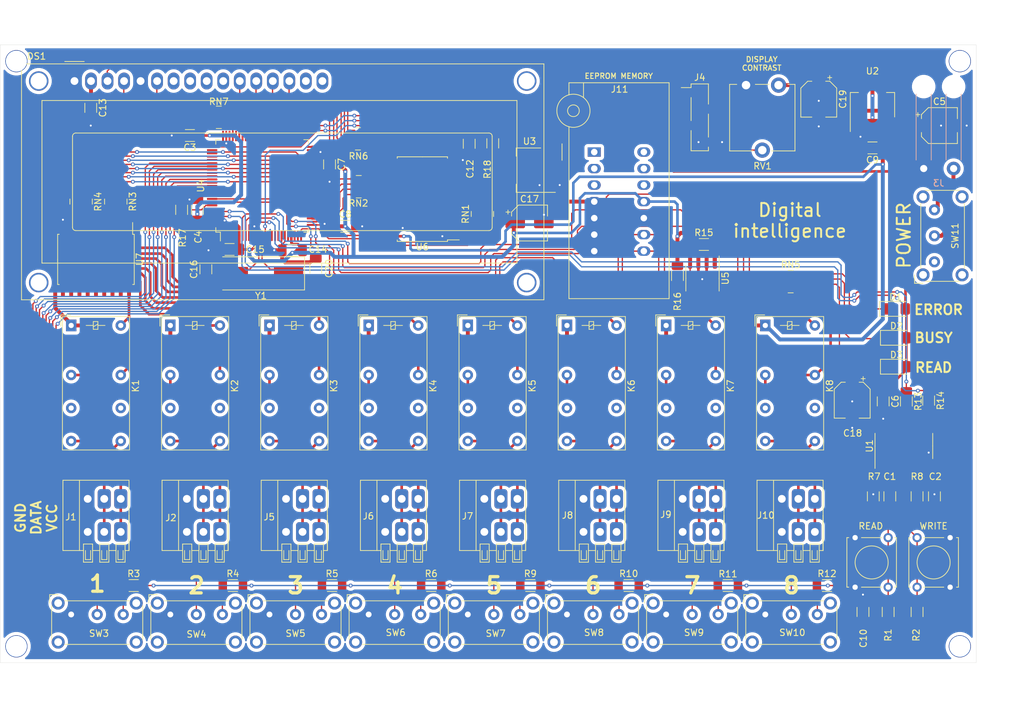
<source format=kicad_pcb>
(kicad_pcb (version 20171130) (host pcbnew "(5.1.9)-1")
  (layers (0 Front signal) (31 Back signal) (34 B.Paste user hide) (35 F.Paste user) (36 B.SilkS user hide) (37 F.SilkS user) (38 B.Mask user hide) (39 F.Mask user hide) (44 Edge.Cuts user))
  (net 0 "")
  (net 1 "Net-(C1-Pad2)")
  (net 2 GND)
  (net 3 "Net-(C2-Pad2)")
  (net 4 3V3)
  (net 5 "Net-(C5-Pad1)")
  (net 6 5V)
  (net 7 /NRST)
  (net 8 /OSC1)
  (net 9 /OSC2)
  (net 10 "Net-(D1-Pad1)")
  (net 11 "Net-(D2-Pad1)")
  (net 12 "Net-(D3-Pad1)")
  (net 13 "Net-(DS1-Pad3)")
  (net 14 "Net-(J1-Pad1)")
  (net 15 "Net-(J1-Pad2)")
  (net 16 "Net-(J2-Pad1)")
  (net 17 "Net-(J2-Pad2)")
  (net 18 "Net-(J3-Pad2)")
  (net 19 /SWCLK)
  (net 20 /SWDIO)
  (net 21 "Net-(J5-Pad1)")
  (net 22 "Net-(J5-Pad2)")
  (net 23 "Net-(J6-Pad1)")
  (net 24 "Net-(J6-Pad2)")
  (net 25 "Net-(J7-Pad1)")
  (net 26 "Net-(J7-Pad2)")
  (net 27 "Net-(J8-Pad1)")
  (net 28 "Net-(J8-Pad2)")
  (net 29 "Net-(J9-Pad1)")
  (net 30 "Net-(J9-Pad2)")
  (net 31 "Net-(J10-Pad1)")
  (net 32 "Net-(J10-Pad2)")
  (net 33 /SDA)
  (net 34 /SCL)
  (net 35 /Rel_1)
  (net 36 /OneWire)
  (net 37 /Rel_2)
  (net 38 /Rel_3)
  (net 39 /Rel_4)
  (net 40 /Rel_5)
  (net 41 /Rel_6)
  (net 42 /Rel_7)
  (net 43 /Rel_8)
  (net 44 "Net-(R1-Pad1)")
  (net 45 "Net-(R2-Pad1)")
  (net 46 "Net-(R3-Pad1)")
  (net 47 "Net-(R4-Pad1)")
  (net 48 "Net-(R5-Pad1)")
  (net 49 "Net-(R6-Pad1)")
  (net 50 "Net-(R7-Pad2)")
  (net 51 "Net-(R8-Pad2)")
  (net 52 "Net-(R9-Pad1)")
  (net 53 "Net-(R10-Pad1)")
  (net 54 "Net-(R11-Pad2)")
  (net 55 "Net-(R12-Pad1)")
  (net 56 "Net-(R13-Pad2)")
  (net 57 /BTN_1)
  (net 58 "Net-(R14-Pad2)")
  (net 59 /BTN_2)
  (net 60 /BOOT)
  (net 61 "Net-(RN2-Pad2)")
  (net 62 "Net-(RN2-Pad1)")
  (net 63 /DS_2)
  (net 64 /DS_1)
  (net 65 /DS_6)
  (net 66 /DS_5)
  (net 67 "Net-(RN5-Pad2)")
  (net 68 "Net-(RN5-Pad1)")
  (net 69 "Net-(RN6-Pad2)")
  (net 70 "Net-(RN6-Pad1)")
  (net 71 /SNS_1)
  (net 72 /SNS_2)
  (net 73 /SNS_3)
  (net 74 /SNS_4)
  (net 75 /SNS_5)
  (net 76 /SNS_6)
  (net 77 /SNS_7)
  (net 78 /SNS_8)
  (net 79 "Net-(DS1-Pad14)")
  (net 80 "Net-(DS1-Pad13)")
  (net 81 "Net-(DS1-Pad12)")
  (net 82 "Net-(DS1-Pad11)")
  (net 83 "Net-(DS1-Pad6)")
  (net 84 "Net-(DS1-Pad4)")
  (net 85 "Net-(RN1-Pad5)")
  (net 86 "Net-(RN1-Pad6)")
  (net 87 "Net-(RN1-Pad4)")
  (net 88 "Net-(RN1-Pad3)")
  (net 89 "Net-(RN2-Pad5)")
  (net 90 "Net-(RN2-Pad6)")
  (net 91 "Net-(RN2-Pad7)")
  (net 92 "Net-(RN2-Pad8)")
  (net 93 "Net-(RN2-Pad4)")
  (net 94 "Net-(RN2-Pad3)")
  (net 95 "Net-(RN3-Pad5)")
  (net 96 "Net-(RN3-Pad6)")
  (net 97 "Net-(RN3-Pad7)")
  (net 98 "Net-(RN3-Pad8)")
  (net 99 /DS_4)
  (net 100 /DS_3)
  (net 101 "Net-(RN4-Pad5)")
  (net 102 "Net-(RN4-Pad6)")
  (net 103 "Net-(RN4-Pad7)")
  (net 104 "Net-(RN4-Pad8)")
  (net 105 /DS_8)
  (net 106 /DS_7)
  (net 107 "Net-(RN5-Pad3)")
  (net 108 "Net-(RN6-Pad4)")
  (net 109 "Net-(RN6-Pad3)")
  (net 110 "Net-(RN7-Pad1)")
  (net 111 "Net-(RN7-Pad3)")
  (module Connector_Wire:SolderWire-0.5sqmm_1x02_P4.6mm_D0.9mm_OD2.1mm_Relief (layer Back) (at 186.944 56.515)
    (fp_text reference J3 (at 2.3 2.25) (layer B.SilkS) (effects (justify mirror)))
    (fp_text value Wire)
    (pad "" np_thru_hole circle (at 4.6 -12.6) (size 2.6 2.6) (drill 2.6) (layers *.Cu *.Mask))
    (pad "" np_thru_hole circle (at 0 -12.6) (size 2.6 2.6) (drill 2.6) (layers *.Cu *.Mask))
    (pad 2 thru_hole circle (at 4.6 0) (size 2.1 2.1) (drill 1.1) (layers *.Cu *.Mask) (net 18 "Net-(J3-Pad2)"))
    (pad 1 thru_hole roundrect (at 0 0) (size 2.1 2.1) (drill 1.1) (layers *.Cu *.Mask) (roundrect_rratio 0.119047619047619) (net 2 GND))
  )
  (module Relay_THT:Relay_DPDT_Finder_30.22 (layer Front) (at 162.6 80.65 270)
    (fp_text reference K8 (at 9.3 -9.9 90) (layer F.SilkS))
    (fp_text value "HFD2/005-S-D(FINDER-30.22)")
    (pad 12 thru_hole circle (at 12.7 0) (size 1.6 1.6) (drill 0.8) (layers *.Cu *.Mask))
    (pad 14 thru_hole circle (at 17.78 0) (size 1.6 1.6) (drill 0.8) (layers *.Cu *.Mask) (net 31 "Net-(J10-Pad1)"))
    (pad 11 thru_hole circle (at 7.62 0) (size 1.6 1.6) (drill 0.8) (layers *.Cu *.Mask) (net 4 3V3))
    (pad A2 thru_hole circle (at 0 -7.62) (size 1.6 1.6) (drill 0.8) (layers *.Cu *.Mask) (net 43 /Rel_8))
    (pad A1 thru_hole rect (at 0 0) (size 1.6 1.8) (drill 0.8) (layers *.Cu *.Mask) (net 6 5V))
    (pad 24 thru_hole circle (at 17.78 -7.62 90) (size 1.6 1.6) (drill 0.8) (layers *.Cu *.Mask) (net 32 "Net-(J10-Pad2)"))
    (pad 22 thru_hole circle (at 12.7 -7.62) (size 1.6 1.6) (drill 0.8) (layers *.Cu *.Mask))
    (pad 21 thru_hole circle (at 7.62 -7.62) (size 1.6 1.6) (drill 0.8) (layers *.Cu *.Mask) (net 36 /OneWire))
  )
  (module LED_SMD:LED_1206_3216Metric_Pad1.42x1.75mm_HandSolder (layer Front) (at 182.753 86.995)
    (fp_text reference D3 (at 0 -1.82) (layer F.SilkS))
    (fp_text value LED)
    (pad 2 smd roundrect (at 1.4875 0) (size 1.425 1.75) (layers Front F.Paste F.Mask) (roundrect_rratio 0.1754385964912281) (net 4 3V3))
    (pad 1 smd roundrect (at -1.4875 0) (size 1.425 1.75) (layers Front F.Paste F.Mask) (roundrect_rratio 0.1754385964912281) (net 12 "Net-(D3-Pad1)"))
  )
  (module LED_SMD:LED_1206_3216Metric_Pad1.42x1.75mm_HandSolder (layer Front) (at 182.753 82.55)
    (fp_text reference D2 (at 0 -1.82) (layer F.SilkS))
    (fp_text value LED)
    (pad 2 smd roundrect (at 1.4875 0) (size 1.425 1.75) (layers Front F.Paste F.Mask) (roundrect_rratio 0.1754385964912281) (net 4 3V3))
    (pad 1 smd roundrect (at -1.4875 0) (size 1.425 1.75) (layers Front F.Paste F.Mask) (roundrect_rratio 0.1754385964912281) (net 11 "Net-(D2-Pad1)"))
  )
  (module LED_SMD:LED_1206_3216Metric_Pad1.42x1.75mm_HandSolder (layer Front) (at 182.626 78.105)
    (fp_text reference D1 (at 0 -1.82) (layer F.SilkS))
    (fp_text value LED)
    (pad 2 smd roundrect (at 1.4875 0) (size 1.425 1.75) (layers Front F.Paste F.Mask) (roundrect_rratio 0.1754385964912281) (net 4 3V3))
    (pad 1 smd roundrect (at -1.4875 0) (size 1.425 1.75) (layers Front F.Paste F.Mask) (roundrect_rratio 0.1754385964912281) (net 10 "Net-(D1-Pad1)"))
  )
  (module Potentiometer_THT:Potentiometer_ACP_CA9-V10_Vertical (layer Front) (at 159.639 43.688 270)
    (fp_text reference RV1 (at 12.446 -2.54 180) (layer F.SilkS))
    (fp_text value 10k)
    (pad 1 thru_hole circle (at 0 0 270) (size 2.34 2.34) (drill 1.3) (layers *.Cu *.Mask) (net 2 GND))
    (pad 2 thru_hole circle (at 10 -2.5 270) (size 2.34 2.34) (drill 1.3) (layers *.Cu *.Mask) (net 13 "Net-(DS1-Pad3)"))
    (pad 3 thru_hole circle (at 0 -5 270) (size 2.34 2.34) (drill 1.3) (layers *.Cu *.Mask) (net 6 5V))
  )
  (module Resistor_SMD:R_Array_Concave_4x0603 (layer Front) (at 78.613 48.641 180)
    (fp_text reference RN7 (at 0 2.413) (layer F.SilkS))
    (fp_text value 220)
    (pad 5 smd rect (at 0.85 1.2 180) (size 0.9 0.4) (layers Front F.Paste F.Mask))
    (pad 6 smd rect (at 0.85 0.4 180) (size 0.9 0.4) (layers Front F.Paste F.Mask) (net 83 "Net-(DS1-Pad6)"))
    (pad 7 smd rect (at 0.85 -0.4 180) (size 0.9 0.4) (layers Front F.Paste F.Mask))
    (pad 8 smd rect (at 0.85 -1.2 180) (size 0.9 0.4) (layers Front F.Paste F.Mask) (net 84 "Net-(DS1-Pad4)"))
    (pad 4 smd rect (at -0.85 1.2 180) (size 0.9 0.4) (layers Front F.Paste F.Mask))
    (pad 1 smd rect (at -0.85 -1.2 180) (size 0.9 0.4) (layers Front F.Paste F.Mask) (net 110 "Net-(RN7-Pad1)"))
    (pad 3 smd rect (at -0.85 0.4 180) (size 0.9 0.4) (layers Front F.Paste F.Mask) (net 111 "Net-(RN7-Pad3)"))
    (pad 2 smd rect (at -0.85 -0.4 180) (size 0.9 0.4) (layers Front F.Paste F.Mask))
  )
  (module Resistor_SMD:R_Array_Concave_4x0603 (layer Front) (at 99.989 51.948 180)
    (fp_text reference RN6 (at -0.087 -2.662) (layer F.SilkS))
    (fp_text value 220)
    (pad 5 smd rect (at 0.85 1.2 180) (size 0.9 0.4) (layers Front F.Paste F.Mask) (net 79 "Net-(DS1-Pad14)"))
    (pad 6 smd rect (at 0.85 0.4 180) (size 0.9 0.4) (layers Front F.Paste F.Mask) (net 80 "Net-(DS1-Pad13)"))
    (pad 7 smd rect (at 0.85 -0.4 180) (size 0.9 0.4) (layers Front F.Paste F.Mask) (net 81 "Net-(DS1-Pad12)"))
    (pad 8 smd rect (at 0.85 -1.2 180) (size 0.9 0.4) (layers Front F.Paste F.Mask) (net 82 "Net-(DS1-Pad11)"))
    (pad 4 smd rect (at -0.85 1.2 180) (size 0.9 0.4) (layers Front F.Paste F.Mask) (net 108 "Net-(RN6-Pad4)"))
    (pad 1 smd rect (at -0.85 -1.2 180) (size 0.9 0.4) (layers Front F.Paste F.Mask) (net 70 "Net-(RN6-Pad1)"))
    (pad 3 smd rect (at -0.85 0.4 180) (size 0.9 0.4) (layers Front F.Paste F.Mask) (net 109 "Net-(RN6-Pad3)"))
    (pad 2 smd rect (at -0.85 -0.4 180) (size 0.9 0.4) (layers Front F.Paste F.Mask) (net 69 "Net-(RN6-Pad2)"))
  )
  (module Resistor_SMD:R_Array_Concave_4x0603 (layer Front) (at 166.497 73.914)
    (fp_text reference RN5 (at 0 -2.6) (layer F.SilkS))
    (fp_text value 220)
    (pad 5 smd rect (at 0.85 1.2) (size 0.9 0.4) (layers Front F.Paste F.Mask))
    (pad 6 smd rect (at 0.85 0.4) (size 0.9 0.4) (layers Front F.Paste F.Mask) (net 12 "Net-(D3-Pad1)"))
    (pad 7 smd rect (at 0.85 -0.4) (size 0.9 0.4) (layers Front F.Paste F.Mask) (net 11 "Net-(D2-Pad1)"))
    (pad 8 smd rect (at 0.85 -1.2) (size 0.9 0.4) (layers Front F.Paste F.Mask) (net 10 "Net-(D1-Pad1)"))
    (pad 4 smd rect (at -0.85 1.2) (size 0.9 0.4) (layers Front F.Paste F.Mask))
    (pad 1 smd rect (at -0.85 -1.2) (size 0.9 0.4) (layers Front F.Paste F.Mask) (net 68 "Net-(RN5-Pad1)"))
    (pad 3 smd rect (at -0.85 0.4) (size 0.9 0.4) (layers Front F.Paste F.Mask) (net 107 "Net-(RN5-Pad3)"))
    (pad 2 smd rect (at -0.85 -0.4) (size 0.9 0.4) (layers Front F.Paste F.Mask) (net 67 "Net-(RN5-Pad2)"))
  )
  (module Resistor_SMD:R_Array_Concave_4x0603 (layer Front) (at 57.444 61.6 270)
    (fp_text reference RN4 (at 0 -2.6 90) (layer F.SilkS))
    (fp_text value 220)
    (pad 5 smd rect (at 0.85 1.2 270) (size 0.9 0.4) (layers Front F.Paste F.Mask) (net 101 "Net-(RN4-Pad5)"))
    (pad 6 smd rect (at 0.85 0.4 270) (size 0.9 0.4) (layers Front F.Paste F.Mask) (net 102 "Net-(RN4-Pad6)"))
    (pad 7 smd rect (at 0.85 -0.4 270) (size 0.9 0.4) (layers Front F.Paste F.Mask) (net 103 "Net-(RN4-Pad7)"))
    (pad 8 smd rect (at 0.85 -1.2 270) (size 0.9 0.4) (layers Front F.Paste F.Mask) (net 104 "Net-(RN4-Pad8)"))
    (pad 4 smd rect (at -0.85 1.2 270) (size 0.9 0.4) (layers Front F.Paste F.Mask) (net 105 /DS_8))
    (pad 1 smd rect (at -0.85 -1.2 270) (size 0.9 0.4) (layers Front F.Paste F.Mask) (net 66 /DS_5))
    (pad 3 smd rect (at -0.85 0.4 270) (size 0.9 0.4) (layers Front F.Paste F.Mask) (net 106 /DS_7))
    (pad 2 smd rect (at -0.85 -0.4 270) (size 0.9 0.4) (layers Front F.Paste F.Mask) (net 65 /DS_6))
  )
  (module Resistor_SMD:R_Array_Concave_4x0603 (layer Front) (at 62.778 61.6 270)
    (fp_text reference RN3 (at 0 -2.6 90) (layer F.SilkS))
    (fp_text value 220)
    (pad 5 smd rect (at 0.85 1.2 270) (size 0.9 0.4) (layers Front F.Paste F.Mask) (net 95 "Net-(RN3-Pad5)"))
    (pad 6 smd rect (at 0.85 0.4 270) (size 0.9 0.4) (layers Front F.Paste F.Mask) (net 96 "Net-(RN3-Pad6)"))
    (pad 7 smd rect (at 0.85 -0.4 270) (size 0.9 0.4) (layers Front F.Paste F.Mask) (net 97 "Net-(RN3-Pad7)"))
    (pad 8 smd rect (at 0.85 -1.2 270) (size 0.9 0.4) (layers Front F.Paste F.Mask) (net 98 "Net-(RN3-Pad8)"))
    (pad 4 smd rect (at -0.85 1.2 270) (size 0.9 0.4) (layers Front F.Paste F.Mask) (net 99 /DS_4))
    (pad 1 smd rect (at -0.85 -1.2 270) (size 0.9 0.4) (layers Front F.Paste F.Mask) (net 64 /DS_1))
    (pad 3 smd rect (at -0.85 0.4 270) (size 0.9 0.4) (layers Front F.Paste F.Mask) (net 100 /DS_3))
    (pad 2 smd rect (at -0.85 -0.4 270) (size 0.9 0.4) (layers Front F.Paste F.Mask) (net 63 /DS_2))
  )
  (module Resistor_SMD:R_Array_Concave_4x0603 (layer Front) (at 100.116 59.314)
    (fp_text reference RN2 (at -0.04 2.535) (layer F.SilkS))
    (fp_text value 220)
    (pad 5 smd rect (at 0.85 1.2) (size 0.9 0.4) (layers Front F.Paste F.Mask) (net 89 "Net-(RN2-Pad5)"))
    (pad 6 smd rect (at 0.85 0.4) (size 0.9 0.4) (layers Front F.Paste F.Mask) (net 90 "Net-(RN2-Pad6)"))
    (pad 7 smd rect (at 0.85 -0.4) (size 0.9 0.4) (layers Front F.Paste F.Mask) (net 91 "Net-(RN2-Pad7)"))
    (pad 8 smd rect (at 0.85 -1.2) (size 0.9 0.4) (layers Front F.Paste F.Mask) (net 92 "Net-(RN2-Pad8)"))
    (pad 4 smd rect (at -0.85 1.2) (size 0.9 0.4) (layers Front F.Paste F.Mask) (net 93 "Net-(RN2-Pad4)"))
    (pad 1 smd rect (at -0.85 -1.2) (size 0.9 0.4) (layers Front F.Paste F.Mask) (net 62 "Net-(RN2-Pad1)"))
    (pad 3 smd rect (at -0.85 0.4) (size 0.9 0.4) (layers Front F.Paste F.Mask) (net 94 "Net-(RN2-Pad3)"))
    (pad 2 smd rect (at -0.85 -0.4) (size 0.9 0.4) (layers Front F.Paste F.Mask) (net 61 "Net-(RN2-Pad2)"))
  )
  (module Resistor_SMD:R_Array_Concave_4x0603 (layer Front) (at 119.126 63.5 90)
    (fp_text reference RN1 (at 0 -2.6 90) (layer F.SilkS))
    (fp_text value 220)
    (pad 5 smd rect (at 0.85 1.2 90) (size 0.9 0.4) (layers Front F.Paste F.Mask) (net 85 "Net-(RN1-Pad5)"))
    (pad 6 smd rect (at 0.85 0.4 90) (size 0.9 0.4) (layers Front F.Paste F.Mask) (net 86 "Net-(RN1-Pad6)"))
    (pad 7 smd rect (at 0.85 -0.4 90) (size 0.9 0.4) (layers Front F.Paste F.Mask))
    (pad 8 smd rect (at 0.85 -1.2 90) (size 0.9 0.4) (layers Front F.Paste F.Mask))
    (pad 4 smd rect (at -0.85 1.2 90) (size 0.9 0.4) (layers Front F.Paste F.Mask) (net 87 "Net-(RN1-Pad4)"))
    (pad 1 smd rect (at -0.85 -1.2 90) (size 0.9 0.4) (layers Front F.Paste F.Mask))
    (pad 3 smd rect (at -0.85 0.4 90) (size 0.9 0.4) (layers Front F.Paste F.Mask) (net 88 "Net-(RN1-Pad3)"))
    (pad 2 smd rect (at -0.85 -0.4 90) (size 0.9 0.4) (layers Front F.Paste F.Mask))
  )
  (module Crystal:Crystal_SMD_HC49-SD (layer Front) (at 85.09 72.644 180)
    (fp_text reference Y1 (at 0 -3.429) (layer F.SilkS))
    (fp_text value 8MHz)
    (pad 2 smd rect (at 4.25 0 180) (size 4.5 2) (layers Front F.Paste F.Mask) (net 8 /OSC1))
    (pad 1 smd rect (at -4.25 0 180) (size 4.5 2) (layers Front F.Paste F.Mask) (net 9 /OSC2))
  )
  (module Package_SO:SOIC-18W_7.5x11.6mm_P1.27mm (layer Front) (at 59.73 70.49 270)
    (fp_text reference U7 (at 0 -6.72 90) (layer F.SilkS))
    (fp_text value ULN2803A)
    (pad 18 smd roundrect (at 4.65 -5.08 270) (size 2.05 0.6) (layers Front F.Paste F.Mask) (net 35 /Rel_1))
    (pad 17 smd roundrect (at 4.65 -3.81 270) (size 2.05 0.6) (layers Front F.Paste F.Mask) (net 37 /Rel_2))
    (pad 16 smd roundrect (at 4.65 -2.54 270) (size 2.05 0.6) (layers Front F.Paste F.Mask) (net 38 /Rel_3))
    (pad 15 smd roundrect (at 4.65 -1.27 270) (size 2.05 0.6) (layers Front F.Paste F.Mask) (net 39 /Rel_4))
    (pad 14 smd roundrect (at 4.65 0 270) (size 2.05 0.6) (layers Front F.Paste F.Mask) (net 40 /Rel_5))
    (pad 13 smd roundrect (at 4.65 1.27 270) (size 2.05 0.6) (layers Front F.Paste F.Mask) (net 41 /Rel_6))
    (pad 12 smd roundrect (at 4.65 2.54 270) (size 2.05 0.6) (layers Front F.Paste F.Mask) (net 42 /Rel_7))
    (pad 11 smd roundrect (at 4.65 3.81 270) (size 2.05 0.6) (layers Front F.Paste F.Mask) (net 43 /Rel_8))
    (pad 10 smd roundrect (at 4.65 5.08 270) (size 2.05 0.6) (layers Front F.Paste F.Mask))
    (pad 9 smd roundrect (at -4.65 5.08 270) (size 2.05 0.6) (layers Front F.Paste F.Mask) (net 2 GND))
    (pad 8 smd roundrect (at -4.65 3.81 270) (size 2.05 0.6) (layers Front F.Paste F.Mask) (net 101 "Net-(RN4-Pad5)"))
    (pad 7 smd roundrect (at -4.65 2.54 270) (size 2.05 0.6) (layers Front F.Paste F.Mask) (net 102 "Net-(RN4-Pad6)"))
    (pad 6 smd roundrect (at -4.65 1.27 270) (size 2.05 0.6) (layers Front F.Paste F.Mask) (net 103 "Net-(RN4-Pad7)"))
    (pad 5 smd roundrect (at -4.65 0 270) (size 2.05 0.6) (layers Front F.Paste F.Mask) (net 104 "Net-(RN4-Pad8)"))
    (pad 4 smd roundrect (at -4.65 -1.27 270) (size 2.05 0.6) (layers Front F.Paste F.Mask) (net 95 "Net-(RN3-Pad5)"))
    (pad 3 smd roundrect (at -4.65 -2.54 270) (size 2.05 0.6) (layers Front F.Paste F.Mask) (net 96 "Net-(RN3-Pad6)"))
    (pad 2 smd roundrect (at -4.65 -3.81 270) (size 2.05 0.6) (layers Front F.Paste F.Mask) (net 97 "Net-(RN3-Pad7)"))
    (pad 1 smd roundrect (at -4.65 -5.08 270) (size 2.05 0.6) (layers Front F.Paste F.Mask) (net 98 "Net-(RN3-Pad8)"))
  )
  (module Package_SO:SOIC-20W_7.5x12.8mm_P1.27mm (layer Front) (at 109.895 61.219 180)
    (fp_text reference U6 (at 0 -7.35) (layer F.SilkS))
    (fp_text value 74HCT244)
    (pad 20 smd roundrect (at 4.65 -5.715 180) (size 2.05 0.6) (layers Front F.Paste F.Mask) (net 6 5V))
    (pad 19 smd roundrect (at 4.65 -4.445 180) (size 2.05 0.6) (layers Front F.Paste F.Mask) (net 2 GND))
    (pad 18 smd roundrect (at 4.65 -3.175 180) (size 2.05 0.6) (layers Front F.Paste F.Mask))
    (pad 17 smd roundrect (at 4.65 -1.905 180) (size 2.05 0.6) (layers Front F.Paste F.Mask) (net 89 "Net-(RN2-Pad5)"))
    (pad 16 smd roundrect (at 4.65 -0.635 180) (size 2.05 0.6) (layers Front F.Paste F.Mask))
    (pad 15 smd roundrect (at 4.65 0.635 180) (size 2.05 0.6) (layers Front F.Paste F.Mask) (net 90 "Net-(RN2-Pad6)"))
    (pad 14 smd roundrect (at 4.65 1.905 180) (size 2.05 0.6) (layers Front F.Paste F.Mask) (net 111 "Net-(RN7-Pad3)"))
    (pad 13 smd roundrect (at 4.65 3.175 180) (size 2.05 0.6) (layers Front F.Paste F.Mask) (net 91 "Net-(RN2-Pad7)"))
    (pad 12 smd roundrect (at 4.65 4.445 180) (size 2.05 0.6) (layers Front F.Paste F.Mask) (net 110 "Net-(RN7-Pad1)"))
    (pad 11 smd roundrect (at 4.65 5.715 180) (size 2.05 0.6) (layers Front F.Paste F.Mask) (net 92 "Net-(RN2-Pad8)"))
    (pad 10 smd roundrect (at -4.65 5.715 180) (size 2.05 0.6) (layers Front F.Paste F.Mask) (net 2 GND))
    (pad 9 smd roundrect (at -4.65 4.445 180) (size 2.05 0.6) (layers Front F.Paste F.Mask) (net 108 "Net-(RN6-Pad4)"))
    (pad 8 smd roundrect (at -4.65 3.175 180) (size 2.05 0.6) (layers Front F.Paste F.Mask) (net 85 "Net-(RN1-Pad5)"))
    (pad 7 smd roundrect (at -4.65 1.905 180) (size 2.05 0.6) (layers Front F.Paste F.Mask) (net 109 "Net-(RN6-Pad3)"))
    (pad 6 smd roundrect (at -4.65 0.635 180) (size 2.05 0.6) (layers Front F.Paste F.Mask) (net 86 "Net-(RN1-Pad6)"))
    (pad 5 smd roundrect (at -4.65 -0.635 180) (size 2.05 0.6) (layers Front F.Paste F.Mask) (net 69 "Net-(RN6-Pad2)"))
    (pad 4 smd roundrect (at -4.65 -1.905 180) (size 2.05 0.6) (layers Front F.Paste F.Mask))
    (pad 3 smd roundrect (at -4.65 -3.175 180) (size 2.05 0.6) (layers Front F.Paste F.Mask) (net 70 "Net-(RN6-Pad1)"))
    (pad 2 smd roundrect (at -4.65 -4.445 180) (size 2.05 0.6) (layers Front F.Paste F.Mask))
    (pad 1 smd roundrect (at -4.65 -5.715 180) (size 2.05 0.6) (layers Front F.Paste F.Mask) (net 2 GND))
  )
  (module Package_SO:SOIC-8_3.9x4.9mm_P1.27mm (layer Front) (at 152.948 73.411 270)
    (fp_text reference U5 (at -0.005 -3.516 90) (layer F.SilkS))
    (fp_text value DS2482S-100)
    (pad 8 smd roundrect (at 2.475 -1.905 270) (size 1.95 0.6) (layers Front F.Paste F.Mask) (net 2 GND))
    (pad 7 smd roundrect (at 2.475 -0.635 270) (size 1.95 0.6) (layers Front F.Paste F.Mask) (net 2 GND))
    (pad 6 smd roundrect (at 2.475 0.635 270) (size 1.95 0.6) (layers Front F.Paste F.Mask))
    (pad 5 smd roundrect (at 2.475 1.905 270) (size 1.95 0.6) (layers Front F.Paste F.Mask) (net 33 /SDA))
    (pad 4 smd roundrect (at -2.475 1.905 270) (size 1.95 0.6) (layers Front F.Paste F.Mask) (net 34 /SCL))
    (pad 3 smd roundrect (at -2.475 0.635 270) (size 1.95 0.6) (layers Front F.Paste F.Mask) (net 2 GND))
    (pad 2 smd roundrect (at -2.475 -0.635 270) (size 1.95 0.6) (layers Front F.Paste F.Mask) (net 36 /OneWire))
    (pad 1 smd roundrect (at -2.475 -1.905 270) (size 1.95 0.6) (layers Front F.Paste F.Mask) (net 4 3V3))
  )
  (module Package_QFP:LQFP-100_14x14mm_P0.5mm (layer Front) (at 85.257 59.187 90)
    (fp_text reference U4 (at 0 -9.42 90) (layer F.SilkS))
    (fp_text value STM32F105VCTx)
    (pad 100 smd roundrect (at -6 -7.675 90) (size 0.3 1.6) (layers Front F.Paste F.Mask) (net 4 3V3))
    (pad 99 smd roundrect (at -5.5 -7.675 90) (size 0.3 1.6) (layers Front F.Paste F.Mask) (net 2 GND))
    (pad 98 smd roundrect (at -5 -7.675 90) (size 0.3 1.6) (layers Front F.Paste F.Mask) (net 59 /BTN_2))
    (pad 97 smd roundrect (at -4.5 -7.675 90) (size 0.3 1.6) (layers Front F.Paste F.Mask) (net 57 /BTN_1))
    (pad 96 smd roundrect (at -4 -7.675 90) (size 0.3 1.6) (layers Front F.Paste F.Mask))
    (pad 95 smd roundrect (at -3.5 -7.675 90) (size 0.3 1.6) (layers Front F.Paste F.Mask))
    (pad 94 smd roundrect (at -3 -7.675 90) (size 0.3 1.6) (layers Front F.Paste F.Mask) (net 60 /BOOT))
    (pad 93 smd roundrect (at -2.5 -7.675 90) (size 0.3 1.6) (layers Front F.Paste F.Mask) (net 33 /SDA))
    (pad 92 smd roundrect (at -2 -7.675 90) (size 0.3 1.6) (layers Front F.Paste F.Mask) (net 34 /SCL))
    (pad 91 smd roundrect (at -1.5 -7.675 90) (size 0.3 1.6) (layers Front F.Paste F.Mask))
    (pad 90 smd roundrect (at -1 -7.675 90) (size 0.3 1.6) (layers Front F.Paste F.Mask))
    (pad 89 smd roundrect (at -0.5 -7.675 90) (size 0.3 1.6) (layers Front F.Paste F.Mask))
    (pad 88 smd roundrect (at 0 -7.675 90) (size 0.3 1.6) (layers Front F.Paste F.Mask) (net 78 /SNS_8))
    (pad 87 smd roundrect (at 0.5 -7.675 90) (size 0.3 1.6) (layers Front F.Paste F.Mask) (net 77 /SNS_7))
    (pad 86 smd roundrect (at 1 -7.675 90) (size 0.3 1.6) (layers Front F.Paste F.Mask) (net 76 /SNS_6))
    (pad 85 smd roundrect (at 1.5 -7.675 90) (size 0.3 1.6) (layers Front F.Paste F.Mask) (net 75 /SNS_5))
    (pad 84 smd roundrect (at 2 -7.675 90) (size 0.3 1.6) (layers Front F.Paste F.Mask) (net 74 /SNS_4))
    (pad 83 smd roundrect (at 2.5 -7.675 90) (size 0.3 1.6) (layers Front F.Paste F.Mask) (net 73 /SNS_3))
    (pad 82 smd roundrect (at 3 -7.675 90) (size 0.3 1.6) (layers Front F.Paste F.Mask) (net 72 /SNS_2))
    (pad 81 smd roundrect (at 3.5 -7.675 90) (size 0.3 1.6) (layers Front F.Paste F.Mask) (net 71 /SNS_1))
    (pad 80 smd roundrect (at 4 -7.675 90) (size 0.3 1.6) (layers Front F.Paste F.Mask))
    (pad 79 smd roundrect (at 4.5 -7.675 90) (size 0.3 1.6) (layers Front F.Paste F.Mask))
    (pad 78 smd roundrect (at 5 -7.675 90) (size 0.3 1.6) (layers Front F.Paste F.Mask))
    (pad 77 smd roundrect (at 5.5 -7.675 90) (size 0.3 1.6) (layers Front F.Paste F.Mask))
    (pad 76 smd roundrect (at 6 -7.675 90) (size 0.3 1.6) (layers Front F.Paste F.Mask) (net 19 /SWCLK))
    (pad 75 smd roundrect (at 7.675 -6 90) (size 1.6 0.3) (layers Front F.Paste F.Mask) (net 4 3V3))
    (pad 74 smd roundrect (at 7.675 -5.5 90) (size 1.6 0.3) (layers Front F.Paste F.Mask) (net 2 GND))
    (pad 73 smd roundrect (at 7.675 -5 90) (size 1.6 0.3) (layers Front F.Paste F.Mask))
    (pad 72 smd roundrect (at 7.675 -4.5 90) (size 1.6 0.3) (layers Front F.Paste F.Mask) (net 20 /SWDIO))
    (pad 71 smd roundrect (at 7.675 -4 90) (size 1.6 0.3) (layers Front F.Paste F.Mask))
    (pad 70 smd roundrect (at 7.675 -3.5 90) (size 1.6 0.3) (layers Front F.Paste F.Mask))
    (pad 69 smd roundrect (at 7.675 -3 90) (size 1.6 0.3) (layers Front F.Paste F.Mask))
    (pad 68 smd roundrect (at 7.675 -2.5 90) (size 1.6 0.3) (layers Front F.Paste F.Mask))
    (pad 67 smd roundrect (at 7.675 -2 90) (size 1.6 0.3) (layers Front F.Paste F.Mask))
    (pad 66 smd roundrect (at 7.675 -1.5 90) (size 1.6 0.3) (layers Front F.Paste F.Mask))
    (pad 65 smd roundrect (at 7.675 -1 90) (size 1.6 0.3) (layers Front F.Paste F.Mask))
    (pad 64 smd roundrect (at 7.675 -0.5 90) (size 1.6 0.3) (layers Front F.Paste F.Mask))
    (pad 63 smd roundrect (at 7.675 0 90) (size 1.6 0.3) (layers Front F.Paste F.Mask))
    (pad 62 smd roundrect (at 7.675 0.5 90) (size 1.6 0.3) (layers Front F.Paste F.Mask))
    (pad 61 smd roundrect (at 7.675 1 90) (size 1.6 0.3) (layers Front F.Paste F.Mask))
    (pad 60 smd roundrect (at 7.675 1.5 90) (size 1.6 0.3) (layers Front F.Paste F.Mask))
    (pad 59 smd roundrect (at 7.675 2 90) (size 1.6 0.3) (layers Front F.Paste F.Mask))
    (pad 58 smd roundrect (at 7.675 2.5 90) (size 1.6 0.3) (layers Front F.Paste F.Mask))
    (pad 57 smd roundrect (at 7.675 3 90) (size 1.6 0.3) (layers Front F.Paste F.Mask))
    (pad 56 smd roundrect (at 7.675 3.5 90) (size 1.6 0.3) (layers Front F.Paste F.Mask))
    (pad 55 smd roundrect (at 7.675 4 90) (size 1.6 0.3) (layers Front F.Paste F.Mask))
    (pad 54 smd roundrect (at 7.675 4.5 90) (size 1.6 0.3) (layers Front F.Paste F.Mask))
    (pad 53 smd roundrect (at 7.675 5 90) (size 1.6 0.3) (layers Front F.Paste F.Mask))
    (pad 52 smd roundrect (at 7.675 5.5 90) (size 1.6 0.3) (layers Front F.Paste F.Mask))
    (pad 51 smd roundrect (at 7.675 6 90) (size 1.6 0.3) (layers Front F.Paste F.Mask))
    (pad 50 smd roundrect (at 6 7.675 90) (size 0.3 1.6) (layers Front F.Paste F.Mask) (net 4 3V3))
    (pad 49 smd roundrect (at 5.5 7.675 90) (size 0.3 1.6) (layers Front F.Paste F.Mask) (net 2 GND))
    (pad 48 smd roundrect (at 5 7.675 90) (size 0.3 1.6) (layers Front F.Paste F.Mask))
    (pad 47 smd roundrect (at 4.5 7.675 90) (size 0.3 1.6) (layers Front F.Paste F.Mask))
    (pad 46 smd roundrect (at 4 7.675 90) (size 0.3 1.6) (layers Front F.Paste F.Mask) (net 105 /DS_8))
    (pad 45 smd roundrect (at 3.5 7.675 90) (size 0.3 1.6) (layers Front F.Paste F.Mask) (net 106 /DS_7))
    (pad 44 smd roundrect (at 3 7.675 90) (size 0.3 1.6) (layers Front F.Paste F.Mask) (net 65 /DS_6))
    (pad 43 smd roundrect (at 2.5 7.675 90) (size 0.3 1.6) (layers Front F.Paste F.Mask) (net 66 /DS_5))
    (pad 42 smd roundrect (at 2 7.675 90) (size 0.3 1.6) (layers Front F.Paste F.Mask) (net 99 /DS_4))
    (pad 41 smd roundrect (at 1.5 7.675 90) (size 0.3 1.6) (layers Front F.Paste F.Mask) (net 100 /DS_3))
    (pad 40 smd roundrect (at 1 7.675 90) (size 0.3 1.6) (layers Front F.Paste F.Mask) (net 63 /DS_2))
    (pad 39 smd roundrect (at 0.5 7.675 90) (size 0.3 1.6) (layers Front F.Paste F.Mask) (net 64 /DS_1))
    (pad 38 smd roundrect (at 0 7.675 90) (size 0.3 1.6) (layers Front F.Paste F.Mask))
    (pad 37 smd roundrect (at -0.5 7.675 90) (size 0.3 1.6) (layers Front F.Paste F.Mask))
    (pad 36 smd roundrect (at -1 7.675 90) (size 0.3 1.6) (layers Front F.Paste F.Mask))
    (pad 35 smd roundrect (at -1.5 7.675 90) (size 0.3 1.6) (layers Front F.Paste F.Mask))
    (pad 34 smd roundrect (at -2 7.675 90) (size 0.3 1.6) (layers Front F.Paste F.Mask))
    (pad 33 smd roundrect (at -2.5 7.675 90) (size 0.3 1.6) (layers Front F.Paste F.Mask))
    (pad 32 smd roundrect (at -3 7.675 90) (size 0.3 1.6) (layers Front F.Paste F.Mask) (net 62 "Net-(RN2-Pad1)"))
    (pad 31 smd roundrect (at -3.5 7.675 90) (size 0.3 1.6) (layers Front F.Paste F.Mask) (net 61 "Net-(RN2-Pad2)"))
    (pad 30 smd roundrect (at -4 7.675 90) (size 0.3 1.6) (layers Front F.Paste F.Mask) (net 94 "Net-(RN2-Pad3)"))
    (pad 29 smd roundrect (at -4.5 7.675 90) (size 0.3 1.6) (layers Front F.Paste F.Mask) (net 93 "Net-(RN2-Pad4)"))
    (pad 28 smd roundrect (at -5 7.675 90) (size 0.3 1.6) (layers Front F.Paste F.Mask) (net 4 3V3))
    (pad 27 smd roundrect (at -5.5 7.675 90) (size 0.3 1.6) (layers Front F.Paste F.Mask) (net 2 GND))
    (pad 26 smd roundrect (at -6 7.675 90) (size 0.3 1.6) (layers Front F.Paste F.Mask) (net 87 "Net-(RN1-Pad4)"))
    (pad 25 smd roundrect (at -7.675 6 90) (size 1.6 0.3) (layers Front F.Paste F.Mask) (net 88 "Net-(RN1-Pad3)"))
    (pad 24 smd roundrect (at -7.675 5.5 90) (size 1.6 0.3) (layers Front F.Paste F.Mask))
    (pad 23 smd roundrect (at -7.675 5 90) (size 1.6 0.3) (layers Front F.Paste F.Mask))
    (pad 22 smd roundrect (at -7.675 4.5 90) (size 1.6 0.3) (layers Front F.Paste F.Mask) (net 4 3V3))
    (pad 21 smd roundrect (at -7.675 4 90) (size 1.6 0.3) (layers Front F.Paste F.Mask) (net 4 3V3))
    (pad 20 smd roundrect (at -7.675 3.5 90) (size 1.6 0.3) (layers Front F.Paste F.Mask) (net 2 GND))
    (pad 19 smd roundrect (at -7.675 3 90) (size 1.6 0.3) (layers Front F.Paste F.Mask) (net 2 GND))
    (pad 18 smd roundrect (at -7.675 2.5 90) (size 1.6 0.3) (layers Front F.Paste F.Mask))
    (pad 17 smd roundrect (at -7.675 2 90) (size 1.6 0.3) (layers Front F.Paste F.Mask))
    (pad 16 smd roundrect (at -7.675 1.5 90) (size 1.6 0.3) (layers Front F.Paste F.Mask))
    (pad 15 smd roundrect (at -7.675 1 90) (size 1.6 0.3) (layers Front F.Paste F.Mask))
    (pad 14 smd roundrect (at -7.675 0.5 90) (size 1.6 0.3) (layers Front F.Paste F.Mask) (net 7 /NRST))
    (pad 13 smd roundrect (at -7.675 0 90) (size 1.6 0.3) (layers Front F.Paste F.Mask) (net 9 /OSC2))
    (pad 12 smd roundrect (at -7.675 -0.5 90) (size 1.6 0.3) (layers Front F.Paste F.Mask) (net 8 /OSC1))
    (pad 11 smd roundrect (at -7.675 -1 90) (size 1.6 0.3) (layers Front F.Paste F.Mask) (net 4 3V3))
    (pad 10 smd roundrect (at -7.675 -1.5 90) (size 1.6 0.3) (layers Front F.Paste F.Mask) (net 2 GND))
    (pad 9 smd roundrect (at -7.675 -2 90) (size 1.6 0.3) (layers Front F.Paste F.Mask) (net 107 "Net-(RN5-Pad3)"))
    (pad 8 smd roundrect (at -7.675 -2.5 90) (size 1.6 0.3) (layers Front F.Paste F.Mask) (net 67 "Net-(RN5-Pad2)"))
    (pad 7 smd roundrect (at -7.675 -3 90) (size 1.6 0.3) (layers Front F.Paste F.Mask) (net 68 "Net-(RN5-Pad1)"))
    (pad 6 smd roundrect (at -7.675 -3.5 90) (size 1.6 0.3) (layers Front F.Paste F.Mask) (net 4 3V3))
    (pad 5 smd roundrect (at -7.675 -4 90) (size 1.6 0.3) (layers Front F.Paste F.Mask))
    (pad 4 smd roundrect (at -7.675 -4.5 90) (size 1.6 0.3) (layers Front F.Paste F.Mask))
    (pad 3 smd roundrect (at -7.675 -5 90) (size 1.6 0.3) (layers Front F.Paste F.Mask))
    (pad 2 smd roundrect (at -7.675 -5.5 90) (size 1.6 0.3) (layers Front F.Paste F.Mask))
    (pad 1 smd roundrect (at -7.675 -6 90) (size 1.6 0.3) (layers Front F.Paste F.Mask))
  )
  (module Package_TO_SOT_SMD:SOT-223-3_TabPin2 (layer Front) (at 126.238 56.769 180)
    (fp_text reference U3 (at -0.127 4.445) (layer F.SilkS))
    (fp_text value AZ1117-3.3)
    (pad 1 smd rect (at -3.15 -2.3 180) (size 2 1.5) (layers Front F.Paste F.Mask) (net 2 GND))
    (pad 3 smd rect (at -3.15 2.3 180) (size 2 1.5) (layers Front F.Paste F.Mask) (net 5 "Net-(C5-Pad1)"))
    (pad 2 smd rect (at -3.15 0 180) (size 2 1.5) (layers Front F.Paste F.Mask) (net 4 3V3))
    (pad 2 smd rect (at 3.15 0 180) (size 2 3.8) (layers Front F.Paste F.Mask) (net 4 3V3))
  )
  (module Package_TO_SOT_SMD:SOT-223-3_TabPin2 (layer Front) (at 179.07 46.736 90)
    (fp_text reference U2 (at 5.207 0 180) (layer F.SilkS))
    (fp_text value AZ1117-5.0)
    (pad 1 smd rect (at -3.15 -2.3 90) (size 2 1.5) (layers Front F.Paste F.Mask) (net 2 GND))
    (pad 3 smd rect (at -3.15 2.3 90) (size 2 1.5) (layers Front F.Paste F.Mask) (net 5 "Net-(C5-Pad1)"))
    (pad 2 smd rect (at -3.15 0 90) (size 2 1.5) (layers Front F.Paste F.Mask) (net 6 5V))
    (pad 2 smd rect (at 3.15 0 90) (size 2 3.8) (layers Front F.Paste F.Mask) (net 6 5V))
  )
  (module Package_SO:SO-14_3.9x8.65mm_P1.27mm (layer Front) (at 183.896 99.187 90)
    (fp_text reference U1 (at 0 -5.28 90) (layer F.SilkS))
    (fp_text value 74HC14)
    (pad 14 smd roundrect (at 2.475 -3.81 90) (size 1.95 0.6) (layers Front F.Paste F.Mask) (net 4 3V3))
    (pad 13 smd roundrect (at 2.475 -2.54 90) (size 1.95 0.6) (layers Front F.Paste F.Mask))
    (pad 12 smd roundrect (at 2.475 -1.27 90) (size 1.95 0.6) (layers Front F.Paste F.Mask))
    (pad 11 smd roundrect (at 2.475 0 90) (size 1.95 0.6) (layers Front F.Paste F.Mask))
    (pad 10 smd roundrect (at 2.475 1.27 90) (size 1.95 0.6) (layers Front F.Paste F.Mask))
    (pad 9 smd roundrect (at 2.475 2.54 90) (size 1.95 0.6) (layers Front F.Paste F.Mask) (net 3 "Net-(C2-Pad2)"))
    (pad 8 smd roundrect (at 2.475 3.81 90) (size 1.95 0.6) (layers Front F.Paste F.Mask) (net 58 "Net-(R14-Pad2)"))
    (pad 7 smd roundrect (at -2.475 3.81 90) (size 1.95 0.6) (layers Front F.Paste F.Mask) (net 2 GND))
    (pad 6 smd roundrect (at -2.475 2.54 90) (size 1.95 0.6) (layers Front F.Paste F.Mask) (net 51 "Net-(R8-Pad2)"))
    (pad 5 smd roundrect (at -2.475 1.27 90) (size 1.95 0.6) (layers Front F.Paste F.Mask) (net 45 "Net-(R2-Pad1)"))
    (pad 4 smd roundrect (at -2.475 0 90) (size 1.95 0.6) (layers Front F.Paste F.Mask) (net 56 "Net-(R13-Pad2)"))
    (pad 3 smd roundrect (at -2.475 -1.27 90) (size 1.95 0.6) (layers Front F.Paste F.Mask) (net 1 "Net-(C1-Pad2)"))
    (pad 2 smd roundrect (at -2.475 -2.54 90) (size 1.95 0.6) (layers Front F.Paste F.Mask) (net 50 "Net-(R7-Pad2)"))
    (pad 1 smd roundrect (at -2.475 -3.81 90) (size 1.95 0.6) (layers Front F.Paste F.Mask) (net 44 "Net-(R1-Pad1)"))
  )
  (module Button_Switch_THT:SW_E-Switch_EG1224_SPDT_Angled (layer Front) (at 188.595 70.866 90)
    (fp_text reference SW11 (at 4 3.175 90) (layer F.SilkS))
    (fp_text value KLS7-SK-22H13-1-S)
    (pad 3 thru_hole circle (at 8 0 90) (size 1.7 1.7) (drill 0.9) (layers *.Cu *.Mask) (net 5 "Net-(C5-Pad1)"))
    (pad 2 thru_hole circle (at 4 0 90) (size 1.7 1.7) (drill 0.9) (layers *.Cu *.Mask) (net 18 "Net-(J3-Pad2)"))
    (pad 1 thru_hole circle (at 0 0 90) (size 1.7 1.7) (drill 0.9) (layers *.Cu *.Mask))
    (pad "" thru_hole circle (at -2 4.25 90) (size 2 2) (drill 1.2) (layers *.Cu *.Mask))
    (pad "" thru_hole circle (at 10 4.25 90) (size 2 2) (drill 1.2) (layers *.Cu *.Mask))
    (pad "" thru_hole circle (at 10 -1.75 90) (size 2 2) (drill 1.2) (layers *.Cu *.Mask))
    (pad "" thru_hole circle (at -2 -1.75 90) (size 2 2) (drill 1.2) (layers *.Cu *.Mask))
  )
  (module Button_Switch_THT:SW_E-Switch_EG1224_SPDT_Angled (layer Front) (at 162.6 125.1)
    (fp_text reference SW10 (at 4.151 2.789) (layer F.SilkS))
    (fp_text value KLS7-SK-22H13-1-S)
    (pad 3 thru_hole circle (at 8 0) (size 1.7 1.7) (drill 0.9) (layers *.Cu *.Mask) (net 55 "Net-(R12-Pad1)"))
    (pad 2 thru_hole circle (at 4 0) (size 1.7 1.7) (drill 0.9) (layers *.Cu *.Mask) (net 78 /SNS_8))
    (pad 1 thru_hole circle (at 0 0) (size 1.7 1.7) (drill 0.9) (layers *.Cu *.Mask) (net 2 GND))
    (pad "" thru_hole circle (at -2 4.25) (size 2 2) (drill 1.2) (layers *.Cu *.Mask))
    (pad "" thru_hole circle (at 10 4.25) (size 2 2) (drill 1.2) (layers *.Cu *.Mask))
    (pad "" thru_hole circle (at 10 -1.75) (size 2 2) (drill 1.2) (layers *.Cu *.Mask))
    (pad "" thru_hole circle (at -2 -1.75) (size 2 2) (drill 1.2) (layers *.Cu *.Mask))
  )
  (module Button_Switch_THT:SW_E-Switch_EG1224_SPDT_Angled (layer Front) (at 147.36 125.1)
    (fp_text reference SW9 (at 4.278 2.789) (layer F.SilkS))
    (fp_text value KLS7-SK-22H13-1-S)
    (pad 3 thru_hole circle (at 8 0) (size 1.7 1.7) (drill 0.9) (layers *.Cu *.Mask) (net 54 "Net-(R11-Pad2)"))
    (pad 2 thru_hole circle (at 4 0) (size 1.7 1.7) (drill 0.9) (layers *.Cu *.Mask) (net 77 /SNS_7))
    (pad 1 thru_hole circle (at 0 0) (size 1.7 1.7) (drill 0.9) (layers *.Cu *.Mask) (net 2 GND))
    (pad "" thru_hole circle (at -2 4.25) (size 2 2) (drill 1.2) (layers *.Cu *.Mask))
    (pad "" thru_hole circle (at 10 4.25) (size 2 2) (drill 1.2) (layers *.Cu *.Mask))
    (pad "" thru_hole circle (at 10 -1.75) (size 2 2) (drill 1.2) (layers *.Cu *.Mask))
    (pad "" thru_hole circle (at -2 -1.75) (size 2 2) (drill 1.2) (layers *.Cu *.Mask))
  )
  (module Button_Switch_THT:SW_E-Switch_EG1224_SPDT_Angled (layer Front) (at 132.12 125.1)
    (fp_text reference SW8 (at 4.151 2.789) (layer F.SilkS))
    (fp_text value KLS7-SK-22H13-1-S)
    (pad 3 thru_hole circle (at 8 0) (size 1.7 1.7) (drill 0.9) (layers *.Cu *.Mask) (net 53 "Net-(R10-Pad1)"))
    (pad 2 thru_hole circle (at 4 0) (size 1.7 1.7) (drill 0.9) (layers *.Cu *.Mask) (net 76 /SNS_6))
    (pad 1 thru_hole circle (at 0 0) (size 1.7 1.7) (drill 0.9) (layers *.Cu *.Mask) (net 2 GND))
    (pad "" thru_hole circle (at -2 4.25) (size 2 2) (drill 1.2) (layers *.Cu *.Mask))
    (pad "" thru_hole circle (at 10 4.25) (size 2 2) (drill 1.2) (layers *.Cu *.Mask))
    (pad "" thru_hole circle (at 10 -1.75) (size 2 2) (drill 1.2) (layers *.Cu *.Mask))
    (pad "" thru_hole circle (at -2 -1.75) (size 2 2) (drill 1.2) (layers *.Cu *.Mask))
  )
  (module Button_Switch_THT:SW_E-Switch_EG1224_SPDT_Angled (layer Front) (at 116.88 125.1)
    (fp_text reference SW7 (at 4.278 2.916) (layer F.SilkS))
    (fp_text value KLS7-SK-22H13-1-S)
    (pad 3 thru_hole circle (at 8 0) (size 1.7 1.7) (drill 0.9) (layers *.Cu *.Mask) (net 52 "Net-(R9-Pad1)"))
    (pad 2 thru_hole circle (at 4 0) (size 1.7 1.7) (drill 0.9) (layers *.Cu *.Mask) (net 75 /SNS_5))
    (pad 1 thru_hole circle (at 0 0) (size 1.7 1.7) (drill 0.9) (layers *.Cu *.Mask) (net 2 GND))
    (pad "" thru_hole circle (at -2 4.25) (size 2 2) (drill 1.2) (layers *.Cu *.Mask))
    (pad "" thru_hole circle (at 10 4.25) (size 2 2) (drill 1.2) (layers *.Cu *.Mask))
    (pad "" thru_hole circle (at 10 -1.75) (size 2 2) (drill 1.2) (layers *.Cu *.Mask))
    (pad "" thru_hole circle (at -2 -1.75) (size 2 2) (drill 1.2) (layers *.Cu *.Mask))
  )
  (module Button_Switch_THT:SW_E-Switch_EG1224_SPDT_Angled (layer Front) (at 101.64 125.1)
    (fp_text reference SW6 (at 4.151 2.789) (layer F.SilkS))
    (fp_text value KLS7-SK-22H13-1-S)
    (pad 3 thru_hole circle (at 8 0) (size 1.7 1.7) (drill 0.9) (layers *.Cu *.Mask) (net 49 "Net-(R6-Pad1)"))
    (pad 2 thru_hole circle (at 4 0) (size 1.7 1.7) (drill 0.9) (layers *.Cu *.Mask) (net 74 /SNS_4))
    (pad 1 thru_hole circle (at 0 0) (size 1.7 1.7) (drill 0.9) (layers *.Cu *.Mask) (net 2 GND))
    (pad "" thru_hole circle (at -2 4.25) (size 2 2) (drill 1.2) (layers *.Cu *.Mask))
    (pad "" thru_hole circle (at 10 4.25) (size 2 2) (drill 1.2) (layers *.Cu *.Mask))
    (pad "" thru_hole circle (at 10 -1.75) (size 2 2) (drill 1.2) (layers *.Cu *.Mask))
    (pad "" thru_hole circle (at -2 -1.75) (size 2 2) (drill 1.2) (layers *.Cu *.Mask))
  )
  (module Button_Switch_THT:SW_E-Switch_EG1224_SPDT_Angled (layer Front) (at 86.4 125.1)
    (fp_text reference SW5 (at 4 2.916) (layer F.SilkS))
    (fp_text value KLS7-SK-22H13-1-S)
    (pad 3 thru_hole circle (at 8 0) (size 1.7 1.7) (drill 0.9) (layers *.Cu *.Mask) (net 48 "Net-(R5-Pad1)"))
    (pad 2 thru_hole circle (at 4 0) (size 1.7 1.7) (drill 0.9) (layers *.Cu *.Mask) (net 73 /SNS_3))
    (pad 1 thru_hole circle (at 0 0) (size 1.7 1.7) (drill 0.9) (layers *.Cu *.Mask) (net 2 GND))
    (pad "" thru_hole circle (at -2 4.25) (size 2 2) (drill 1.2) (layers *.Cu *.Mask))
    (pad "" thru_hole circle (at 10 4.25) (size 2 2) (drill 1.2) (layers *.Cu *.Mask))
    (pad "" thru_hole circle (at 10 -1.75) (size 2 2) (drill 1.2) (layers *.Cu *.Mask))
    (pad "" thru_hole circle (at -2 -1.75) (size 2 2) (drill 1.2) (layers *.Cu *.Mask))
  )
  (module Button_Switch_THT:SW_E-Switch_EG1224_SPDT_Angled (layer Front) (at 71.16 125.1)
    (fp_text reference SW4 (at 4.024 3.043) (layer F.SilkS))
    (fp_text value KLS7-SK-22H13-1-S)
    (pad 3 thru_hole circle (at 8 0) (size 1.7 1.7) (drill 0.9) (layers *.Cu *.Mask) (net 47 "Net-(R4-Pad1)"))
    (pad 2 thru_hole circle (at 4 0) (size 1.7 1.7) (drill 0.9) (layers *.Cu *.Mask) (net 72 /SNS_2))
    (pad 1 thru_hole circle (at 0 0) (size 1.7 1.7) (drill 0.9) (layers *.Cu *.Mask) (net 2 GND))
    (pad "" thru_hole circle (at -2 4.25) (size 2 2) (drill 1.2) (layers *.Cu *.Mask))
    (pad "" thru_hole circle (at 10 4.25) (size 2 2) (drill 1.2) (layers *.Cu *.Mask))
    (pad "" thru_hole circle (at 10 -1.75) (size 2 2) (drill 1.2) (layers *.Cu *.Mask))
    (pad "" thru_hole circle (at -2 -1.75) (size 2 2) (drill 1.2) (layers *.Cu *.Mask))
  )
  (module Button_Switch_THT:SW_E-Switch_EG1224_SPDT_Angled (layer Front) (at 55.92 125.1)
    (fp_text reference SW3 (at 4.278 2.916) (layer F.SilkS))
    (fp_text value KLS7-SK-22H13-1-S)
    (pad 3 thru_hole circle (at 8 0) (size 1.7 1.7) (drill 0.9) (layers *.Cu *.Mask) (net 46 "Net-(R3-Pad1)"))
    (pad 2 thru_hole circle (at 4 0) (size 1.7 1.7) (drill 0.9) (layers *.Cu *.Mask) (net 71 /SNS_1))
    (pad 1 thru_hole circle (at 0 0) (size 1.7 1.7) (drill 0.9) (layers *.Cu *.Mask) (net 2 GND))
    (pad "" thru_hole circle (at -2 4.25) (size 2 2) (drill 1.2) (layers *.Cu *.Mask))
    (pad "" thru_hole circle (at 10 4.25) (size 2 2) (drill 1.2) (layers *.Cu *.Mask))
    (pad "" thru_hole circle (at 10 -1.75) (size 2 2) (drill 1.2) (layers *.Cu *.Mask))
    (pad "" thru_hole circle (at -2 -1.75) (size 2 2) (drill 1.2) (layers *.Cu *.Mask))
  )
  (module Button_Switch_THT:SW_Tactile_Straight_KSL0Axx1LFTR (layer Front) (at 191.008 113.284 270)
    (fp_text reference WRITE (at -1.778 2.54 180) (layer F.SilkS))
    (fp_text value SW_Push)
    (pad 2 thru_hole circle (at 0 5.08 270) (size 1.397 1.397) (drill 0.8128) (layers *.Cu *.Mask) (net 45 "Net-(R2-Pad1)"))
    (pad 1 thru_hole circle (at 0 0 270) (size 1.397 1.397) (drill 0.8128) (layers *.Cu *.Mask) (net 2 GND))
    (pad 2 thru_hole circle (at 7.62 5.08 270) (size 1.397 1.397) (drill 0.8128) (layers *.Cu *.Mask) (net 45 "Net-(R2-Pad1)"))
    (pad 1 thru_hole circle (at 7.62 0 270) (size 1.397 1.397) (drill 0.8128) (layers *.Cu *.Mask) (net 2 GND))
  )
  (module Button_Switch_THT:SW_Tactile_Straight_KSL0Axx1LFTR (layer Front) (at 176.403 120.904 90)
    (fp_text reference READ (at 9.398 2.413 180) (layer F.SilkS))
    (fp_text value SW_Push)
    (pad 2 thru_hole circle (at 0 5.08 90) (size 1.397 1.397) (drill 0.8128) (layers *.Cu *.Mask) (net 44 "Net-(R1-Pad1)"))
    (pad 1 thru_hole circle (at 0 0 90) (size 1.397 1.397) (drill 0.8128) (layers *.Cu *.Mask) (net 2 GND))
    (pad 2 thru_hole circle (at 7.62 5.08 90) (size 1.397 1.397) (drill 0.8128) (layers *.Cu *.Mask) (net 44 "Net-(R1-Pad1)"))
    (pad 1 thru_hole circle (at 7.62 0 90) (size 1.397 1.397) (drill 0.8128) (layers *.Cu *.Mask) (net 2 GND))
  )
  (module Resistor_SMD:R_1206_3216Metric_Pad1.30x1.75mm_HandSolder (layer Front) (at 120.7135 52.6415 270)
    (fp_text reference R18 (at 4.0005 0.8255 90) (layer F.SilkS))
    (fp_text value 100k)
    (pad 2 smd roundrect (at 1.55 0 270) (size 1.3 1.75) (layers Front F.Paste F.Mask) (roundrect_rratio 0.1923076923076923) (net 4 3V3))
    (pad 1 smd roundrect (at -1.55 0 270) (size 1.3 1.75) (layers Front F.Paste F.Mask) (roundrect_rratio 0.1923076923076923) (net 7 /NRST))
  )
  (module Resistor_SMD:R_1206_3216Metric_Pad1.30x1.75mm_HandSolder (layer Front) (at 72.898 62.865 270)
    (fp_text reference R17 (at 4.318 -0.127 90) (layer F.SilkS))
    (fp_text value 100k)
    (pad 2 smd roundrect (at 1.55 0 270) (size 1.3 1.75) (layers Front F.Paste F.Mask) (roundrect_rratio 0.1923076923076923) (net 60 /BOOT))
    (pad 1 smd roundrect (at -1.55 0 270) (size 1.3 1.75) (layers Front F.Paste F.Mask) (roundrect_rratio 0.1923076923076923) (net 2 GND))
  )
  (module Resistor_SMD:R_1206_3216Metric_Pad1.30x1.75mm_HandSolder (layer Front) (at 149.098 73.025 90)
    (fp_text reference R16 (at -3.937 0 270) (layer F.SilkS))
    (fp_text value 4k7)
    (pad 2 smd roundrect (at 1.55 0 90) (size 1.3 1.75) (layers Front F.Paste F.Mask) (roundrect_rratio 0.1923076923076923) (net 4 3V3))
    (pad 1 smd roundrect (at -1.55 0 90) (size 1.3 1.75) (layers Front F.Paste F.Mask) (roundrect_rratio 0.1923076923076923) (net 33 /SDA))
  )
  (module Resistor_SMD:R_1206_3216Metric_Pad1.30x1.75mm_HandSolder (layer Front) (at 153.162 68.199)
    (fp_text reference R15 (at 0 -1.82) (layer F.SilkS))
    (fp_text value 4k7)
    (pad 2 smd roundrect (at 1.55 0) (size 1.3 1.75) (layers Front F.Paste F.Mask) (roundrect_rratio 0.1923076923076923) (net 4 3V3))
    (pad 1 smd roundrect (at -1.55 0) (size 1.3 1.75) (layers Front F.Paste F.Mask) (roundrect_rratio 0.1923076923076923) (net 34 /SCL))
  )
  (module Resistor_SMD:R_1206_3216Metric_Pad1.30x1.75mm_HandSolder (layer Front) (at 187.706 92.202 270)
    (fp_text reference R14 (at 0 -1.82 90) (layer F.SilkS))
    (fp_text value 220)
    (pad 2 smd roundrect (at 1.55 0 270) (size 1.3 1.75) (layers Front F.Paste F.Mask) (roundrect_rratio 0.1923076923076923) (net 58 "Net-(R14-Pad2)"))
    (pad 1 smd roundrect (at -1.55 0 270) (size 1.3 1.75) (layers Front F.Paste F.Mask) (roundrect_rratio 0.1923076923076923) (net 59 /BTN_2))
  )
  (module Resistor_SMD:R_1206_3216Metric_Pad1.30x1.75mm_HandSolder (layer Front) (at 184.277 92.329 270)
    (fp_text reference R13 (at 0 -1.82 90) (layer F.SilkS))
    (fp_text value 220)
    (pad 2 smd roundrect (at 1.55 0 270) (size 1.3 1.75) (layers Front F.Paste F.Mask) (roundrect_rratio 0.1923076923076923) (net 56 "Net-(R13-Pad2)"))
    (pad 1 smd roundrect (at -1.55 0 270) (size 1.3 1.75) (layers Front F.Paste F.Mask) (roundrect_rratio 0.1923076923076923) (net 57 /BTN_1))
  )
  (module Resistor_SMD:R_1206_3216Metric_Pad1.30x1.75mm_HandSolder (layer Front) (at 172.085 120.65)
    (fp_text reference R12 (at 0 -1.82) (layer F.SilkS))
    (fp_text value 4k7)
    (pad 2 smd roundrect (at 1.55 0) (size 1.3 1.75) (layers Front F.Paste F.Mask) (roundrect_rratio 0.1923076923076923) (net 4 3V3))
    (pad 1 smd roundrect (at -1.55 0) (size 1.3 1.75) (layers Front F.Paste F.Mask) (roundrect_rratio 0.1923076923076923) (net 55 "Net-(R12-Pad1)"))
  )
  (module Resistor_SMD:R_1206_3216Metric_Pad1.30x1.75mm_HandSolder (layer Front) (at 156.845 120.65 180)
    (fp_text reference R11 (at -0.026 1.778) (layer F.SilkS))
    (fp_text value 4k7)
    (pad 2 smd roundrect (at 1.55 0 180) (size 1.3 1.75) (layers Front F.Paste F.Mask) (roundrect_rratio 0.1923076923076923) (net 54 "Net-(R11-Pad2)"))
    (pad 1 smd roundrect (at -1.55 0 180) (size 1.3 1.75) (layers Front F.Paste F.Mask) (roundrect_rratio 0.1923076923076923) (net 4 3V3))
  )
  (module Resistor_SMD:R_1206_3216Metric_Pad1.30x1.75mm_HandSolder (layer Front) (at 141.605 120.65)
    (fp_text reference R10 (at 0 -1.82) (layer F.SilkS))
    (fp_text value 4k7)
    (pad 2 smd roundrect (at 1.55 0) (size 1.3 1.75) (layers Front F.Paste F.Mask) (roundrect_rratio 0.1923076923076923) (net 4 3V3))
    (pad 1 smd roundrect (at -1.55 0) (size 1.3 1.75) (layers Front F.Paste F.Mask) (roundrect_rratio 0.1923076923076923) (net 53 "Net-(R10-Pad1)"))
  )
  (module Resistor_SMD:R_1206_3216Metric_Pad1.30x1.75mm_HandSolder (layer Front) (at 126.492 120.65)
    (fp_text reference R9 (at 0 -1.82) (layer F.SilkS))
    (fp_text value 4k7)
    (pad 2 smd roundrect (at 1.55 0) (size 1.3 1.75) (layers Front F.Paste F.Mask) (roundrect_rratio 0.1923076923076923) (net 4 3V3))
    (pad 1 smd roundrect (at -1.55 0) (size 1.3 1.75) (layers Front F.Paste F.Mask) (roundrect_rratio 0.1923076923076923) (net 52 "Net-(R9-Pad1)"))
  )
  (module Resistor_SMD:R_1206_3216Metric_Pad1.30x1.75mm_HandSolder (layer Front) (at 185.928 106.934 90)
    (fp_text reference R8 (at 3.048 0 180) (layer F.SilkS))
    (fp_text value 220)
    (pad 2 smd roundrect (at 1.55 0 90) (size 1.3 1.75) (layers Front F.Paste F.Mask) (roundrect_rratio 0.1923076923076923) (net 51 "Net-(R8-Pad2)"))
    (pad 1 smd roundrect (at -1.55 0 90) (size 1.3 1.75) (layers Front F.Paste F.Mask) (roundrect_rratio 0.1923076923076923) (net 3 "Net-(C2-Pad2)"))
  )
  (module Resistor_SMD:R_1206_3216Metric_Pad1.30x1.75mm_HandSolder (layer Front) (at 181.737 106.934 90)
    (fp_text reference R7 (at 3.048 -2.413 180) (layer F.SilkS))
    (fp_text value 220)
    (pad 2 smd roundrect (at 1.55 0 90) (size 1.3 1.75) (layers Front F.Paste F.Mask) (roundrect_rratio 0.1923076923076923) (net 50 "Net-(R7-Pad2)"))
    (pad 1 smd roundrect (at -1.55 0 90) (size 1.3 1.75) (layers Front F.Paste F.Mask) (roundrect_rratio 0.1923076923076923) (net 1 "Net-(C1-Pad2)"))
  )
  (module Resistor_SMD:R_1206_3216Metric_Pad1.30x1.75mm_HandSolder (layer Front) (at 111.252 120.65)
    (fp_text reference R6 (at 0 -1.82) (layer F.SilkS))
    (fp_text value 4k7)
    (pad 2 smd roundrect (at 1.55 0) (size 1.3 1.75) (layers Front F.Paste F.Mask) (roundrect_rratio 0.1923076923076923) (net 4 3V3))
    (pad 1 smd roundrect (at -1.55 0) (size 1.3 1.75) (layers Front F.Paste F.Mask) (roundrect_rratio 0.1923076923076923) (net 49 "Net-(R6-Pad1)"))
  )
  (module Resistor_SMD:R_1206_3216Metric_Pad1.30x1.75mm_HandSolder (layer Front) (at 96.012 120.65)
    (fp_text reference R5 (at 0 -1.82) (layer F.SilkS))
    (fp_text value 4k7)
    (pad 2 smd roundrect (at 1.55 0) (size 1.3 1.75) (layers Front F.Paste F.Mask) (roundrect_rratio 0.1923076923076923) (net 4 3V3))
    (pad 1 smd roundrect (at -1.55 0) (size 1.3 1.75) (layers Front F.Paste F.Mask) (roundrect_rratio 0.1923076923076923) (net 48 "Net-(R5-Pad1)"))
  )
  (module Resistor_SMD:R_1206_3216Metric_Pad1.30x1.75mm_HandSolder (layer Front) (at 80.772 120.65)
    (fp_text reference R4 (at 0 -1.82) (layer F.SilkS))
    (fp_text value 4k7)
    (pad 2 smd roundrect (at 1.55 0) (size 1.3 1.75) (layers Front F.Paste F.Mask) (roundrect_rratio 0.1923076923076923) (net 4 3V3))
    (pad 1 smd roundrect (at -1.55 0) (size 1.3 1.75) (layers Front F.Paste F.Mask) (roundrect_rratio 0.1923076923076923) (net 47 "Net-(R4-Pad1)"))
  )
  (module Resistor_SMD:R_1206_3216Metric_Pad1.30x1.75mm_HandSolder (layer Front) (at 65.532 120.65)
    (fp_text reference R3 (at 0 -1.82) (layer F.SilkS))
    (fp_text value 4k7)
    (pad 2 smd roundrect (at 1.55 0) (size 1.3 1.75) (layers Front F.Paste F.Mask) (roundrect_rratio 0.1923076923076923) (net 4 3V3))
    (pad 1 smd roundrect (at -1.55 0) (size 1.3 1.75) (layers Front F.Paste F.Mask) (roundrect_rratio 0.1923076923076923) (net 46 "Net-(R3-Pad1)"))
  )
  (module Resistor_SMD:R_1206_3216Metric_Pad1.30x1.75mm_HandSolder (layer Front) (at 185.928 124.714 270)
    (fp_text reference R2 (at 3.556 0.127 90) (layer F.SilkS))
    (fp_text value 4k7)
    (pad 2 smd roundrect (at 1.55 0 270) (size 1.3 1.75) (layers Front F.Paste F.Mask) (roundrect_rratio 0.1923076923076923) (net 4 3V3))
    (pad 1 smd roundrect (at -1.55 0 270) (size 1.3 1.75) (layers Front F.Paste F.Mask) (roundrect_rratio 0.1923076923076923) (net 45 "Net-(R2-Pad1)"))
  )
  (module Resistor_SMD:R_1206_3216Metric_Pad1.30x1.75mm_HandSolder (layer Front) (at 181.483 124.714 270)
    (fp_text reference R1 (at 3.556 0 90) (layer F.SilkS))
    (fp_text value 4k7)
    (pad 2 smd roundrect (at 1.55 0 270) (size 1.3 1.75) (layers Front F.Paste F.Mask) (roundrect_rratio 0.1923076923076923) (net 4 3V3))
    (pad 1 smd roundrect (at -1.55 0 270) (size 1.3 1.75) (layers Front F.Paste F.Mask) (roundrect_rratio 0.1923076923076923) (net 44 "Net-(R1-Pad1)"))
  )
  (module Relay_THT:Relay_DPDT_Finder_30.22 (layer Front) (at 147.36 80.65 270)
    (fp_text reference K7 (at 9.3 -9.9 90) (layer F.SilkS))
    (fp_text value "HFD2/005-S-D(FINDER-30.22)")
    (pad 12 thru_hole circle (at 12.7 0) (size 1.6 1.6) (drill 0.8) (layers *.Cu *.Mask))
    (pad 14 thru_hole circle (at 17.78 0) (size 1.6 1.6) (drill 0.8) (layers *.Cu *.Mask) (net 29 "Net-(J9-Pad1)"))
    (pad 11 thru_hole circle (at 7.62 0) (size 1.6 1.6) (drill 0.8) (layers *.Cu *.Mask) (net 4 3V3))
    (pad A2 thru_hole circle (at 0 -7.62) (size 1.6 1.6) (drill 0.8) (layers *.Cu *.Mask) (net 42 /Rel_7))
    (pad A1 thru_hole rect (at 0 0) (size 1.6 1.8) (drill 0.8) (layers *.Cu *.Mask) (net 6 5V))
    (pad 24 thru_hole circle (at 17.78 -7.62 90) (size 1.6 1.6) (drill 0.8) (layers *.Cu *.Mask) (net 30 "Net-(J9-Pad2)"))
    (pad 22 thru_hole circle (at 12.7 -7.62) (size 1.6 1.6) (drill 0.8) (layers *.Cu *.Mask))
    (pad 21 thru_hole circle (at 7.62 -7.62) (size 1.6 1.6) (drill 0.8) (layers *.Cu *.Mask) (net 36 /OneWire))
  )
  (module Relay_THT:Relay_DPDT_Finder_30.22 (layer Front) (at 132.12 80.65 270)
    (fp_text reference K6 (at 9.3 -9.9 90) (layer F.SilkS))
    (fp_text value "HFD2/005-S-D(FINDER-30.22)")
    (pad 12 thru_hole circle (at 12.7 0) (size 1.6 1.6) (drill 0.8) (layers *.Cu *.Mask))
    (pad 14 thru_hole circle (at 17.78 0) (size 1.6 1.6) (drill 0.8) (layers *.Cu *.Mask) (net 27 "Net-(J8-Pad1)"))
    (pad 11 thru_hole circle (at 7.62 0) (size 1.6 1.6) (drill 0.8) (layers *.Cu *.Mask) (net 4 3V3))
    (pad A2 thru_hole circle (at 0 -7.62) (size 1.6 1.6) (drill 0.8) (layers *.Cu *.Mask) (net 41 /Rel_6))
    (pad A1 thru_hole rect (at 0 0) (size 1.6 1.8) (drill 0.8) (layers *.Cu *.Mask) (net 6 5V))
    (pad 24 thru_hole circle (at 17.78 -7.62 90) (size 1.6 1.6) (drill 0.8) (layers *.Cu *.Mask) (net 28 "Net-(J8-Pad2)"))
    (pad 22 thru_hole circle (at 12.7 -7.62) (size 1.6 1.6) (drill 0.8) (layers *.Cu *.Mask))
    (pad 21 thru_hole circle (at 7.62 -7.62) (size 1.6 1.6) (drill 0.8) (layers *.Cu *.Mask) (net 36 /OneWire))
  )
  (module Relay_THT:Relay_DPDT_Finder_30.22 (layer Front) (at 116.88 80.65 270)
    (fp_text reference K5 (at 9.3 -9.9 90) (layer F.SilkS))
    (fp_text value "HFD2/005-S-D(FINDER-30.22)")
    (pad 12 thru_hole circle (at 12.7 0) (size 1.6 1.6) (drill 0.8) (layers *.Cu *.Mask))
    (pad 14 thru_hole circle (at 17.78 0) (size 1.6 1.6) (drill 0.8) (layers *.Cu *.Mask) (net 25 "Net-(J7-Pad1)"))
    (pad 11 thru_hole circle (at 7.62 0) (size 1.6 1.6) (drill 0.8) (layers *.Cu *.Mask) (net 4 3V3))
    (pad A2 thru_hole circle (at 0 -7.62) (size 1.6 1.6) (drill 0.8) (layers *.Cu *.Mask) (net 40 /Rel_5))
    (pad A1 thru_hole rect (at 0 0) (size 1.6 1.8) (drill 0.8) (layers *.Cu *.Mask) (net 6 5V))
    (pad 24 thru_hole circle (at 17.78 -7.62 90) (size 1.6 1.6) (drill 0.8) (layers *.Cu *.Mask) (net 26 "Net-(J7-Pad2)"))
    (pad 22 thru_hole circle (at 12.7 -7.62) (size 1.6 1.6) (drill 0.8) (layers *.Cu *.Mask))
    (pad 21 thru_hole circle (at 7.62 -7.62) (size 1.6 1.6) (drill 0.8) (layers *.Cu *.Mask) (net 36 /OneWire))
  )
  (module Relay_THT:Relay_DPDT_Finder_30.22 (layer Front) (at 101.64 80.65 270)
    (fp_text reference K4 (at 9.3 -9.9 90) (layer F.SilkS))
    (fp_text value "HFD2/005-S-D(FINDER-30.22)")
    (pad 12 thru_hole circle (at 12.7 0) (size 1.6 1.6) (drill 0.8) (layers *.Cu *.Mask))
    (pad 14 thru_hole circle (at 17.78 0) (size 1.6 1.6) (drill 0.8) (layers *.Cu *.Mask) (net 23 "Net-(J6-Pad1)"))
    (pad 11 thru_hole circle (at 7.62 0) (size 1.6 1.6) (drill 0.8) (layers *.Cu *.Mask) (net 4 3V3))
    (pad A2 thru_hole circle (at 0 -7.62) (size 1.6 1.6) (drill 0.8) (layers *.Cu *.Mask) (net 39 /Rel_4))
    (pad A1 thru_hole rect (at 0 0) (size 1.6 1.8) (drill 0.8) (layers *.Cu *.Mask) (net 6 5V))
    (pad 24 thru_hole circle (at 17.78 -7.62 90) (size 1.6 1.6) (drill 0.8) (layers *.Cu *.Mask) (net 24 "Net-(J6-Pad2)"))
    (pad 22 thru_hole circle (at 12.7 -7.62) (size 1.6 1.6) (drill 0.8) (layers *.Cu *.Mask))
    (pad 21 thru_hole circle (at 7.62 -7.62) (size 1.6 1.6) (drill 0.8) (layers *.Cu *.Mask) (net 36 /OneWire))
  )
  (module Relay_THT:Relay_DPDT_Finder_30.22 (layer Front) (at 86.4 80.65 270)
    (fp_text reference K3 (at 9.3 -9.9 90) (layer F.SilkS))
    (fp_text value "HFD2/005-S-D(FINDER-30.22)")
    (pad 12 thru_hole circle (at 12.7 0) (size 1.6 1.6) (drill 0.8) (layers *.Cu *.Mask))
    (pad 14 thru_hole circle (at 17.78 0) (size 1.6 1.6) (drill 0.8) (layers *.Cu *.Mask) (net 21 "Net-(J5-Pad1)"))
    (pad 11 thru_hole circle (at 7.62 0) (size 1.6 1.6) (drill 0.8) (layers *.Cu *.Mask) (net 4 3V3))
    (pad A2 thru_hole circle (at 0 -7.62) (size 1.6 1.6) (drill 0.8) (layers *.Cu *.Mask) (net 38 /Rel_3))
    (pad A1 thru_hole rect (at 0 0) (size 1.6 1.8) (drill 0.8) (layers *.Cu *.Mask) (net 6 5V))
    (pad 24 thru_hole circle (at 17.78 -7.62 90) (size 1.6 1.6) (drill 0.8) (layers *.Cu *.Mask) (net 22 "Net-(J5-Pad2)"))
    (pad 22 thru_hole circle (at 12.7 -7.62) (size 1.6 1.6) (drill 0.8) (layers *.Cu *.Mask))
    (pad 21 thru_hole circle (at 7.62 -7.62) (size 1.6 1.6) (drill 0.8) (layers *.Cu *.Mask) (net 36 /OneWire))
  )
  (module Relay_THT:Relay_DPDT_Finder_30.22 (layer Front) (at 71.16 80.65 270)
    (fp_text reference K2 (at 9.3 -9.9 90) (layer F.SilkS))
    (fp_text value "HFD2/005-S-D(FINDER-30.22)")
    (pad 12 thru_hole circle (at 12.7 0) (size 1.6 1.6) (drill 0.8) (layers *.Cu *.Mask))
    (pad 14 thru_hole circle (at 17.78 0) (size 1.6 1.6) (drill 0.8) (layers *.Cu *.Mask) (net 16 "Net-(J2-Pad1)"))
    (pad 11 thru_hole circle (at 7.62 0) (size 1.6 1.6) (drill 0.8) (layers *.Cu *.Mask) (net 4 3V3))
    (pad A2 thru_hole circle (at 0 -7.62) (size 1.6 1.6) (drill 0.8) (layers *.Cu *.Mask) (net 37 /Rel_2))
    (pad A1 thru_hole rect (at 0 0) (size 1.6 1.8) (drill 0.8) (layers *.Cu *.Mask) (net 6 5V))
    (pad 24 thru_hole circle (at 17.78 -7.62 90) (size 1.6 1.6) (drill 0.8) (layers *.Cu *.Mask) (net 17 "Net-(J2-Pad2)"))
    (pad 22 thru_hole circle (at 12.7 -7.62) (size 1.6 1.6) (drill 0.8) (layers *.Cu *.Mask))
    (pad 21 thru_hole circle (at 7.62 -7.62) (size 1.6 1.6) (drill 0.8) (layers *.Cu *.Mask) (net 36 /OneWire))
  )
  (module Relay_THT:Relay_DPDT_Finder_30.22 (layer Front) (at 55.92 80.65 270)
    (fp_text reference K1 (at 9.3 -9.9 90) (layer F.SilkS))
    (fp_text value "HFD2/005-S-D(FINDER-30.22)")
    (pad 12 thru_hole circle (at 12.7 0) (size 1.6 1.6) (drill 0.8) (layers *.Cu *.Mask))
    (pad 14 thru_hole circle (at 17.78 0) (size 1.6 1.6) (drill 0.8) (layers *.Cu *.Mask) (net 14 "Net-(J1-Pad1)"))
    (pad 11 thru_hole circle (at 7.62 0) (size 1.6 1.6) (drill 0.8) (layers *.Cu *.Mask) (net 4 3V3))
    (pad A2 thru_hole circle (at 0 -7.62) (size 1.6 1.6) (drill 0.8) (layers *.Cu *.Mask) (net 35 /Rel_1))
    (pad A1 thru_hole rect (at 0 0) (size 1.6 1.8) (drill 0.8) (layers *.Cu *.Mask) (net 6 5V))
    (pad 24 thru_hole circle (at 17.78 -7.62 90) (size 1.6 1.6) (drill 0.8) (layers *.Cu *.Mask) (net 15 "Net-(J1-Pad2)"))
    (pad 22 thru_hole circle (at 12.7 -7.62) (size 1.6 1.6) (drill 0.8) (layers *.Cu *.Mask))
    (pad 21 thru_hole circle (at 7.62 -7.62) (size 1.6 1.6) (drill 0.8) (layers *.Cu *.Mask) (net 36 /OneWire))
  )
  (module Socket:DIP_Socket-14_W4.3_W5.08_W7.62_W10.16_W10.9_3M_214-3339-00-0602J (layer Front) (at 136.311 53.98)
    (fp_text reference J11 (at 3.897 -9.657) (layer F.SilkS))
    (fp_text value "ZIF-14 KLS7-SK-22H13-1-S")
    (pad 8 thru_hole oval (at 7.62 15.24) (size 2 1.44) (drill 1) (layers *.Cu *.Mask) (net 33 /SDA))
    (pad 7 thru_hole oval (at 0 15.24) (size 2 1.44) (drill 1) (layers *.Cu *.Mask) (net 2 GND))
    (pad 9 thru_hole oval (at 7.62 12.7) (size 2 1.44) (drill 1) (layers *.Cu *.Mask) (net 34 /SCL))
    (pad 6 thru_hole oval (at 0 12.7) (size 2 1.44) (drill 1) (layers *.Cu *.Mask) (net 2 GND))
    (pad 10 thru_hole oval (at 7.62 10.16) (size 2 1.44) (drill 1) (layers *.Cu *.Mask) (net 2 GND))
    (pad 5 thru_hole oval (at 0 10.16) (size 2 1.44) (drill 1) (layers *.Cu *.Mask) (net 2 GND))
    (pad 11 thru_hole oval (at 7.62 7.62) (size 2 1.44) (drill 1) (layers *.Cu *.Mask) (net 4 3V3))
    (pad 4 thru_hole oval (at 0 7.62) (size 2 1.44) (drill 1) (layers *.Cu *.Mask) (net 2 GND))
    (pad 12 thru_hole oval (at 7.62 5.08) (size 2 1.44) (drill 1) (layers *.Cu *.Mask))
    (pad 3 thru_hole oval (at 0 5.08) (size 2 1.44) (drill 1) (layers *.Cu *.Mask))
    (pad 13 thru_hole oval (at 7.62 2.54) (size 2 1.44) (drill 1) (layers *.Cu *.Mask))
    (pad 2 thru_hole oval (at 0 2.54) (size 2 1.44) (drill 1) (layers *.Cu *.Mask))
    (pad 14 thru_hole oval (at 7.62 0) (size 2 1.44) (drill 1) (layers *.Cu *.Mask))
    (pad 1 thru_hole rect (at 0 0) (size 2 1.44) (drill 1) (layers *.Cu *.Mask))
  )
  (module "OneWireReader:DG141V-2.54-03P-14-00A(H)" (layer Front) (at 171.49 109.86 180)
    (fp_text reference J10 (at 8.803 0.005) (layer F.SilkS))
    (fp_text value "DG141V-2.54-03P-14-00A(H)")
    (pad 1 thru_hole roundrect (at 1.27 2.54 180) (size 2 3) (drill 1.2) (layers *.Cu *.Mask) (net 31 "Net-(J10-Pad1)"))
    (pad 3 thru_hole roundrect (at 6.35 2.54 180) (size 2 3) (drill 1.2) (layers *.Cu *.Mask) (net 2 GND))
    (pad 2 thru_hole roundrect (at 3.81 2.54 180) (size 2 3) (drill 1.2) (layers *.Cu *.Mask) (net 32 "Net-(J10-Pad2)"))
    (pad 3 thru_hole roundrect (at 6.35 -2.54 180) (size 2 3) (drill 1.2) (layers *.Cu *.Mask) (net 2 GND))
    (pad 2 thru_hole roundrect (at 3.81 -2.54 180) (size 2 3) (drill 1.2) (layers *.Cu *.Mask) (net 32 "Net-(J10-Pad2)"))
    (pad 1 thru_hole roundrect (at 1.27 -2.54 180) (size 2 3) (drill 1.2) (layers *.Cu *.Mask) (net 31 "Net-(J10-Pad1)"))
  )
  (module "OneWireReader:DG141V-2.54-03P-14-00A(H)" (layer Front) (at 156.25 109.86 180)
    (fp_text reference J9 (at 8.93 0.132) (layer F.SilkS))
    (fp_text value "DG141V-2.54-03P-14-00A(H)")
    (pad 1 thru_hole roundrect (at 1.27 2.54 180) (size 2 3) (drill 1.2) (layers *.Cu *.Mask) (net 29 "Net-(J9-Pad1)"))
    (pad 3 thru_hole roundrect (at 6.35 2.54 180) (size 2 3) (drill 1.2) (layers *.Cu *.Mask) (net 2 GND))
    (pad 2 thru_hole roundrect (at 3.81 2.54 180) (size 2 3) (drill 1.2) (layers *.Cu *.Mask) (net 30 "Net-(J9-Pad2)"))
    (pad 3 thru_hole roundrect (at 6.35 -2.54 180) (size 2 3) (drill 1.2) (layers *.Cu *.Mask) (net 2 GND))
    (pad 2 thru_hole roundrect (at 3.81 -2.54 180) (size 2 3) (drill 1.2) (layers *.Cu *.Mask) (net 30 "Net-(J9-Pad2)"))
    (pad 1 thru_hole roundrect (at 1.27 -2.54 180) (size 2 3) (drill 1.2) (layers *.Cu *.Mask) (net 29 "Net-(J9-Pad1)"))
  )
  (module "OneWireReader:DG141V-2.54-03P-14-00A(H)" (layer Front) (at 141.01 109.86 180)
    (fp_text reference J8 (at 8.803 0.005) (layer F.SilkS))
    (fp_text value "DG141V-2.54-03P-14-00A(H)")
    (pad 1 thru_hole roundrect (at 1.27 2.54 180) (size 2 3) (drill 1.2) (layers *.Cu *.Mask) (net 27 "Net-(J8-Pad1)"))
    (pad 3 thru_hole roundrect (at 6.35 2.54 180) (size 2 3) (drill 1.2) (layers *.Cu *.Mask) (net 2 GND))
    (pad 2 thru_hole roundrect (at 3.81 2.54 180) (size 2 3) (drill 1.2) (layers *.Cu *.Mask) (net 28 "Net-(J8-Pad2)"))
    (pad 3 thru_hole roundrect (at 6.35 -2.54 180) (size 2 3) (drill 1.2) (layers *.Cu *.Mask) (net 2 GND))
    (pad 2 thru_hole roundrect (at 3.81 -2.54 180) (size 2 3) (drill 1.2) (layers *.Cu *.Mask) (net 28 "Net-(J8-Pad2)"))
    (pad 1 thru_hole roundrect (at 1.27 -2.54 180) (size 2 3) (drill 1.2) (layers *.Cu *.Mask) (net 27 "Net-(J8-Pad1)"))
  )
  (module "OneWireReader:DG141V-2.54-03P-14-00A(H)" (layer Front) (at 125.77 109.86 180)
    (fp_text reference J7 (at 8.93 -0.122) (layer F.SilkS))
    (fp_text value "DG141V-2.54-03P-14-00A(H)")
    (pad 1 thru_hole roundrect (at 1.27 2.54 180) (size 2 3) (drill 1.2) (layers *.Cu *.Mask) (net 25 "Net-(J7-Pad1)"))
    (pad 3 thru_hole roundrect (at 6.35 2.54 180) (size 2 3) (drill 1.2) (layers *.Cu *.Mask) (net 2 GND))
    (pad 2 thru_hole roundrect (at 3.81 2.54 180) (size 2 3) (drill 1.2) (layers *.Cu *.Mask) (net 26 "Net-(J7-Pad2)"))
    (pad 3 thru_hole roundrect (at 6.35 -2.54 180) (size 2 3) (drill 1.2) (layers *.Cu *.Mask) (net 2 GND))
    (pad 2 thru_hole roundrect (at 3.81 -2.54 180) (size 2 3) (drill 1.2) (layers *.Cu *.Mask) (net 26 "Net-(J7-Pad2)"))
    (pad 1 thru_hole roundrect (at 1.27 -2.54 180) (size 2 3) (drill 1.2) (layers *.Cu *.Mask) (net 25 "Net-(J7-Pad1)"))
  )
  (module "OneWireReader:DG141V-2.54-03P-14-00A(H)" (layer Front) (at 110.53 109.86 180)
    (fp_text reference J6 (at 8.93 -0.122) (layer F.SilkS))
    (fp_text value "DG141V-2.54-03P-14-00A(H)")
    (pad 1 thru_hole roundrect (at 1.27 2.54 180) (size 2 3) (drill 1.2) (layers *.Cu *.Mask) (net 23 "Net-(J6-Pad1)"))
    (pad 3 thru_hole roundrect (at 6.35 2.54 180) (size 2 3) (drill 1.2) (layers *.Cu *.Mask) (net 2 GND))
    (pad 2 thru_hole roundrect (at 3.81 2.54 180) (size 2 3) (drill 1.2) (layers *.Cu *.Mask) (net 24 "Net-(J6-Pad2)"))
    (pad 3 thru_hole roundrect (at 6.35 -2.54 180) (size 2 3) (drill 1.2) (layers *.Cu *.Mask) (net 2 GND))
    (pad 2 thru_hole roundrect (at 3.81 -2.54 180) (size 2 3) (drill 1.2) (layers *.Cu *.Mask) (net 24 "Net-(J6-Pad2)"))
    (pad 1 thru_hole roundrect (at 1.27 -2.54 180) (size 2 3) (drill 1.2) (layers *.Cu *.Mask) (net 23 "Net-(J6-Pad1)"))
  )
  (module "OneWireReader:DG141V-2.54-03P-14-00A(H)" (layer Front) (at 95.29 109.86 180)
    (fp_text reference J5 (at 8.93 -0.249) (layer F.SilkS))
    (fp_text value "DG141V-2.54-03P-14-00A(H)")
    (pad 1 thru_hole roundrect (at 1.27 2.54 180) (size 2 3) (drill 1.2) (layers *.Cu *.Mask) (net 21 "Net-(J5-Pad1)"))
    (pad 3 thru_hole roundrect (at 6.35 2.54 180) (size 2 3) (drill 1.2) (layers *.Cu *.Mask) (net 2 GND))
    (pad 2 thru_hole roundrect (at 3.81 2.54 180) (size 2 3) (drill 1.2) (layers *.Cu *.Mask) (net 22 "Net-(J5-Pad2)"))
    (pad 3 thru_hole roundrect (at 6.35 -2.54 180) (size 2 3) (drill 1.2) (layers *.Cu *.Mask) (net 2 GND))
    (pad 2 thru_hole roundrect (at 3.81 -2.54 180) (size 2 3) (drill 1.2) (layers *.Cu *.Mask) (net 22 "Net-(J5-Pad2)"))
    (pad 1 thru_hole roundrect (at 1.27 -2.54 180) (size 2 3) (drill 1.2) (layers *.Cu *.Mask) (net 21 "Net-(J5-Pad1)"))
  )
  (module Connector_PinHeader_2.54mm:PinHeader_1x04_P2.54mm_Vertical_SMD_Pin1Left (layer Front) (at 152.527 48.641)
    (fp_text reference J4 (at 0 -6.14) (layer F.SilkS))
    (fp_text value Programming)
    (pad 4 smd rect (at 1.655 3.81) (size 2.51 1) (layers Front F.Paste F.Mask) (net 2 GND))
    (pad 2 smd rect (at 1.655 -1.27) (size 2.51 1) (layers Front F.Paste F.Mask) (net 19 /SWCLK))
    (pad 3 smd rect (at -1.655 1.27) (size 2.51 1) (layers Front F.Paste F.Mask) (net 7 /NRST))
    (pad 1 smd rect (at -1.655 -3.81) (size 2.51 1) (layers Front F.Paste F.Mask) (net 20 /SWDIO))
  )
  (module "OneWireReader:DG141V-2.54-03P-14-00A(H)" (layer Front) (at 80.05 109.86 180)
    (fp_text reference J2 (at 8.803 -0.376) (layer F.SilkS))
    (fp_text value "DG141V-2.54-03P-14-00A(H)")
    (pad 1 thru_hole roundrect (at 1.27 2.54 180) (size 2 3) (drill 1.2) (layers *.Cu *.Mask) (net 16 "Net-(J2-Pad1)"))
    (pad 3 thru_hole roundrect (at 6.35 2.54 180) (size 2 3) (drill 1.2) (layers *.Cu *.Mask) (net 2 GND))
    (pad 2 thru_hole roundrect (at 3.81 2.54 180) (size 2 3) (drill 1.2) (layers *.Cu *.Mask) (net 17 "Net-(J2-Pad2)"))
    (pad 3 thru_hole roundrect (at 6.35 -2.54 180) (size 2 3) (drill 1.2) (layers *.Cu *.Mask) (net 2 GND))
    (pad 2 thru_hole roundrect (at 3.81 -2.54 180) (size 2 3) (drill 1.2) (layers *.Cu *.Mask) (net 17 "Net-(J2-Pad2)"))
    (pad 1 thru_hole roundrect (at 1.27 -2.54 180) (size 2 3) (drill 1.2) (layers *.Cu *.Mask) (net 16 "Net-(J2-Pad1)"))
  )
  (module "OneWireReader:DG141V-2.54-03P-14-00A(H)" (layer Front) (at 64.81 109.86 180)
    (fp_text reference J1 (at 8.93 -0.249) (layer F.SilkS))
    (fp_text value "DG141V-2.54-03P-14-00A(H)")
    (pad 1 thru_hole roundrect (at 1.27 2.54 180) (size 2 3) (drill 1.2) (layers *.Cu *.Mask) (net 14 "Net-(J1-Pad1)"))
    (pad 3 thru_hole roundrect (at 6.35 2.54 180) (size 2 3) (drill 1.2) (layers *.Cu *.Mask) (net 2 GND))
    (pad 2 thru_hole roundrect (at 3.81 2.54 180) (size 2 3) (drill 1.2) (layers *.Cu *.Mask) (net 15 "Net-(J1-Pad2)"))
    (pad 3 thru_hole roundrect (at 6.35 -2.54 180) (size 2 3) (drill 1.2) (layers *.Cu *.Mask) (net 2 GND))
    (pad 2 thru_hole roundrect (at 3.81 -2.54 180) (size 2 3) (drill 1.2) (layers *.Cu *.Mask) (net 15 "Net-(J1-Pad2)"))
    (pad 1 thru_hole roundrect (at 1.27 -2.54 180) (size 2 3) (drill 1.2) (layers *.Cu *.Mask) (net 14 "Net-(J1-Pad1)"))
  )
  (module Display:WC1602A (layer Front) (at 56.428 43.058)
    (fp_text reference DS1 (at -5.82 -3.81) (layer F.SilkS))
    (fp_text value WC1602A)
    (pad "" thru_hole circle (at 69.5 0) (size 3 3) (drill 2.5) (layers *.Cu *.Mask))
    (pad "" thru_hole circle (at 69.49948 31.0007) (size 3 3) (drill 2.5) (layers *.Cu *.Mask))
    (pad "" thru_hole circle (at -5.4991 31.0007) (size 3 3) (drill 2.5) (layers *.Cu *.Mask))
    (pad "" thru_hole circle (at -5.4991 0) (size 3 3) (drill 2.5) (layers *.Cu *.Mask))
    (pad 16 thru_hole oval (at 38.1 0) (size 1.8 2.6) (drill 1.2) (layers *.Cu *.Mask))
    (pad 15 thru_hole oval (at 35.56 0) (size 1.8 2.6) (drill 1.2) (layers *.Cu *.Mask))
    (pad 14 thru_hole oval (at 33.02 0) (size 1.8 2.6) (drill 1.2) (layers *.Cu *.Mask) (net 79 "Net-(DS1-Pad14)"))
    (pad 13 thru_hole oval (at 30.48 0) (size 1.8 2.6) (drill 1.2) (layers *.Cu *.Mask) (net 80 "Net-(DS1-Pad13)"))
    (pad 12 thru_hole oval (at 27.94 0) (size 1.8 2.6) (drill 1.2) (layers *.Cu *.Mask) (net 81 "Net-(DS1-Pad12)"))
    (pad 11 thru_hole oval (at 25.4 0) (size 1.8 2.6) (drill 1.2) (layers *.Cu *.Mask) (net 82 "Net-(DS1-Pad11)"))
    (pad 10 thru_hole oval (at 22.86 0) (size 1.8 2.6) (drill 1.2) (layers *.Cu *.Mask))
    (pad 9 thru_hole oval (at 20.32 0) (size 1.8 2.6) (drill 1.2) (layers *.Cu *.Mask))
    (pad 8 thru_hole oval (at 17.78 0) (size 1.8 2.6) (drill 1.2) (layers *.Cu *.Mask))
    (pad 7 thru_hole oval (at 15.24 0) (size 1.8 2.6) (drill 1.2) (layers *.Cu *.Mask))
    (pad 6 thru_hole oval (at 12.7 0) (size 1.8 2.6) (drill 1.2) (layers *.Cu *.Mask) (net 83 "Net-(DS1-Pad6)"))
    (pad 5 thru_hole oval (at 10.16 0) (size 1.8 2.6) (drill 1.2) (layers *.Cu *.Mask) (net 2 GND))
    (pad 4 thru_hole oval (at 7.62 0) (size 1.8 2.6) (drill 1.2) (layers *.Cu *.Mask) (net 84 "Net-(DS1-Pad4)"))
    (pad 3 thru_hole oval (at 5.08 0) (size 1.8 2.6) (drill 1.2) (layers *.Cu *.Mask) (net 13 "Net-(DS1-Pad3)"))
    (pad 2 thru_hole oval (at 2.54 0) (size 1.8 2.6) (drill 1.2) (layers *.Cu *.Mask) (net 6 5V))
    (pad 1 thru_hole rect (at 0 0) (size 1.8 2.6) (drill 1.2) (layers *.Cu *.Mask) (net 2 GND))
  )
  (module Capacitor_SMD:C_1206_3216Metric_Pad1.33x1.80mm_HandSolder (layer Front) (at 93.512 71.887 90)
    (fp_text reference C20 (at 0 2.032 90) (layer F.SilkS))
    (fp_text value 22p)
    (pad 2 smd roundrect (at 1.5625 0 90) (size 1.325 1.8) (layers Front F.Paste F.Mask) (roundrect_rratio 0.1886784905660377) (net 2 GND))
    (pad 1 smd roundrect (at -1.5625 0 90) (size 1.325 1.8) (layers Front F.Paste F.Mask) (roundrect_rratio 0.1886784905660377) (net 9 /OSC2))
  )
  (module Capacitor_SMD:CP_Elec_5x5.4 (layer Front) (at 170.815 45.847 270)
    (fp_text reference C19 (at 0 -3.7 90) (layer F.SilkS))
    (fp_text value "10uF x16V")
    (pad 2 smd roundrect (at 2.2 0 270) (size 3 1.6) (layers Front F.Paste F.Mask) (roundrect_rratio 0.15625) (net 2 GND))
    (pad 1 smd roundrect (at -2.2 0 270) (size 3 1.6) (layers Front F.Paste F.Mask) (roundrect_rratio 0.15625) (net 6 5V))
  )
  (module Capacitor_SMD:CP_Elec_5x5.4 (layer Front) (at 175.9585 92.1385 270)
    (fp_text reference C18 (at 5.08 -0.0635 180) (layer F.SilkS))
    (fp_text value "10uF x16V")
    (pad 2 smd roundrect (at 2.2 0 270) (size 3 1.6) (layers Front F.Paste F.Mask) (roundrect_rratio 0.15625) (net 2 GND))
    (pad 1 smd roundrect (at -2.2 0 270) (size 3 1.6) (layers Front F.Paste F.Mask) (roundrect_rratio 0.15625) (net 4 3V3))
  )
  (module Capacitor_SMD:CP_Elec_5x5.4 (layer Front) (at 126.365 64.897)
    (fp_text reference C17 (at 0 -3.7) (layer F.SilkS))
    (fp_text value "10uF x16V")
    (pad 2 smd roundrect (at 2.2 0) (size 3 1.6) (layers Front F.Paste F.Mask) (roundrect_rratio 0.15625) (net 2 GND))
    (pad 1 smd roundrect (at -2.2 0) (size 3 1.6) (layers Front F.Paste F.Mask) (roundrect_rratio 0.15625) (net 4 3V3))
  )
  (module Capacitor_SMD:C_1206_3216Metric_Pad1.33x1.80mm_HandSolder (layer Front) (at 76.621 72.014 90)
    (fp_text reference C16 (at 0 -1.85 90) (layer F.SilkS))
    (fp_text value 22p)
    (pad 2 smd roundrect (at 1.5625 0 90) (size 1.325 1.8) (layers Front F.Paste F.Mask) (roundrect_rratio 0.1886784905660377) (net 2 GND))
    (pad 1 smd roundrect (at -1.5625 0 90) (size 1.325 1.8) (layers Front F.Paste F.Mask) (roundrect_rratio 0.1886784905660377) (net 8 /OSC1))
  )
  (module Capacitor_SMD:C_1206_3216Metric_Pad1.33x1.80mm_HandSolder (layer Front) (at 80.264 68.961 180)
    (fp_text reference C15 (at -3.937 0 180) (layer F.SilkS))
    (fp_text value 100n)
    (pad 2 smd roundrect (at 1.5625 0 180) (size 1.325 1.8) (layers Front F.Paste F.Mask) (roundrect_rratio 0.1886784905660377) (net 2 GND))
    (pad 1 smd roundrect (at -1.5625 0 180) (size 1.325 1.8) (layers Front F.Paste F.Mask) (roundrect_rratio 0.1886784905660377) (net 4 3V3))
  )
  (module Capacitor_SMD:C_1206_3216Metric_Pad1.33x1.80mm_HandSolder (layer Front) (at 89.916 69.088 180)
    (fp_text reference C14 (at -3.937 0.127) (layer F.SilkS))
    (fp_text value 100n)
    (pad 2 smd roundrect (at 1.5625 0 180) (size 1.325 1.8) (layers Front F.Paste F.Mask) (roundrect_rratio 0.1886784905660377) (net 2 GND))
    (pad 1 smd roundrect (at -1.5625 0 180) (size 1.325 1.8) (layers Front F.Paste F.Mask) (roundrect_rratio 0.1886784905660377) (net 4 3V3))
  )
  (module Capacitor_SMD:C_1206_3216Metric_Pad1.33x1.80mm_HandSolder (layer Front) (at 58.928 47.1805 270)
    (fp_text reference C13 (at 0 -1.85 90) (layer F.SilkS))
    (fp_text value 100n)
    (pad 2 smd roundrect (at 1.5625 0 270) (size 1.325 1.8) (layers Front F.Paste F.Mask) (roundrect_rratio 0.1886784905660377) (net 2 GND))
    (pad 1 smd roundrect (at -1.5625 0 270) (size 1.325 1.8) (layers Front F.Paste F.Mask) (roundrect_rratio 0.1886784905660377) (net 6 5V))
  )
  (module Capacitor_SMD:C_1206_3216Metric_Pad1.33x1.80mm_HandSolder (layer Front) (at 117.094 52.705 270)
    (fp_text reference C12 (at 3.8735 -0.127 90) (layer F.SilkS))
    (fp_text value 100n)
    (pad 2 smd roundrect (at 1.5625 0 270) (size 1.325 1.8) (layers Front F.Paste F.Mask) (roundrect_rratio 0.1886784905660377) (net 2 GND))
    (pad 1 smd roundrect (at -1.5625 0 270) (size 1.325 1.8) (layers Front F.Paste F.Mask) (roundrect_rratio 0.1886784905660377) (net 7 /NRST))
  )
  (module Capacitor_SMD:C_1206_3216Metric_Pad1.33x1.80mm_HandSolder (layer Front) (at 177.6095 124.714 90)
    (fp_text reference C10 (at -4.064 0.0635 90) (layer F.SilkS))
    (fp_text value 100n)
    (pad 2 smd roundrect (at 1.5625 0 90) (size 1.325 1.8) (layers Front F.Paste F.Mask) (roundrect_rratio 0.1886784905660377) (net 2 GND))
    (pad 1 smd roundrect (at -1.5625 0 90) (size 1.325 1.8) (layers Front F.Paste F.Mask) (roundrect_rratio 0.1886784905660377) (net 4 3V3))
  )
  (module Capacitor_SMD:C_1206_3216Metric_Pad1.33x1.80mm_HandSolder (layer Front) (at 179.07 53.34 180)
    (fp_text reference C9 (at 0 -1.85) (layer F.SilkS))
    (fp_text value 100n)
    (pad 2 smd roundrect (at 1.5625 0 180) (size 1.325 1.8) (layers Front F.Paste F.Mask) (roundrect_rratio 0.1886784905660377) (net 2 GND))
    (pad 1 smd roundrect (at -1.5625 0 180) (size 1.325 1.8) (layers Front F.Paste F.Mask) (roundrect_rratio 0.1886784905660377) (net 6 5V))
  )
  (module Capacitor_SMD:C_1206_3216Metric_Pad1.33x1.80mm_HandSolder (layer Front) (at 98.044 65.405)
    (fp_text reference C8 (at 0 -1.85) (layer F.SilkS))
    (fp_text value 100n)
    (pad 2 smd roundrect (at 1.5625 0) (size 1.325 1.8) (layers Front F.Paste F.Mask) (roundrect_rratio 0.1886784905660377) (net 2 GND))
    (pad 1 smd roundrect (at -1.5625 0) (size 1.325 1.8) (layers Front F.Paste F.Mask) (roundrect_rratio 0.1886784905660377) (net 4 3V3))
  )
  (module Capacitor_SMD:C_1206_3216Metric_Pad1.33x1.80mm_HandSolder (layer Front) (at 95.631 55.88 270)
    (fp_text reference C7 (at 0 -1.85 90) (layer F.SilkS))
    (fp_text value 100n)
    (pad 2 smd roundrect (at 1.5625 0 270) (size 1.325 1.8) (layers Front F.Paste F.Mask) (roundrect_rratio 0.1886784905660377) (net 2 GND))
    (pad 1 smd roundrect (at -1.5625 0 270) (size 1.325 1.8) (layers Front F.Paste F.Mask) (roundrect_rratio 0.1886784905660377) (net 4 3V3))
  )
  (module Capacitor_SMD:C_1206_3216Metric_Pad1.33x1.80mm_HandSolder (layer Front) (at 180.721 92.329 270)
    (fp_text reference C6 (at 0 -1.85 90) (layer F.SilkS))
    (fp_text value 100n)
    (pad 2 smd roundrect (at 1.5625 0 270) (size 1.325 1.8) (layers Front F.Paste F.Mask) (roundrect_rratio 0.1886784905660377) (net 2 GND))
    (pad 1 smd roundrect (at -1.5625 0 270) (size 1.325 1.8) (layers Front F.Paste F.Mask) (roundrect_rratio 0.1886784905660377) (net 4 3V3))
  )
  (module Capacitor_SMD:CP_Elec_5x5.4 (layer Front) (at 189.357 49.911)
    (fp_text reference C5 (at 0 -3.7) (layer F.SilkS))
    (fp_text value "10uF x16V")
    (pad 2 smd roundrect (at 2.2 0) (size 3 1.6) (layers Front F.Paste F.Mask) (roundrect_rratio 0.15625) (net 2 GND))
    (pad 1 smd roundrect (at -2.2 0) (size 3 1.6) (layers Front F.Paste F.Mask) (roundrect_rratio 0.15625) (net 5 "Net-(C5-Pad1)"))
  )
  (module Capacitor_SMD:C_1206_3216Metric_Pad1.33x1.80mm_HandSolder (layer Front) (at 75.311 62.865 90)
    (fp_text reference C4 (at -4.191 0.127 90) (layer F.SilkS))
    (fp_text value 100n)
    (pad 2 smd roundrect (at 1.5625 0 90) (size 1.325 1.8) (layers Front F.Paste F.Mask) (roundrect_rratio 0.1886784905660377) (net 2 GND))
    (pad 1 smd roundrect (at -1.5625 0 90) (size 1.325 1.8) (layers Front F.Paste F.Mask) (roundrect_rratio 0.1886784905660377) (net 4 3V3))
  )
  (module Capacitor_SMD:C_1206_3216Metric_Pad1.33x1.80mm_HandSolder (layer Front) (at 74.168 51.435 180)
    (fp_text reference C3 (at 0 -1.85) (layer F.SilkS))
    (fp_text value 100n)
    (pad 2 smd roundrect (at 1.5625 0 180) (size 1.325 1.8) (layers Front F.Paste F.Mask) (roundrect_rratio 0.1886784905660377) (net 2 GND))
    (pad 1 smd roundrect (at -1.5625 0 180) (size 1.325 1.8) (layers Front F.Paste F.Mask) (roundrect_rratio 0.1886784905660377) (net 4 3V3))
  )
  (module Capacitor_SMD:C_1206_3216Metric_Pad1.33x1.80mm_HandSolder (layer Front) (at 188.595 106.934 270)
    (fp_text reference C2 (at -3.048 -0.127 180) (layer F.SilkS))
    (fp_text value 100n)
    (pad 2 smd roundrect (at 1.5625 0 270) (size 1.325 1.8) (layers Front F.Paste F.Mask) (roundrect_rratio 0.1886784905660377) (net 3 "Net-(C2-Pad2)"))
    (pad 1 smd roundrect (at -1.5625 0 270) (size 1.325 1.8) (layers Front F.Paste F.Mask) (roundrect_rratio 0.1886784905660377) (net 2 GND))
  )
  (module Capacitor_SMD:C_1206_3216Metric_Pad1.33x1.80mm_HandSolder (layer Front) (at 179.197 106.934 270)
    (fp_text reference C1 (at -3.048 -2.54 180) (layer F.SilkS))
    (fp_text value 100n)
    (pad 2 smd roundrect (at 1.5625 0 270) (size 1.325 1.8) (layers Front F.Paste F.Mask) (roundrect_rratio 0.1886784905660377) (net 1 "Net-(C1-Pad2)"))
    (pad 1 smd roundrect (at -1.5625 0 270) (size 1.325 1.8) (layers Front F.Paste F.Mask) (roundrect_rratio 0.1886784905660377) (net 2 GND))
  )
  (gr_text "Digital\nintelligence" (at 166.37 64.516) (layer F.SilkS) (effects (font (size 2 2) (thickness 0.3))))
  (gr_text "GND\nDATA\nVCC" (at 50.546 110.236 90) (layer F.SilkS) (effects (font (size 1.5 1.5) (thickness 0.3))))
  (gr_text 8 (at 166.624 120.65) (layer F.SilkS) (effects (font (size 2.5 2.5) (thickness 0.5))))
  (gr_text 7 (at 151.384 120.65) (layer F.SilkS) (effects (font (size 2.5 2.5) (thickness 0.5))))
  (gr_text 6 (at 136.144 120.65) (layer F.SilkS) (effects (font (size 2.5 2.5) (thickness 0.5))))
  (gr_text 5 (at 120.904 120.65) (layer F.SilkS) (effects (font (size 2.5 2.5) (thickness 0.5))))
  (gr_text 4 (at 105.664 120.65) (layer F.SilkS) (effects (font (size 2.5 2.5) (thickness 0.5))))
  (gr_text 3 (at 90.424 120.65) (layer F.SilkS) (effects (font (size 2.5 2.5) (thickness 0.5))))
  (gr_text 2 (at 75.184 120.65) (layer F.SilkS) (effects (font (size 2.5 2.5) (thickness 0.5))))
  (gr_text 1 (at 59.944 120.396) (layer F.SilkS) (effects (font (size 2.5 2.5) (thickness 0.5))))
  (gr_text POWER (at 183.896 66.802 90) (layer F.SilkS) (effects (font (size 2 2) (thickness 0.3))))
  (gr_text "DISPLAY\nCONTRAST" (at 162.052 40.386) (layer F.SilkS) (effects (font (size 0.8128 0.8128) (thickness 0.1524))))
  (gr_text READ (at 188.468 87.122) (layer F.SilkS) (effects (font (size 1.5 1.5) (thickness 0.3))))
  (gr_text BUSY (at 188.468 82.55) (layer F.SilkS) (effects (font (size 1.5 1.5) (thickness 0.3))))
  (gr_text ERROR (at 189.23 78.232) (layer F.SilkS) (effects (font (size 1.5 1.5) (thickness 0.3))))
  (gr_line (start 45 132.5) (end 195 132.5) (layer Edge.Cuts) (width 0.0381))
  (gr_text "EEPROM MEMORY" (at 140.081 42.291) (layer F.SilkS) (effects (font (size 0.8128 0.8128) (thickness 0.1524))))
  (gr_line (start 195 37.5) (end 195 132.5) (layer Edge.Cuts) (width 0.0381))
  (gr_line (start 45 37.5) (end 195 37.5) (layer Edge.Cuts) (width 0.0381))
  (gr_line (start 45 132.5) (end 45 37.5) (layer Edge.Cuts) (width 0.0381))
  (via (at 47.5 40) (size 3.4) (drill 3.2) (layers Front Back) (net 0))
  (via (at 47.5 130) (size 3.4) (drill 3.2) (layers Front Back) (net 0))
  (via (at 192.5 130) (size 3.4) (drill 3.2) (layers Front Back) (net 0))
  (via (at 192.5 40) (size 3.4) (drill 3.2) (layers Front Back) (net 0))
  (segment (start 181.991 108.458) (end 179.07 108.458) (width 0.2) (layer Front) (net 1))
  (segment (start 182.626 101.662) (end 182.626 103.124) (width 0.2) (layer Front) (net 1))
  (segment (start 182.626 103.124) (end 183.388 103.886) (width 0.2) (layer Front) (net 1))
  (segment (start 183.388 103.886) (end 183.388 108.077) (width 0.2) (layer Front) (net 1))
  (segment (start 183.388 108.077) (end 183.007 108.458) (width 0.2) (layer Front) (net 1))
  (segment (start 183.007 108.458) (end 181.61 108.458) (width 0.2) (layer Front) (net 1))
  (segment (start 88.257 66.862) (end 88.257 69.334) (width 0.2) (layer Front) (net 2))
  (segment (start 88.757 66.862) (end 88.757 67.7705) (width 0.2) (layer Front) (net 2))
  (segment (start 88.757 67.7705) (end 88.519 68.0085) (width 0.2) (layer Front) (net 2))
  (segment (start 88.519 68.0085) (end 88.519 69.1515) (width 0.2) (layer Front) (net 2))
  (segment (start 92.6465 70.9295) (end 93.2815 70.2945) (width 0.6) (layer Front) (net 2))
  (segment (start 88.773 70.9295) (end 92.6465 70.9295) (width 0.6) (layer Front) (net 2))
  (segment (start 93.2815 70.2945) (end 93.599 70.2945) (width 0.6) (layer Front) (net 2))
  (segment (start 88.3535 70.51) (end 88.773 70.9295) (width 0.6) (layer Front) (net 2))
  (segment (start 88.3535 69.088) (end 88.3535 70.51) (width 0.6) (layer Front) (net 2))
  (segment (start 84.074 65.405) (end 83.757 65.722) (width 0.2) (layer Front) (net 2))
  (segment (start 83.757 65.722) (end 83.757 66.862) (width 0.2) (layer Front) (net 2))
  (via (at 84.074 65.405) (size 0.6) (drill 0.3) (layers Front Back) (net 2))
  (via (at 79.502 64.516) (size 0.6) (drill 0.3) (layers Front Back) (net 2))
  (segment (start 78.911 64.687) (end 77.582 64.687) (width 0.2) (layer Front) (net 2))
  (segment (start 79.082 64.516) (end 78.911 64.687) (width 0.2) (layer Front) (net 2))
  (segment (start 79.502 64.516) (end 79.082 64.516) (width 0.2) (layer Front) (net 2))
  (via (at 87.122 69.088) (size 0.6) (drill 0.3) (layers Front Back) (net 2))
  (segment (start 88.3535 69.088) (end 87.122 69.088) (width 0.6) (layer Front) (net 2))
  (segment (start 114.545 55.504) (end 115.819 55.504) (width 0.6) (layer Front) (net 2))
  (segment (start 115.819 55.504) (end 116.10975 55.21325) (width 0.6) (layer Front) (net 2))
  (segment (start 116.10975 55.21325) (end 117.0305 54.2925) (width 0.6) (layer Front) (net 2))
  (via (at 116.10975 55.21325) (size 0.6) (drill 0.3) (layers Front Back) (net 2))
  (via (at 112.9665 66.929) (size 0.6) (drill 0.3) (layers Front Back) (net 2))
  (segment (start 112.9715 66.934) (end 112.9665 66.929) (width 0.6) (layer Front) (net 2))
  (segment (start 114.545 66.934) (end 112.9715 66.934) (width 0.6) (layer Front) (net 2))
  (via (at 106.8705 65.659) (size 0.6) (drill 0.3) (layers Front Back) (net 2))
  (segment (start 106.8655 65.664) (end 106.8705 65.659) (width 0.6) (layer Front) (net 2))
  (segment (start 105.245 65.664) (end 106.8655 65.664) (width 0.6) (layer Front) (net 2))
  (via (at 95.631 58.547) (size 0.6) (drill 0.3) (layers Front Back) (net 2))
  (segment (start 95.631 57.4425) (end 95.631 58.547) (width 0.6) (layer Front) (net 2))
  (via (at 94.234 53.975) (size 0.6) (drill 0.3) (layers Front Back) (net 2))
  (segment (start 93.946 53.687) (end 94.234 53.975) (width 0.2) (layer Front) (net 2))
  (segment (start 92.932 53.687) (end 93.946 53.687) (width 0.2) (layer Front) (net 2))
  (via (at 79.756 52.6415) (size 0.6) (drill 0.3) (layers Front Back) (net 2))
  (segment (start 79.757 52.6405) (end 79.756 52.6415) (width 0.2) (layer Front) (net 2))
  (segment (start 79.757 51.512) (end 79.757 52.6405) (width 0.2) (layer Front) (net 2))
  (via (at 74.1045 61.2775) (size 0.6) (drill 0.3) (layers Front Back) (net 2))
  (segment (start 74.0795 61.3025) (end 74.1045 61.2775) (width 0.6) (layer Front) (net 2))
  (segment (start 75.311 61.3025) (end 74.0795 61.3025) (width 0.6) (layer Front) (net 2))
  (segment (start 74.0795 61.3025) (end 72.923 61.3025) (width 0.6) (layer Front) (net 2))
  (segment (start 72.6055 51.435) (end 71.374 51.435) (width 0.6) (layer Front) (net 2))
  (via (at 71.374 51.435) (size 0.6) (drill 0.3) (layers Front Back) (net 2))
  (segment (start 58.928 48.743) (end 58.928 49.911) (width 0.6) (layer Front) (net 2))
  (via (at 58.928 49.911) (size 0.6) (drill 0.3) (layers Front Back) (net 2))
  (segment (start 54.65 65.84) (end 54.65 64.389) (width 0.6) (layer Front) (net 2))
  (via (at 54.65 64.389) (size 0.6) (drill 0.3) (layers Front Back) (net 2))
  (segment (start 76.581 69.5325) (end 76.581 70.485) (width 0.6) (layer Front) (net 2))
  (segment (start 77.1525 68.961) (end 77.0255 69.088) (width 0.6) (layer Front) (net 2))
  (segment (start 78.7015 68.961) (end 77.1525 68.961) (width 0.6) (layer Front) (net 2))
  (segment (start 77.0255 69.088) (end 76.581 69.5325) (width 0.6) (layer Front) (net 2))
  (via (at 77.0255 69.088) (size 0.6) (drill 0.3) (layers Front Back) (net 2))
  (via (at 94.869 65.024) (size 0.6) (drill 0.3) (layers Front Back) (net 2))
  (segment (start 94.532 64.687) (end 94.869 65.024) (width 0.2) (layer Front) (net 2))
  (segment (start 92.932 64.687) (end 94.532 64.687) (width 0.2) (layer Front) (net 2))
  (via (at 100.6475 65.405) (size 0.6) (drill 0.3) (layers Front Back) (net 2))
  (segment (start 99.6065 65.405) (end 100.6475 65.405) (width 0.6) (layer Front) (net 2))
  (segment (start 152.313 72.938) (end 152.313 70.936) (width 0.4) (layer Front) (net 2))
  (segment (start 153.583 75.886) (end 153.583 74.208) (width 0.4) (layer Front) (net 2))
  (segment (start 153.583 75.886) (end 153.583 77.3195) (width 0.4) (layer Front) (net 2))
  (segment (start 153.583 77.3195) (end 153.7335 77.47) (width 0.4) (layer Front) (net 2))
  (segment (start 153.7335 77.47) (end 154.7495 77.47) (width 0.4) (layer Front) (net 2))
  (segment (start 154.7495 77.47) (end 154.813 77.4065) (width 0.4) (layer Front) (net 2))
  (segment (start 154.813 77.4065) (end 154.813 75.8825) (width 0.4) (layer Front) (net 2))
  (via (at 152.908 73.533) (size 0.6) (drill 0.3) (layers Front Back) (net 2))
  (segment (start 153.583 74.208) (end 152.908 73.533) (width 0.4) (layer Front) (net 2))
  (segment (start 152.908 73.533) (end 152.313 72.938) (width 0.4) (layer Front) (net 2))
  (via (at 131.0005 59.055) (size 0.6) (drill 0.3) (layers Front Back) (net 2))
  (segment (start 130.9865 59.069) (end 131.0005 59.055) (width 0.6) (layer Front) (net 2))
  (segment (start 129.388 59.069) (end 130.9865 59.069) (width 0.6) (layer Front) (net 2))
  (segment (start 129.388 59.069) (end 127.903 59.069) (width 0.6) (layer Front) (net 2))
  (via (at 127.903 59.069) (size 0.6) (drill 0.3) (layers Front Back) (net 2))
  (via (at 128.5875 63.627) (size 0.6) (drill 0.3) (layers Front Back) (net 2))
  (segment (start 128.565 63.6495) (end 128.5875 63.627) (width 0.6) (layer Front) (net 2))
  (segment (start 128.565 64.897) (end 128.565 63.6495) (width 0.6) (layer Front) (net 2))
  (via (at 152.3365 52.451) (size 0.6) (drill 0.3) (layers Front Back) (net 2))
  (segment (start 154.182 52.451) (end 152.3365 52.451) (width 0.6) (layer Front) (net 2))
  (via (at 155.956 52.451) (size 0.6) (drill 0.3) (layers Front Back) (net 2))
  (segment (start 154.182 52.451) (end 155.956 52.451) (width 0.6) (layer Front) (net 2))
  (via (at 170.815 50.038) (size 0.6) (drill 0.3) (layers Front Back) (net 2))
  (segment (start 170.815 48.047) (end 170.815 50.038) (width 0.6) (layer Front) (net 2))
  (via (at 170.815 46.101) (size 0.6) (drill 0.3) (layers Front Back) (net 2))
  (segment (start 170.815 48.047) (end 170.815 46.101) (width 0.6) (layer Front) (net 2))
  (segment (start 176.77 51.167) (end 176.77 49.886) (width 0.6) (layer Front) (net 2))
  (segment (start 177.5075 53.34) (end 177.5075 51.9045) (width 0.6) (layer Front) (net 2))
  (via (at 177.2285 51.6255) (size 0.6) (drill 0.3) (layers Front Back) (net 2))
  (segment (start 177.5075 51.9045) (end 177.2285 51.6255) (width 0.6) (layer Front) (net 2))
  (segment (start 177.2285 51.6255) (end 176.77 51.167) (width 0.6) (layer Front) (net 2))
  (via (at 193.548 49.911) (size 0.6) (drill 0.3) (layers Front Back) (net 2))
  (segment (start 191.557 49.911) (end 193.548 49.911) (width 0.6) (layer Front) (net 2))
  (via (at 189.611 49.911) (size 0.6) (drill 0.3) (layers Front Back) (net 2))
  (segment (start 191.557 49.911) (end 189.611 49.911) (width 0.6) (layer Front) (net 2))
  (via (at 187.706 100.203) (size 0.6) (drill 0.3) (layers Front Back) (net 2))
  (segment (start 187.706 101.662) (end 187.706 100.203) (width 0.6) (layer Front) (net 2))
  (via (at 175.9585 92.329) (size 0.6) (drill 0.3) (layers Front Back) (net 2))
  (segment (start 175.9585 94.3385) (end 175.9585 92.329) (width 0.6) (layer Front) (net 2))
  (via (at 175.9585 96.393) (size 0.6) (drill 0.3) (layers Front Back) (net 2))
  (segment (start 175.9585 94.3385) (end 175.9585 96.393) (width 0.6) (layer Front) (net 2))
  (via (at 180.721 94.996) (size 0.6) (drill 0.3) (layers Front Back) (net 2))
  (segment (start 180.721 93.8915) (end 180.721 94.996) (width 0.6) (layer Front) (net 2))
  (via (at 179.197 106.6165) (size 0.6) (drill 0.3) (layers Front Back) (net 2))
  (segment (start 179.197 105.3715) (end 179.197 106.6165) (width 0.6) (layer Front) (net 2))
  (via (at 188.595 106.6165) (size 0.6) (drill 0.3) (layers Front Back) (net 2))
  (segment (start 188.595 105.3715) (end 188.595 106.6165) (width 0.6) (layer Front) (net 2))
  (via (at 177.6095 122.047) (size 0.6) (drill 0.3) (layers Front Back) (net 2))
  (segment (start 177.6095 123.1515) (end 177.6095 122.047) (width 0.6) (layer Front) (net 2))
  (segment (start 136.311 61.6) (end 130.18 61.6) (width 0.6) (layer Front) (net 2))
  (segment (start 130.18 61.6) (end 129.286 60.706) (width 0.6) (layer Front) (net 2))
  (segment (start 129.286 60.706) (end 129.286 59.182) (width 0.6) (layer Front) (net 2))
  (segment (start 185.928 108.484) (end 188.696 108.484) (width 0.2) (layer Front) (net 3))
  (segment (start 184.5945 107.2515) (end 185.8645 108.5215) (width 0.2) (layer Front) (net 3))
  (segment (start 184.5945 104.648) (end 184.5945 107.2515) (width 0.2) (layer Front) (net 3))
  (segment (start 185.801 103.4415) (end 184.5945 104.648) (width 0.2) (layer Front) (net 3))
  (segment (start 185.801 98.7425) (end 185.801 103.4415) (width 0.2) (layer Front) (net 3))
  (segment (start 186.436 98.1075) (end 185.801 98.7425) (width 0.2) (layer Front) (net 3))
  (segment (start 186.436 96.712) (end 186.436 98.1075) (width 0.2) (layer Front) (net 3))
  (segment (start 55.92 88.27) (end 59.857 88.27) (width 0.4) (layer Front) (net 4))
  (segment (start 59.857 88.27) (end 61.508 89.921) (width 0.4) (layer Front) (net 4))
  (segment (start 71.16 89.794) (end 71.033 89.921) (width 0.4) (layer Front) (net 4))
  (segment (start 71.16 88.27) (end 71.16 89.794) (width 0.4) (layer Front) (net 4))
  (segment (start 61.508 89.921) (end 71.033 89.921) (width 0.4) (layer Front) (net 4))
  (segment (start 86.4 88.27) (end 86.4 89.921) (width 0.4) (layer Front) (net 4))
  (segment (start 71.033 89.921) (end 86.4 89.921) (width 0.4) (layer Front) (net 4))
  (segment (start 101.64 88.27) (end 101.64 89.921) (width 0.4) (layer Front) (net 4))
  (segment (start 86.4 89.921) (end 101.64 89.921) (width 0.4) (layer Front) (net 4))
  (segment (start 116.88 89.794) (end 116.753 89.921) (width 0.4) (layer Front) (net 4))
  (segment (start 116.88 88.27) (end 116.88 89.794) (width 0.4) (layer Front) (net 4))
  (segment (start 101.64 89.921) (end 116.753 89.921) (width 0.4) (layer Front) (net 4))
  (segment (start 132.12 88.27) (end 132.12 89.921) (width 0.4) (layer Front) (net 4))
  (segment (start 116.753 89.921) (end 132.12 89.921) (width 0.4) (layer Front) (net 4))
  (segment (start 147.36 89.794) (end 147.487 89.921) (width 0.4) (layer Front) (net 4))
  (segment (start 147.36 88.27) (end 147.36 89.794) (width 0.4) (layer Front) (net 4))
  (segment (start 132.12 89.921) (end 147.487 89.921) (width 0.4) (layer Front) (net 4))
  (segment (start 149.098 71.348) (end 149.098 66.929) (width 0.6) (layer Front) (net 4))
  (segment (start 149.098 66.929) (end 149.606 66.421) (width 0.6) (layer Front) (net 4))
  (segment (start 149.606 66.421) (end 154.305 66.421) (width 0.6) (layer Front) (net 4))
  (segment (start 154.305 66.421) (end 154.813 66.929) (width 0.6) (layer Front) (net 4))
  (segment (start 154.813 66.929) (end 154.813 71.374) (width 0.6) (layer Front) (net 4))
  (segment (start 81.757 66.862) (end 81.757 65.501) (width 0.4) (layer Front) (net 4))
  (segment (start 81.443 65.187) (end 81.757 65.501) (width 0.4) (layer Front) (net 4))
  (segment (start 77.582 65.187) (end 81.443 65.187) (width 0.4) (layer Front) (net 4))
  (segment (start 81.757 68.041) (end 81.757 66.862) (width 0.4) (layer Front) (net 4))
  (segment (start 81.757 68.041) (end 81.757 69.057) (width 0.4) (layer Front) (net 4))
  (segment (start 84.257 68.397) (end 83.693 68.961) (width 0.4) (layer Front) (net 4))
  (segment (start 84.257 66.862) (end 84.257 68.397) (width 0.4) (layer Front) (net 4))
  (segment (start 75.565 64.389) (end 75.311 64.389) (width 0.4) (layer Front) (net 4))
  (segment (start 76.363 65.187) (end 75.565 64.389) (width 0.4) (layer Front) (net 4))
  (segment (start 77.582 65.187) (end 76.363 65.187) (width 0.4) (layer Front) (net 4))
  (segment (start 92.932 53.187) (end 94.462 53.187) (width 0.4) (layer Front) (net 4))
  (segment (start 94.462 53.187) (end 95.631 54.356) (width 0.4) (layer Front) (net 4))
  (segment (start 96.647 65.278) (end 96.647 65.405) (width 0.4) (layer Front) (net 4))
  (segment (start 95.556 64.187) (end 96.647 65.278) (width 0.4) (layer Front) (net 4))
  (segment (start 92.932 64.187) (end 95.556 64.187) (width 0.4) (layer Front) (net 4))
  (segment (start 96.4815 65.405) (end 96.4815 65.6205) (width 0.6) (layer Front) (net 4))
  (segment (start 90.805 68.199) (end 91.44 68.834) (width 0.4) (layer Front) (net 4))
  (segment (start 89.757 66.008) (end 89.757 66.862) (width 0.2) (layer Front) (net 4))
  (segment (start 89.662 65.913) (end 89.757 66.008) (width 0.2) (layer Front) (net 4))
  (segment (start 89.3445 65.913) (end 89.662 65.913) (width 0.2) (layer Front) (net 4))
  (segment (start 89.257 66.0005) (end 89.3445 65.913) (width 0.2) (layer Front) (net 4))
  (segment (start 89.257 66.862) (end 89.257 66.0005) (width 0.2) (layer Front) (net 4))
  (segment (start 89.757 66.862) (end 89.757 67.913) (width 0.4) (layer Front) (net 4))
  (segment (start 89.757 67.913) (end 89.9795 68.1355) (width 0.4) (layer Front) (net 4))
  (segment (start 90.7415 68.1355) (end 90.805 68.199) (width 0.4) (layer Front) (net 4))
  (segment (start 89.9795 68.1355) (end 90.7415 68.1355) (width 0.4) (layer Front) (net 4))
  (segment (start 147.487 89.921) (end 160.523 89.921) (width 0.4) (layer Front) (net 4))
  (segment (start 160.523 89.921) (end 160.949 89.921) (width 0.4) (layer Front) (net 4))
  (segment (start 184.277 86.995) (end 184.277 78.105) (width 0.4) (layer Front) (net 4))
  (via (at 83.312 68.961) (size 0.6) (drill 0.3) (layers Front Back) (net 4))
  (segment (start 83.693 68.961) (end 83.312 68.961) (width 0.4) (layer Front) (net 4))
  (segment (start 83.312 68.961) (end 81.788 68.961) (width 0.4) (layer Front) (net 4))
  (via (at 77.216 51.435) (size 0.6) (drill 0.3) (layers Front Back) (net 4))
  (segment (start 75.7305 51.435) (end 77.216 51.435) (width 0.4) (layer Front) (net 4))
  (segment (start 77.216 51.435) (end 79.121 51.435) (width 0.4) (layer Front) (net 4))
  (segment (start 77.216 51.435) (end 81.026 51.435) (width 0.6) (layer Back) (net 4))
  (segment (start 81.026 51.435) (end 82.042 52.451) (width 0.6) (layer Back) (net 4))
  (segment (start 82.042 52.451) (end 82.042 60.579) (width 0.6) (layer Back) (net 4))
  (segment (start 82.042 60.579) (end 80.899 61.722) (width 0.6) (layer Back) (net 4))
  (segment (start 80.899 61.722) (end 75.946 61.722) (width 0.6) (layer Back) (net 4))
  (via (at 75.311 63.5) (size 0.6) (drill 0.3) (layers Front Back) (net 4))
  (segment (start 75.311 62.357) (end 75.311 63.5) (width 0.6) (layer Back) (net 4))
  (segment (start 75.946 61.722) (end 75.311 62.357) (width 0.6) (layer Back) (net 4))
  (segment (start 75.311 63.5) (end 75.311 64.389) (width 0.6) (layer Front) (net 4))
  (via (at 98.044 65.405) (size 0.6) (drill 0.3) (layers Front Back) (net 4))
  (segment (start 96.4815 65.405) (end 98.044 65.405) (width 0.6) (layer Front) (net 4))
  (segment (start 99.314 66.675) (end 98.044 65.405) (width 0.6) (layer Back) (net 4))
  (segment (start 99.314 70.104) (end 99.314 66.675) (width 0.6) (layer Back) (net 4))
  (via (at 89.916 69.469) (size 0.6) (drill 0.3) (layers Front Back) (net 4))
  (segment (start 90.678 69.088) (end 90.297 69.469) (width 0.6) (layer Front) (net 4))
  (segment (start 90.297 69.469) (end 89.916 69.469) (width 0.6) (layer Front) (net 4))
  (segment (start 91.4785 69.088) (end 90.678 69.088) (width 0.6) (layer Front) (net 4))
  (segment (start 96.393 70.104) (end 99.314 70.104) (width 0.6) (layer Back) (net 4))
  (segment (start 95.758 69.469) (end 96.393 70.104) (width 0.6) (layer Back) (net 4))
  (segment (start 89.916 69.469) (end 95.758 69.469) (width 0.6) (layer Back) (net 4))
  (segment (start 88.646 70.739) (end 89.916 69.469) (width 0.6) (layer Back) (net 4))
  (segment (start 84.074 70.739) (end 88.646 70.739) (width 0.6) (layer Back) (net 4))
  (segment (start 83.312 69.977) (end 84.074 70.739) (width 0.6) (layer Back) (net 4))
  (segment (start 83.312 68.961) (end 83.312 69.977) (width 0.6) (layer Back) (net 4))
  (segment (start 98.044 57.023) (end 98.044 65.405) (width 0.6) (layer Back) (net 4))
  (via (at 98.044 57.023) (size 0.6) (drill 0.3) (layers Front Back) (net 4))
  (segment (start 98.044 56.769) (end 95.631 54.356) (width 0.6) (layer Front) (net 4))
  (segment (start 98.044 57.023) (end 98.044 56.769) (width 0.6) (layer Front) (net 4))
  (segment (start 123.952 68.326) (end 123.952 67.564) (width 0.6) (layer Back) (net 4))
  (segment (start 122.174 70.104) (end 123.952 68.326) (width 0.6) (layer Back) (net 4))
  (segment (start 99.314 70.104) (end 122.174 70.104) (width 0.6) (layer Back) (net 4))
  (via (at 123.952 66.421) (size 0.6) (drill 0.3) (layers Front Back) (net 4))
  (segment (start 123.952 67.564) (end 123.952 66.421) (width 0.6) (layer Back) (net 4))
  (segment (start 123.952 66.421) (end 123.952 64.897) (width 0.6) (layer Front) (net 4))
  (segment (start 123.952 64.897) (end 123.952 61.595) (width 0.6) (layer Front) (net 4))
  (segment (start 123.952 61.595) (end 123.063 60.706) (width 0.6) (layer Front) (net 4))
  (segment (start 123.063 60.706) (end 123.063 56.515) (width 0.6) (layer Front) (net 4))
  (via (at 68.58 120.65) (size 0.6) (drill 0.3) (layers Front Back) (net 4))
  (segment (start 67.082 120.65) (end 68.58 120.65) (width 0.2) (layer Front) (net 4))
  (segment (start 185.928 126.264) (end 175.7305 126.264) (width 0.2) (layer Front) (net 4))
  (segment (start 175.7305 126.264) (end 174.879 125.4125) (width 0.2) (layer Front) (net 4))
  (segment (start 174.879 125.4125) (end 174.879 121.793) (width 0.2) (layer Front) (net 4))
  (via (at 172.212 120.65) (size 0.6) (drill 0.3) (layers Front Back) (net 4))
  (segment (start 173.736 120.65) (end 174.879 121.793) (width 0.2) (layer Front) (net 4))
  (segment (start 172.212 120.65) (end 173.736 120.65) (width 0.2) (layer Front) (net 4))
  (via (at 159.7025 120.65) (size 0.6) (drill 0.3) (layers Front Back) (net 4))
  (segment (start 158.395 120.65) (end 159.7025 120.65) (width 0.2) (layer Front) (net 4))
  (segment (start 159.7025 120.65) (end 172.212 120.65) (width 0.2) (layer Back) (net 4))
  (via (at 144.4625 120.65) (size 0.6) (drill 0.3) (layers Front Back) (net 4))
  (segment (start 143.155 120.65) (end 144.4625 120.65) (width 0.2) (layer Front) (net 4))
  (segment (start 144.4625 120.65) (end 159.7025 120.65) (width 0.2) (layer Back) (net 4))
  (via (at 129.413 120.65) (size 0.6) (drill 0.3) (layers Front Back) (net 4))
  (segment (start 128.042 120.65) (end 129.413 120.65) (width 0.2) (layer Front) (net 4))
  (segment (start 129.413 120.65) (end 144.4625 120.65) (width 0.2) (layer Back) (net 4))
  (segment (start 112.802 120.65) (end 114.1095 120.65) (width 0.2) (layer Front) (net 4))
  (via (at 114.1095 120.65) (size 0.6) (drill 0.3) (layers Front Back) (net 4))
  (segment (start 114.1095 120.65) (end 129.413 120.65) (width 0.2) (layer Back) (net 4))
  (via (at 98.8695 120.65) (size 0.6) (drill 0.3) (layers Front Back) (net 4))
  (segment (start 97.562 120.65) (end 98.8695 120.65) (width 0.2) (layer Front) (net 4))
  (segment (start 98.8695 120.65) (end 114.1095 120.65) (width 0.2) (layer Back) (net 4))
  (segment (start 82.322 120.65) (end 83.6295 120.65) (width 0.2) (layer Front) (net 4))
  (segment (start 83.6295 120.65) (end 98.8695 120.65) (width 0.2) (layer Back) (net 4))
  (via (at 83.6295 120.65) (size 0.6) (drill 0.3) (layers Front Back) (net 4))
  (segment (start 68.58 120.65) (end 83.6295 120.65) (width 0.2) (layer Back) (net 4))
  (segment (start 184.15 57.7215) (end 184.15 78.232) (width 0.4) (layer Front) (net 4))
  (segment (start 183.388 56.9595) (end 184.15 57.7215) (width 0.4) (layer Front) (net 4))
  (segment (start 147.701 56.134) (end 148.5265 56.9595) (width 0.4) (layer Front) (net 4))
  (segment (start 147.701 52.705) (end 147.701 56.134) (width 0.4) (layer Front) (net 4))
  (segment (start 148.5265 56.9595) (end 183.388 56.9595) (width 0.4) (layer Front) (net 4))
  (segment (start 147.066 52.07) (end 147.701 52.705) (width 0.4) (layer Front) (net 4))
  (segment (start 132.1435 52.451) (end 132.5245 52.07) (width 0.4) (layer Front) (net 4))
  (segment (start 132.1435 56.007) (end 132.1435 52.451) (width 0.4) (layer Front) (net 4))
  (segment (start 131.3815 56.769) (end 132.1435 56.007) (width 0.4) (layer Front) (net 4))
  (segment (start 132.5245 52.07) (end 147.066 52.07) (width 0.4) (layer Front) (net 4))
  (segment (start 123.088 56.769) (end 131.3815 56.769) (width 0.4) (layer Front) (net 4))
  (segment (start 162.6 89.759) (end 162.438 89.921) (width 0.4) (layer Front) (net 4))
  (segment (start 162.6 88.27) (end 162.6 89.759) (width 0.4) (layer Front) (net 4))
  (segment (start 160.523 89.921) (end 162.438 89.921) (width 0.4) (layer Front) (net 4))
  (segment (start 175.89 89.921) (end 175.895 89.916) (width 0.4) (layer Front) (net 4))
  (segment (start 162.438 89.921) (end 175.89 89.921) (width 0.4) (layer Front) (net 4))
  (segment (start 175.9585 89.9385) (end 177.759 89.9385) (width 0.4) (layer Front) (net 4))
  (segment (start 177.759 89.9385) (end 178.6255 90.805) (width 0.4) (layer Front) (net 4))
  (segment (start 178.6255 90.805) (end 180.9115 90.805) (width 0.4) (layer Front) (net 4))
  (segment (start 180.9115 90.805) (end 184.2135 87.503) (width 0.4) (layer Front) (net 4))
  (segment (start 184.2135 87.503) (end 184.2135 86.8045) (width 0.4) (layer Front) (net 4))
  (segment (start 180.086 96.712) (end 180.086 95.9485) (width 0.4) (layer Front) (net 4))
  (segment (start 178.6255 94.488) (end 178.6255 90.805) (width 0.4) (layer Front) (net 4))
  (segment (start 180.086 95.9485) (end 178.6255 94.488) (width 0.4) (layer Front) (net 4))
  (segment (start 173.635 120.65) (end 174.879 119.406) (width 0.4) (layer Front) (net 4))
  (segment (start 174.879 119.406) (end 174.879 112.0775) (width 0.4) (layer Front) (net 4))
  (segment (start 174.879 112.0775) (end 176.403 110.5535) (width 0.4) (layer Front) (net 4))
  (segment (start 176.403 110.5535) (end 176.403 100.457) (width 0.4) (layer Front) (net 4))
  (segment (start 176.403 100.457) (end 177.3555 99.5045) (width 0.4) (layer Front) (net 4))
  (segment (start 177.3555 99.5045) (end 179.1335 99.5045) (width 0.4) (layer Front) (net 4))
  (segment (start 179.1335 99.5045) (end 180.086 98.552) (width 0.4) (layer Front) (net 4))
  (segment (start 180.086 98.552) (end 180.086 96.52) (width 0.4) (layer Front) (net 4))
  (segment (start 123.063 56.1975) (end 123.063 56.8325) (width 0.4) (layer Front) (net 4))
  (segment (start 121.057 54.1915) (end 123.063 56.1975) (width 0.4) (layer Front) (net 4))
  (segment (start 120.7135 54.1915) (end 121.057 54.1915) (width 0.4) (layer Front) (net 4))
  (segment (start 123.952 66.421) (end 132.7785 66.421) (width 0.4) (layer Back) (net 4))
  (segment (start 132.7785 66.421) (end 134.112 65.0875) (width 0.4) (layer Back) (net 4))
  (segment (start 134.112 65.0875) (end 134.112 61.087) (width 0.4) (layer Back) (net 4))
  (segment (start 134.112 61.087) (end 134.874 60.325) (width 0.4) (layer Back) (net 4))
  (segment (start 134.874 60.325) (end 142.621 60.325) (width 0.4) (layer Back) (net 4))
  (segment (start 142.621 60.325) (end 143.891 61.595) (width 0.4) (layer Back) (net 4))
  (segment (start 143.891 61.595) (end 148.6535 61.595) (width 0.4) (layer Back) (net 4))
  (via (at 149.098 66.929) (size 0.6) (drill 0.3) (layers Front Back) (net 4))
  (segment (start 149.098 62.0395) (end 149.098 66.929) (width 0.4) (layer Back) (net 4))
  (segment (start 148.6535 61.595) (end 149.098 62.0395) (width 0.4) (layer Back) (net 4))
  (segment (start 188.595 62.866) (end 189.103 62.358) (width 0.6) (layer Front) (net 5))
  (segment (start 189.103 62.358) (end 189.103 51.181) (width 0.6) (layer Front) (net 5))
  (segment (start 189.103 51.181) (end 187.833 49.911) (width 0.6) (layer Front) (net 5))
  (segment (start 187.833 49.911) (end 181.356 49.911) (width 0.6) (layer Front) (net 5))
  (segment (start 148.844 51.689) (end 148.844 55.118) (width 0.6) (layer Front) (net 5))
  (segment (start 148.209 51.054) (end 148.844 51.689) (width 0.6) (layer Front) (net 5))
  (segment (start 130.048 51.054) (end 148.209 51.054) (width 0.6) (layer Front) (net 5))
  (segment (start 148.844 55.118) (end 149.479 55.753) (width 0.6) (layer Front) (net 5))
  (segment (start 129.388 51.714) (end 130.048 51.054) (width 0.6) (layer Front) (net 5))
  (segment (start 129.388 54.469) (end 129.388 51.714) (width 0.6) (layer Front) (net 5))
  (segment (start 181.37 49.886) (end 181.37 48.401) (width 0.6) (layer Front) (net 5))
  (segment (start 181.37 48.401) (end 180.594 47.625) (width 0.6) (layer Front) (net 5))
  (segment (start 180.594 47.625) (end 173.609 47.625) (width 0.6) (layer Front) (net 5))
  (segment (start 173.609 47.625) (end 172.974 48.26) (width 0.6) (layer Front) (net 5))
  (segment (start 172.974 54.991) (end 172.212 55.753) (width 0.6) (layer Front) (net 5))
  (segment (start 172.974 48.26) (end 172.974 54.991) (width 0.6) (layer Front) (net 5))
  (segment (start 149.479 55.753) (end 172.212 55.753) (width 0.6) (layer Front) (net 5))
  (segment (start 147.36 82.428) (end 147.487 82.555) (width 0.6) (layer Front) (net 6))
  (segment (start 147.36 80.65) (end 147.36 82.428) (width 0.6) (layer Front) (net 6))
  (segment (start 132.12 80.65) (end 132.12 82.428) (width 0.6) (layer Front) (net 6))
  (segment (start 132.12 82.428) (end 132.247 82.555) (width 0.6) (layer Front) (net 6))
  (segment (start 132.247 82.555) (end 147.487 82.555) (width 0.6) (layer Front) (net 6))
  (segment (start 116.88 82.428) (end 116.753 82.555) (width 0.6) (layer Front) (net 6))
  (segment (start 116.88 80.65) (end 116.88 82.428) (width 0.6) (layer Front) (net 6))
  (segment (start 116.753 82.555) (end 132.247 82.555) (width 0.6) (layer Front) (net 6))
  (segment (start 101.64 80.65) (end 101.64 82.555) (width 0.6) (layer Front) (net 6))
  (segment (start 101.64 82.555) (end 116.753 82.555) (width 0.6) (layer Front) (net 6))
  (segment (start 86.4 82.428) (end 86.273 82.555) (width 0.6) (layer Front) (net 6))
  (segment (start 86.4 80.65) (end 86.4 82.428) (width 0.6) (layer Front) (net 6))
  (segment (start 86.273 82.555) (end 101.64 82.555) (width 0.6) (layer Front) (net 6))
  (segment (start 71.16 82.301) (end 70.906 82.555) (width 0.6) (layer Front) (net 6))
  (segment (start 71.16 80.65) (end 71.16 82.301) (width 0.6) (layer Front) (net 6))
  (segment (start 70.906 82.555) (end 86.273 82.555) (width 0.6) (layer Front) (net 6))
  (segment (start 159.171 80.65) (end 162.6 80.65) (width 0.6) (layer Front) (net 6))
  (segment (start 157.266 82.555) (end 159.171 80.65) (width 0.6) (layer Front) (net 6))
  (segment (start 147.487 82.555) (end 157.266 82.555) (width 0.6) (layer Front) (net 6))
  (segment (start 61.381 82.555) (end 70.906 82.555) (width 0.6) (layer Front) (net 6))
  (segment (start 59.476 80.65) (end 61.381 82.555) (width 0.6) (layer Front) (net 6))
  (segment (start 55.92 80.65) (end 59.476 80.65) (width 0.6) (layer Front) (net 6))
  (segment (start 55.92 80.431) (end 53.467 77.978) (width 0.6) (layer Front) (net 6))
  (segment (start 55.92 80.65) (end 55.92 80.431) (width 0.6) (layer Front) (net 6))
  (segment (start 58.968 43.058) (end 58.968 45.426) (width 0.6) (layer Front) (net 6))
  (segment (start 58.968 45.426) (end 58.039 46.355) (width 0.6) (layer Front) (net 6))
  (segment (start 54.356 46.355) (end 53.467 47.244) (width 0.6) (layer Front) (net 6))
  (segment (start 58.039 46.355) (end 54.356 46.355) (width 0.6) (layer Front) (net 6))
  (segment (start 53.467 77.978) (end 53.467 47.244) (width 0.6) (layer Front) (net 6))
  (segment (start 164.639 43.688) (end 179.07 43.688) (width 0.6) (layer Front) (net 6))
  (segment (start 179.07 49.886) (end 179.07 51.562) (width 0.6) (layer Front) (net 6))
  (segment (start 179.07 51.562) (end 180.594 53.086) (width 0.6) (layer Front) (net 6))
  (via (at 107.061 66.929) (size 0.6) (drill 0.3) (layers Front Back) (net 6))
  (segment (start 107.056 66.934) (end 107.061 66.929) (width 0.4) (layer Front) (net 6))
  (segment (start 105.245 66.934) (end 107.056 66.934) (width 0.4) (layer Front) (net 6))
  (segment (start 179.07 43.586) (end 179.07 45.339) (width 0.6) (layer Front) (net 6))
  (via (at 179.07 45.339) (size 0.6) (drill 0.3) (layers Front Back) (net 6))
  (segment (start 179.07 45.339) (end 179.07 48.641) (width 0.6) (layer Back) (net 6))
  (via (at 179.07 48.641) (size 0.6) (drill 0.3) (layers Front Back) (net 6))
  (segment (start 179.07 48.641) (end 179.07 49.7205) (width 0.6) (layer Front) (net 6))
  (segment (start 177.546 82.804) (end 180.6575 79.6925) (width 0.6) (layer Back) (net 6))
  (segment (start 164.846 82.804) (end 177.546 82.804) (width 0.6) (layer Back) (net 6))
  (segment (start 162.692 80.65) (end 164.846 82.804) (width 0.6) (layer Back) (net 6))
  (segment (start 162.6 80.65) (end 162.692 80.65) (width 0.6) (layer Back) (net 6))
  (segment (start 180.6575 79.6925) (end 180.6575 56.7055) (width 0.6) (layer Back) (net 6))
  (segment (start 180.6575 55.88) (end 180.6575 56.7055) (width 0.6) (layer Back) (net 6))
  (segment (start 180.6575 55.88) (end 180.6575 53.34) (width 0.6) (layer Front) (net 6))
  (via (at 180.6575 55.88) (size 0.6) (drill 0.3) (layers Front Back) (net 6))
  (segment (start 177.673 57.785) (end 179.578 55.88) (width 0.4) (layer Back) (net 6))
  (segment (start 107.061 66.929) (end 107.8865 66.929) (width 0.4) (layer Back) (net 6))
  (segment (start 107.8865 66.929) (end 108.077 67.1195) (width 0.4) (layer Back) (net 6))
  (segment (start 108.331 69.088) (end 121.3485 69.088) (width 0.4) (layer Back) (net 6))
  (segment (start 108.077 68.834) (end 108.331 69.088) (width 0.4) (layer Back) (net 6))
  (segment (start 121.3485 69.088) (end 122.682 67.7545) (width 0.4) (layer Back) (net 6))
  (segment (start 122.682 66.1035) (end 123.6345 65.151) (width 0.4) (layer Back) (net 6))
  (segment (start 123.6345 65.151) (end 132.588 65.151) (width 0.4) (layer Back) (net 6))
  (segment (start 122.682 67.7545) (end 122.682 66.1035) (width 0.4) (layer Back) (net 6))
  (segment (start 134.0485 57.785) (end 177.673 57.785) (width 0.4) (layer Back) (net 6))
  (segment (start 132.588 65.151) (end 133.096 64.643) (width 0.4) (layer Back) (net 6))
  (segment (start 179.578 55.88) (end 180.6575 55.88) (width 0.4) (layer Back) (net 6))
  (segment (start 133.096 64.643) (end 133.096 58.7375) (width 0.4) (layer Back) (net 6))
  (segment (start 108.077 67.1195) (end 108.077 68.834) (width 0.4) (layer Back) (net 6))
  (segment (start 133.096 58.7375) (end 134.0485 57.785) (width 0.4) (layer Back) (net 6))
  (via (at 85.725 65.405) (size 0.6) (drill 0.3) (layers Front Back) (net 7))
  (segment (start 85.757 66.862) (end 85.757 65.405) (width 0.2) (layer Front) (net 7))
  (segment (start 85.757 65.405) (end 85.757 54.451) (width 0.2) (layer Back) (net 7))
  (segment (start 85.757 54.451) (end 86.487 53.721) (width 0.2) (layer Back) (net 7))
  (segment (start 86.487 53.721) (end 91.567 53.721) (width 0.2) (layer Back) (net 7))
  (segment (start 91.567 53.721) (end 93.853 51.435) (width 0.2) (layer Back) (net 7))
  (segment (start 93.853 51.435) (end 96.647 51.435) (width 0.2) (layer Back) (net 7))
  (via (at 99.441 49.911) (size 0.6) (drill 0.3) (layers Front Back) (net 7))
  (segment (start 98.171 49.911) (end 99.441 49.911) (width 0.2) (layer Back) (net 7))
  (segment (start 96.647 51.435) (end 98.171 49.911) (width 0.2) (layer Back) (net 7))
  (segment (start 150.749 49.911) (end 151.003 50.165) (width 0.2) (layer Front) (net 7))
  (segment (start 123.317 49.911) (end 150.749 49.911) (width 0.2) (layer Front) (net 7))
  (segment (start 122.1105 51.1175) (end 123.317 49.911) (width 0.2) (layer Front) (net 7))
  (segment (start 115.189 51.1175) (end 122.1105 51.1175) (width 0.2) (layer Front) (net 7))
  (segment (start 113.9825 49.911) (end 115.189 51.1175) (width 0.2) (layer Front) (net 7))
  (segment (start 99.441 49.911) (end 113.9825 49.911) (width 0.2) (layer Front) (net 7))
  (segment (start 84.757 66.862) (end 84.757 70.609) (width 0.2) (layer Front) (net 8))
  (segment (start 84.757 70.609) (end 83.352 72.014) (width 0.2) (layer Front) (net 8))
  (segment (start 83.352 72.014) (end 80.558 72.014) (width 0.2) (layer Front) (net 8))
  (segment (start 80.753 71.887) (end 79.542 71.887) (width 0.2) (layer Front) (net 8))
  (segment (start 79.542 71.887) (end 77.891 73.538) (width 0.2) (layer Front) (net 8))
  (segment (start 77.891 73.538) (end 76.494 73.538) (width 0.2) (layer Front) (net 8))
  (segment (start 85.257 66.862) (end 85.257 70.744) (width 0.2) (layer Front) (net 9))
  (segment (start 85.257 70.744) (end 86.527 72.014) (width 0.2) (layer Front) (net 9))
  (segment (start 86.527 72.014) (end 89.194 72.014) (width 0.2) (layer Front) (net 9))
  (segment (start 92.115 73.538) (end 93.385 73.538) (width 0.2) (layer Front) (net 9))
  (segment (start 90.464 71.887) (end 92.115 73.538) (width 0.2) (layer Front) (net 9))
  (segment (start 89.253 71.887) (end 90.464 71.887) (width 0.2) (layer Front) (net 9))
  (segment (start 167.347 72.714) (end 174.441 72.714) (width 0.2) (layer Front) (net 10))
  (segment (start 174.441 72.714) (end 175.514 73.787) (width 0.2) (layer Front) (net 10))
  (segment (start 175.514 73.787) (end 175.514 77.343) (width 0.2) (layer Front) (net 10))
  (segment (start 175.514 77.343) (end 176.276 78.105) (width 0.2) (layer Front) (net 10))
  (segment (start 176.276 78.105) (end 181.102 78.105) (width 0.2) (layer Front) (net 10))
  (segment (start 167.347 73.514) (end 174.098 73.514) (width 0.2) (layer Front) (net 11))
  (segment (start 174.098 73.514) (end 174.752 74.168) (width 0.2) (layer Front) (net 11))
  (segment (start 174.752 74.168) (end 174.752 81.788) (width 0.2) (layer Front) (net 11))
  (segment (start 174.752 81.788) (end 175.641 82.677) (width 0.2) (layer Front) (net 11))
  (segment (start 175.641 82.677) (end 181.229 82.677) (width 0.2) (layer Front) (net 11))
  (segment (start 175.26 86.995) (end 181.2655 86.995) (width 0.2) (layer Front) (net 12))
  (segment (start 173.99 85.725) (end 175.26 86.995) (width 0.2) (layer Front) (net 12))
  (segment (start 173.99 74.803) (end 173.99 85.725) (width 0.2) (layer Front) (net 12))
  (segment (start 173.501 74.314) (end 173.99 74.803) (width 0.2) (layer Front) (net 12))
  (segment (start 167.347 74.314) (end 173.501 74.314) (width 0.2) (layer Front) (net 12))
  (segment (start 162.139 53.688) (end 157.828 53.688) (width 0.2) (layer Front) (net 13))
  (segment (start 157.828 53.688) (end 156.591 52.451) (width 0.2) (layer Front) (net 13))
  (segment (start 156.591 52.451) (end 156.591 42.291) (width 0.2) (layer Front) (net 13))
  (segment (start 156.591 42.291) (end 155.067 40.767) (width 0.2) (layer Front) (net 13))
  (segment (start 155.067 40.767) (end 62.23 40.767) (width 0.2) (layer Front) (net 13))
  (segment (start 62.23 40.767) (end 61.468 41.529) (width 0.2) (layer Front) (net 13))
  (segment (start 61.468 41.529) (end 61.468 43.18) (width 0.2) (layer Front) (net 13))
  (segment (start 55.92 98.43) (end 59.222 98.43) (width 0.4) (layer Front) (net 14))
  (segment (start 63.54 101.605) (end 63.54 107.447) (width 0.4) (layer Front) (net 14))
  (segment (start 65.445 99.7) (end 63.54 101.605) (width 0.4) (layer Front) (net 14))
  (segment (start 65.445 97.414) (end 65.445 99.7) (width 0.4) (layer Front) (net 14))
  (segment (start 64.429 96.398) (end 65.445 97.414) (width 0.4) (layer Front) (net 14))
  (segment (start 61.254 96.398) (end 64.429 96.398) (width 0.4) (layer Front) (net 14))
  (segment (start 59.222 98.43) (end 61.254 96.398) (width 0.4) (layer Front) (net 14))
  (segment (start 63.54 107.32) (end 63.54 112.527) (width 0.4) (layer Front) (net 14))
  (segment (start 63.54 98.43) (end 61 100.97) (width 0.4) (layer Front) (net 15))
  (segment (start 61 100.97) (end 61 107.447) (width 0.4) (layer Front) (net 15))
  (segment (start 61 107.32) (end 61 112.527) (width 0.4) (layer Front) (net 15))
  (segment (start 71.16 98.43) (end 74.462 98.43) (width 0.4) (layer Front) (net 16))
  (segment (start 74.462 98.43) (end 76.494 96.398) (width 0.4) (layer Front) (net 16))
  (segment (start 79.669 96.398) (end 80.685 97.414) (width 0.4) (layer Front) (net 16))
  (segment (start 80.685 99.7) (end 78.78 101.605) (width 0.4) (layer Front) (net 16))
  (segment (start 80.685 97.414) (end 80.685 99.7) (width 0.4) (layer Front) (net 16))
  (segment (start 78.78 101.605) (end 78.78 107.447) (width 0.4) (layer Front) (net 16))
  (segment (start 76.494 96.398) (end 79.669 96.398) (width 0.4) (layer Front) (net 16))
  (segment (start 78.78 107.32) (end 78.78 112.4) (width 0.4) (layer Front) (net 16))
  (segment (start 78.78 98.43) (end 76.24 100.97) (width 0.4) (layer Front) (net 17))
  (segment (start 76.24 100.97) (end 76.24 107.447) (width 0.4) (layer Front) (net 17))
  (segment (start 76.24 107.447) (end 76.24 107.32) (width 0.4) (layer Front) (net 17))
  (segment (start 76.24 107.32) (end 76.24 112.527) (width 0.4) (layer Front) (net 17))
  (segment (start 188.595 66.866) (end 189.674 66.866) (width 0.6) (layer Front) (net 18))
  (segment (start 189.674 66.866) (end 190.627 65.913) (width 0.6) (layer Front) (net 18))
  (segment (start 190.627 65.913) (end 190.627 59.817) (width 0.6) (layer Front) (net 18))
  (segment (start 190.627 59.817) (end 191.516 58.928) (width 0.6) (layer Front) (net 18))
  (segment (start 191.516 58.928) (end 191.516 56.515) (width 0.6) (layer Front) (net 18))
  (segment (start 77.582 53.187) (end 91.212 53.187) (width 0.2) (layer Front) (net 19))
  (segment (start 93.726 50.673) (end 94.996 50.673) (width 0.2) (layer Front) (net 19))
  (via (at 94.996 50.673) (size 0.6) (drill 0.3) (layers Front Back) (net 19))
  (segment (start 91.212 53.187) (end 93.726 50.673) (width 0.2) (layer Front) (net 19))
  (segment (start 94.996 50.673) (end 96.52 50.673) (width 0.2) (layer Back) (net 19))
  (via (at 99.441 49.149) (size 0.6) (drill 0.3) (layers Front Back) (net 19))
  (segment (start 98.044 49.149) (end 99.441 49.149) (width 0.2) (layer Back) (net 19))
  (segment (start 96.52 50.673) (end 98.044 49.149) (width 0.2) (layer Back) (net 19))
  (segment (start 154.051 47.371) (end 154.305 47.625) (width 0.2) (layer Front) (net 19))
  (segment (start 132.08 47.371) (end 154.051 47.371) (width 0.2) (layer Front) (net 19))
  (segment (start 130.302 49.149) (end 132.08 47.371) (width 0.2) (layer Front) (net 19))
  (segment (start 99.441 49.149) (end 130.302 49.149) (width 0.2) (layer Front) (net 19))
  (segment (start 80.757 51.512) (end 80.757 50.307) (width 0.2) (layer Front) (net 20))
  (segment (start 80.757 50.307) (end 80.757 50.18) (width 0.2) (layer Front) (net 20))
  (segment (start 80.757 50.18) (end 81.026 49.911) (width 0.2) (layer Front) (net 20))
  (via (at 94.996 49.911) (size 0.6) (drill 0.3) (layers Front Back) (net 20))
  (segment (start 81.026 49.911) (end 94.996 49.911) (width 0.2) (layer Front) (net 20))
  (via (at 99.441 48.387) (size 0.6) (drill 0.3) (layers Front Back) (net 20))
  (segment (start 97.79 48.387) (end 99.441 48.387) (width 0.2) (layer Back) (net 20))
  (segment (start 96.266 49.911) (end 97.79 48.387) (width 0.2) (layer Back) (net 20))
  (segment (start 94.996 49.911) (end 96.266 49.911) (width 0.2) (layer Back) (net 20))
  (segment (start 150.622 44.831) (end 150.876 45.085) (width 0.2) (layer Front) (net 20))
  (segment (start 132.969 44.831) (end 150.622 44.831) (width 0.2) (layer Front) (net 20))
  (segment (start 129.413 48.387) (end 132.969 44.831) (width 0.2) (layer Front) (net 20))
  (segment (start 99.441 48.387) (end 129.413 48.387) (width 0.2) (layer Front) (net 20))
  (segment (start 86.4 98.43) (end 89.702 98.43) (width 0.4) (layer Front) (net 21))
  (segment (start 89.702 98.43) (end 91.734 96.398) (width 0.4) (layer Front) (net 21))
  (segment (start 94.909 96.398) (end 95.925 97.414) (width 0.4) (layer Front) (net 21))
  (segment (start 95.925 99.7) (end 94.02 101.605) (width 0.4) (layer Front) (net 21))
  (segment (start 95.925 97.414) (end 95.925 99.7) (width 0.4) (layer Front) (net 21))
  (segment (start 94.02 101.605) (end 94.02 107.447) (width 0.4) (layer Front) (net 21))
  (segment (start 91.734 96.398) (end 94.909 96.398) (width 0.4) (layer Front) (net 21))
  (segment (start 94.02 107.32) (end 94.02 112.4) (width 0.4) (layer Front) (net 21))
  (segment (start 94.02 98.43) (end 91.48 100.97) (width 0.4) (layer Front) (net 22))
  (segment (start 91.48 100.97) (end 91.48 107.32) (width 0.4) (layer Front) (net 22))
  (segment (start 91.48 107.32) (end 91.48 112.527) (width 0.4) (layer Front) (net 22))
  (segment (start 101.64 98.43) (end 104.942 98.43) (width 0.4) (layer Front) (net 23))
  (segment (start 104.942 98.43) (end 106.974 96.398) (width 0.4) (layer Front) (net 23))
  (segment (start 110.149 96.398) (end 111.165 97.414) (width 0.4) (layer Front) (net 23))
  (segment (start 111.165 99.7) (end 109.26 101.605) (width 0.4) (layer Front) (net 23))
  (segment (start 111.165 97.414) (end 111.165 99.7) (width 0.4) (layer Front) (net 23))
  (segment (start 109.26 101.605) (end 109.26 107.447) (width 0.4) (layer Front) (net 23))
  (segment (start 106.974 96.398) (end 110.149 96.398) (width 0.4) (layer Front) (net 23))
  (segment (start 109.26 107.32) (end 109.26 112.4) (width 0.4) (layer Front) (net 23))
  (segment (start 109.26 98.43) (end 106.72 100.97) (width 0.4) (layer Front) (net 24))
  (segment (start 106.72 100.97) (end 106.72 107.32) (width 0.4) (layer Front) (net 24))
  (segment (start 106.72 107.32) (end 106.72 112.527) (width 0.4) (layer Front) (net 24))
  (segment (start 116.88 98.43) (end 120.182 98.43) (width 0.4) (layer Front) (net 25))
  (segment (start 120.182 98.43) (end 122.214 96.398) (width 0.4) (layer Front) (net 25))
  (segment (start 125.389 96.398) (end 126.405 97.414) (width 0.4) (layer Front) (net 25))
  (segment (start 126.405 99.7) (end 124.5 101.605) (width 0.4) (layer Front) (net 25))
  (segment (start 126.405 97.414) (end 126.405 99.7) (width 0.4) (layer Front) (net 25))
  (segment (start 124.5 101.605) (end 124.5 107.447) (width 0.4) (layer Front) (net 25))
  (segment (start 122.214 96.398) (end 125.389 96.398) (width 0.4) (layer Front) (net 25))
  (segment (start 124.5 107.32) (end 124.5 112.4) (width 0.4) (layer Front) (net 25))
  (segment (start 124.5 98.43) (end 121.96 100.97) (width 0.4) (layer Front) (net 26))
  (segment (start 121.96 100.97) (end 121.96 107.32) (width 0.4) (layer Front) (net 26))
  (segment (start 121.96 107.32) (end 121.96 112.4) (width 0.4) (layer Front) (net 26))
  (segment (start 132.12 98.43) (end 135.422 98.43) (width 0.4) (layer Front) (net 27))
  (segment (start 135.422 98.43) (end 137.454 96.398) (width 0.4) (layer Front) (net 27))
  (segment (start 140.629 96.398) (end 141.645 97.414) (width 0.4) (layer Front) (net 27))
  (segment (start 141.645 99.7) (end 139.74 101.605) (width 0.4) (layer Front) (net 27))
  (segment (start 141.645 97.414) (end 141.645 99.7) (width 0.4) (layer Front) (net 27))
  (segment (start 139.74 101.605) (end 139.74 107.447) (width 0.4) (layer Front) (net 27))
  (segment (start 137.454 96.398) (end 140.629 96.398) (width 0.4) (layer Front) (net 27))
  (segment (start 139.74 107.32) (end 139.74 112.4) (width 0.4) (layer Front) (net 27))
  (segment (start 139.74 98.43) (end 137.2 100.97) (width 0.4) (layer Front) (net 28))
  (segment (start 137.2 100.97) (end 137.2 107.447) (width 0.4) (layer Front) (net 28))
  (segment (start 137.2 107.32) (end 137.2 112.654) (width 0.4) (layer Front) (net 28))
  (segment (start 147.36 98.43) (end 150.662 98.43) (width 0.4) (layer Front) (net 29))
  (segment (start 150.662 98.43) (end 152.694 96.398) (width 0.4) (layer Front) (net 29))
  (segment (start 155.869 96.398) (end 156.885 97.414) (width 0.4) (layer Front) (net 29))
  (segment (start 156.885 99.7) (end 154.98 101.605) (width 0.4) (layer Front) (net 29))
  (segment (start 156.885 97.414) (end 156.885 99.7) (width 0.4) (layer Front) (net 29))
  (segment (start 154.98 101.605) (end 154.98 107.447) (width 0.4) (layer Front) (net 29))
  (segment (start 152.694 96.398) (end 155.869 96.398) (width 0.4) (layer Front) (net 29))
  (segment (start 154.98 107.32) (end 154.98 112.4) (width 0.4) (layer Front) (net 29))
  (segment (start 154.98 98.43) (end 152.44 100.97) (width 0.4) (layer Front) (net 30))
  (segment (start 152.44 100.97) (end 152.44 107.32) (width 0.4) (layer Front) (net 30))
  (segment (start 152.44 107.32) (end 152.44 112.4) (width 0.4) (layer Front) (net 30))
  (segment (start 162.6 98.43) (end 165.902 98.43) (width 0.4) (layer Front) (net 31))
  (segment (start 165.902 98.43) (end 167.934 96.398) (width 0.4) (layer Front) (net 31))
  (segment (start 171.109 96.398) (end 172.125 97.414) (width 0.4) (layer Front) (net 31))
  (segment (start 172.125 99.7) (end 170.22 101.605) (width 0.4) (layer Front) (net 31))
  (segment (start 172.125 97.414) (end 172.125 99.7) (width 0.4) (layer Front) (net 31))
  (segment (start 170.22 101.605) (end 170.22 107.447) (width 0.4) (layer Front) (net 31))
  (segment (start 167.934 96.398) (end 171.109 96.398) (width 0.4) (layer Front) (net 31))
  (segment (start 170.22 107.32) (end 170.22 112.4) (width 0.4) (layer Front) (net 31))
  (segment (start 170.22 98.43) (end 167.68 100.97) (width 0.4) (layer Front) (net 32))
  (segment (start 167.68 100.97) (end 167.68 112.654) (width 0.4) (layer Front) (net 32))
  (via (at 90.464 65.41) (size 0.6) (drill 0.3) (layers Front Back) (net 33))
  (via (at 92.75 66.934) (size 0.6) (drill 0.3) (layers Front Back) (net 33))
  (segment (start 89.448 65.41) (end 90.464 65.41) (width 0.2) (layer Front) (net 33))
  (segment (start 89.067 65.029) (end 89.448 65.41) (width 0.2) (layer Front) (net 33))
  (segment (start 89.067 62.108) (end 89.067 65.029) (width 0.2) (layer Front) (net 33))
  (segment (start 88.646 61.687) (end 89.067 62.108) (width 0.2) (layer Front) (net 33))
  (segment (start 77.582 61.687) (end 88.646 61.687) (width 0.2) (layer Front) (net 33))
  (segment (start 92.75 65.791) (end 92.75 66.934) (width 0.2) (layer Back) (net 33))
  (segment (start 92.369 65.41) (end 92.75 65.791) (width 0.2) (layer Back) (net 33))
  (segment (start 90.464 65.41) (end 92.369 65.41) (width 0.2) (layer Back) (net 33))
  (segment (start 145.582 69.22) (end 143.804 69.22) (width 0.2) (layer Front) (net 33))
  (segment (start 146.217 69.855) (end 145.582 69.22) (width 0.2) (layer Front) (net 33))
  (segment (start 146.217 73.157) (end 146.217 69.855) (width 0.2) (layer Front) (net 33))
  (segment (start 147.609 74.549) (end 146.217 73.157) (width 0.2) (layer Front) (net 33))
  (segment (start 150.749 74.549) (end 147.609 74.549) (width 0.2) (layer Front) (net 33))
  (segment (start 151.043 74.843) (end 150.749 74.549) (width 0.2) (layer Front) (net 33))
  (segment (start 151.043 75.886) (end 151.043 74.843) (width 0.2) (layer Front) (net 33))
  (segment (start 129.667 70.866) (end 130.048 71.247) (width 0.2) (layer Front) (net 33))
  (segment (start 122.301 70.866) (end 129.667 70.866) (width 0.2) (layer Front) (net 33))
  (segment (start 121.793 73.279) (end 121.793 71.374) (width 0.2) (layer Front) (net 33))
  (segment (start 121.793 71.374) (end 122.301 70.866) (width 0.2) (layer Front) (net 33))
  (segment (start 95.631 73.152) (end 96.266 73.787) (width 0.2) (layer Front) (net 33))
  (segment (start 96.266 73.787) (end 121.285 73.787) (width 0.2) (layer Front) (net 33))
  (segment (start 95.631 69.469) (end 95.631 73.152) (width 0.2) (layer Front) (net 33))
  (segment (start 121.285 73.787) (end 121.793 73.279) (width 0.2) (layer Front) (net 33))
  (segment (start 94.874 68.712) (end 95.631 69.469) (width 0.2) (layer Front) (net 33))
  (segment (start 93.131 68.712) (end 94.874 68.712) (width 0.2) (layer Front) (net 33))
  (segment (start 92.75 68.331) (end 93.131 68.712) (width 0.2) (layer Front) (net 33))
  (segment (start 130.048 71.247) (end 130.048 73.152) (width 0.2) (layer Front) (net 33))
  (segment (start 92.75 66.934) (end 92.75 68.331) (width 0.2) (layer Front) (net 33))
  (segment (start 130.048 73.152) (end 130.683 73.787) (width 0.2) (layer Front) (net 33))
  (segment (start 130.683 73.787) (end 140.081 73.787) (width 0.2) (layer Front) (net 33))
  (segment (start 140.081 73.787) (end 140.629 73.239) (width 0.2) (layer Front) (net 33))
  (segment (start 140.629 73.239) (end 140.629 69.6645) (width 0.2) (layer Front) (net 33))
  (segment (start 140.629 69.6645) (end 141.0735 69.22) (width 0.2) (layer Front) (net 33))
  (segment (start 141.0735 69.22) (end 143.931 69.22) (width 0.2) (layer Front) (net 33))
  (segment (start 147.106 67.569) (end 146.217 66.68) (width 0.2) (layer Front) (net 34))
  (segment (start 147.106 72.522) (end 147.106 67.569) (width 0.2) (layer Front) (net 34))
  (segment (start 147.741 73.157) (end 147.106 72.522) (width 0.2) (layer Front) (net 34))
  (segment (start 151.043 72.522) (end 150.408 73.157) (width 0.2) (layer Front) (net 34))
  (segment (start 150.408 73.157) (end 147.741 73.157) (width 0.2) (layer Front) (net 34))
  (segment (start 151.043 70.936) (end 151.043 72.522) (width 0.2) (layer Front) (net 34))
  (via (at 90.464 64.648) (size 0.6) (drill 0.3) (layers Front Back) (net 34))
  (via (at 93.512 66.934) (size 0.6) (drill 0.3) (layers Front Back) (net 34))
  (segment (start 144.947 66.68) (end 143.931 66.68) (width 0.2) (layer Front) (net 34))
  (segment (start 146.217 66.68) (end 144.947 66.68) (width 0.2) (layer Front) (net 34))
  (segment (start 89.829 64.648) (end 90.464 64.648) (width 0.2) (layer Front) (net 34))
  (segment (start 89.575 64.394) (end 89.829 64.648) (width 0.2) (layer Front) (net 34))
  (segment (start 89.575 61.727) (end 89.575 64.394) (width 0.2) (layer Front) (net 34))
  (segment (start 89.035 61.187) (end 89.575 61.727) (width 0.2) (layer Front) (net 34))
  (segment (start 77.582 61.187) (end 89.035 61.187) (width 0.2) (layer Front) (net 34))
  (segment (start 93.512 65.283) (end 93.512 66.934) (width 0.2) (layer Back) (net 34))
  (segment (start 92.877 64.648) (end 93.512 65.283) (width 0.2) (layer Back) (net 34))
  (segment (start 90.464 64.648) (end 92.877 64.648) (width 0.2) (layer Back) (net 34))
  (segment (start 130.683 70.993) (end 130.683 72.771) (width 0.2) (layer Front) (net 34))
  (segment (start 121.158 70.612) (end 121.539 70.231) (width 0.2) (layer Front) (net 34))
  (segment (start 121.158 72.898) (end 121.158 70.612) (width 0.2) (layer Front) (net 34))
  (segment (start 93.766 68.204) (end 95.382 68.204) (width 0.2) (layer Front) (net 34))
  (segment (start 120.904 73.152) (end 121.158 72.898) (width 0.2) (layer Front) (net 34))
  (segment (start 96.901 73.152) (end 120.904 73.152) (width 0.2) (layer Front) (net 34))
  (segment (start 96.266 72.517) (end 96.901 73.152) (width 0.2) (layer Front) (net 34))
  (segment (start 129.921 70.231) (end 130.683 70.993) (width 0.2) (layer Front) (net 34))
  (segment (start 140.375 66.68) (end 144.947 66.68) (width 0.2) (layer Front) (net 34))
  (segment (start 95.382 68.204) (end 96.266 69.088) (width 0.2) (layer Front) (net 34))
  (segment (start 121.539 70.231) (end 129.921 70.231) (width 0.2) (layer Front) (net 34))
  (segment (start 139.994 72.731) (end 139.994 67.061) (width 0.2) (layer Front) (net 34))
  (segment (start 96.266 69.088) (end 96.266 72.517) (width 0.2) (layer Front) (net 34))
  (segment (start 93.512 67.95) (end 93.766 68.204) (width 0.2) (layer Front) (net 34))
  (segment (start 93.512 66.934) (end 93.512 67.95) (width 0.2) (layer Front) (net 34))
  (segment (start 131.064 73.152) (end 139.573 73.152) (width 0.2) (layer Front) (net 34))
  (segment (start 130.683 72.771) (end 131.064 73.152) (width 0.2) (layer Front) (net 34))
  (segment (start 139.573 73.152) (end 139.994 72.731) (width 0.2) (layer Front) (net 34))
  (segment (start 139.994 67.061) (end 140.375 66.68) (width 0.2) (layer Front) (net 34))
  (segment (start 151.612 68.86) (end 151.612 68.199) (width 0.2) (layer Front) (net 34))
  (segment (start 151.043 69.429) (end 151.612 68.86) (width 0.2) (layer Front) (net 34))
  (segment (start 151.043 70.936) (end 151.043 69.429) (width 0.2) (layer Front) (net 34))
  (segment (start 64.81 75.14) (end 64.81 79.38) (width 0.4) (layer Front) (net 35))
  (segment (start 64.81 79.38) (end 63.54 80.65) (width 0.4) (layer Front) (net 35))
  (segment (start 63.54 88.27) (end 65.064 86.746) (width 0.4) (layer Front) (net 36))
  (segment (start 163.997 86.746) (end 165.521 88.27) (width 0.4) (layer Front) (net 36))
  (segment (start 165.521 88.27) (end 170.347 88.27) (width 0.4) (layer Front) (net 36))
  (segment (start 170.347 88.27) (end 172.633 85.984) (width 0.4) (layer Front) (net 36))
  (segment (start 172.633 85.984) (end 172.633 78.491) (width 0.4) (layer Front) (net 36))
  (segment (start 172.633 78.491) (end 171.617 77.475) (width 0.4) (layer Front) (net 36))
  (segment (start 171.617 77.475) (end 157.774 77.475) (width 0.4) (layer Front) (net 36))
  (segment (start 157.774 77.475) (end 156.885 76.586) (width 0.4) (layer Front) (net 36))
  (segment (start 156.885 76.586) (end 156.885 74.046) (width 0.4) (layer Front) (net 36))
  (segment (start 156.885 74.046) (end 156.123 73.284) (width 0.4) (layer Front) (net 36))
  (segment (start 156.123 73.284) (end 154.091 73.284) (width 0.4) (layer Front) (net 36))
  (segment (start 154.091 73.284) (end 153.583 72.776) (width 0.4) (layer Front) (net 36))
  (segment (start 153.583 72.776) (end 153.583 70.871) (width 0.4) (layer Front) (net 36))
  (segment (start 78.78 88.27) (end 78.78 86.746) (width 0.4) (layer Front) (net 36))
  (segment (start 65.064 86.746) (end 78.78 86.746) (width 0.4) (layer Front) (net 36))
  (segment (start 94.02 86.873) (end 93.893 86.746) (width 0.4) (layer Front) (net 36))
  (segment (start 94.02 88.27) (end 94.02 86.873) (width 0.4) (layer Front) (net 36))
  (segment (start 78.78 86.746) (end 93.893 86.746) (width 0.4) (layer Front) (net 36))
  (segment (start 109.26 88.27) (end 109.26 86.746) (width 0.4) (layer Front) (net 36))
  (segment (start 93.893 86.746) (end 109.26 86.746) (width 0.4) (layer Front) (net 36))
  (segment (start 124.5 86.873) (end 124.627 86.746) (width 0.4) (layer Front) (net 36))
  (segment (start 124.5 88.27) (end 124.5 86.873) (width 0.4) (layer Front) (net 36))
  (segment (start 109.26 86.746) (end 124.627 86.746) (width 0.4) (layer Front) (net 36))
  (segment (start 139.74 86.873) (end 139.867 86.746) (width 0.4) (layer Front) (net 36))
  (segment (start 139.74 88.27) (end 139.74 86.873) (width 0.4) (layer Front) (net 36))
  (segment (start 124.627 86.746) (end 139.867 86.746) (width 0.4) (layer Front) (net 36))
  (segment (start 154.98 88.27) (end 154.98 86.746) (width 0.4) (layer Front) (net 36))
  (segment (start 154.98 86.746) (end 163.997 86.746) (width 0.4) (layer Front) (net 36))
  (segment (start 139.867 86.746) (end 154.98 86.746) (width 0.4) (layer Front) (net 36))
  (segment (start 72.979 78.913) (end 74.716 80.65) (width 0.4) (layer Front) (net 37))
  (segment (start 67.864 78.913) (end 72.979 78.913) (width 0.4) (layer Front) (net 37))
  (segment (start 66.548 73.914) (end 66.548 77.597) (width 0.4) (layer Front) (net 37))
  (segment (start 66.548 77.597) (end 67.864 78.913) (width 0.4) (layer Front) (net 37))
  (segment (start 63.921 73.411) (end 66.045 73.411) (width 0.4) (layer Front) (net 37))
  (segment (start 74.716 80.65) (end 78.78 80.65) (width 0.4) (layer Front) (net 37))
  (segment (start 63.54 73.792) (end 63.921 73.411) (width 0.4) (layer Front) (net 37))
  (segment (start 66.045 73.411) (end 66.548 73.914) (width 0.4) (layer Front) (net 37))
  (segment (start 63.54 75.14) (end 63.54 73.792) (width 0.4) (layer Front) (net 37))
  (segment (start 93.639 78.999) (end 94.02 79.38) (width 0.4) (layer Front) (net 38))
  (segment (start 74.081 78.999) (end 93.639 78.999) (width 0.4) (layer Front) (net 38))
  (segment (start 73.106 78.024) (end 74.081 78.999) (width 0.4) (layer Front) (net 38))
  (segment (start 68.499 78.024) (end 73.106 78.024) (width 0.4) (layer Front) (net 38))
  (segment (start 67.31 76.835) (end 68.499 78.024) (width 0.4) (layer Front) (net 38))
  (segment (start 67.31 73.279) (end 67.31 76.835) (width 0.4) (layer Front) (net 38))
  (segment (start 66.68 72.649) (end 67.31 73.279) (width 0.4) (layer Front) (net 38))
  (segment (start 62.606 72.649) (end 66.68 72.649) (width 0.4) (layer Front) (net 38))
  (segment (start 94.02 79.38) (end 94.02 80.65) (width 0.4) (layer Front) (net 38))
  (segment (start 62.27 72.985) (end 62.606 72.649) (width 0.4) (layer Front) (net 38))
  (segment (start 62.27 75.14) (end 62.27 72.985) (width 0.4) (layer Front) (net 38))
  (segment (start 95.285 78.232) (end 96.179 79.126) (width 0.4) (layer Front) (net 39))
  (segment (start 96.179 79.126) (end 107.609 79.126) (width 0.4) (layer Front) (net 39))
  (segment (start 74.457 78.232) (end 95.285 78.232) (width 0.4) (layer Front) (net 39))
  (segment (start 73.36 77.135) (end 74.457 78.232) (width 0.4) (layer Front) (net 39))
  (segment (start 109.133 80.65) (end 109.26 80.65) (width 0.4) (layer Front) (net 39))
  (segment (start 69.007 77.135) (end 73.36 77.135) (width 0.4) (layer Front) (net 39))
  (segment (start 68.072 76.2) (end 69.007 77.135) (width 0.4) (layer Front) (net 39))
  (segment (start 68.072 72.517) (end 68.072 76.2) (width 0.4) (layer Front) (net 39))
  (segment (start 67.442 71.887) (end 68.072 72.517) (width 0.4) (layer Front) (net 39))
  (segment (start 107.609 79.126) (end 109.133 80.65) (width 0.4) (layer Front) (net 39))
  (segment (start 61.463 71.887) (end 67.442 71.887) (width 0.4) (layer Front) (net 39))
  (segment (start 61 72.35) (end 61.463 71.887) (width 0.4) (layer Front) (net 39))
  (segment (start 61 75.14) (end 61 72.35) (width 0.4) (layer Front) (net 39))
  (segment (start 122.976 79.126) (end 124.627 80.777) (width 0.4) (layer Front) (net 40))
  (segment (start 60.193 71.125) (end 68.204 71.125) (width 0.4) (layer Front) (net 40))
  (segment (start 59.73 75.14) (end 59.73 71.588) (width 0.4) (layer Front) (net 40))
  (segment (start 68.204 71.125) (end 68.961 71.882) (width 0.4) (layer Front) (net 40))
  (segment (start 68.961 71.882) (end 68.961 75.311) (width 0.4) (layer Front) (net 40))
  (segment (start 68.961 75.311) (end 69.99125 76.34125) (width 0.4) (layer Front) (net 40))
  (segment (start 74.7745 77.47) (end 95.539 77.47) (width 0.4) (layer Front) (net 40))
  (segment (start 69.99125 76.34125) (end 73.64575 76.34125) (width 0.4) (layer Front) (net 40))
  (segment (start 108.752 78.364) (end 109.514 79.126) (width 0.4) (layer Front) (net 40))
  (segment (start 95.539 77.47) (end 96.433 78.364) (width 0.4) (layer Front) (net 40))
  (segment (start 73.64575 76.34125) (end 74.7745 77.47) (width 0.4) (layer Front) (net 40))
  (segment (start 96.433 78.364) (end 108.752 78.364) (width 0.4) (layer Front) (net 40))
  (segment (start 59.73 71.588) (end 60.193 71.125) (width 0.4) (layer Front) (net 40))
  (segment (start 109.514 79.126) (end 122.976 79.126) (width 0.4) (layer Front) (net 40))
  (segment (start 138.089 78.999) (end 139.74 80.65) (width 0.4) (layer Front) (net 41))
  (segment (start 124.754 78.999) (end 138.089 78.999) (width 0.4) (layer Front) (net 41))
  (segment (start 58.46 75.14) (end 58.46 70.826) (width 0.4) (layer Front) (net 41))
  (segment (start 96.7505 77.475) (end 109.006 77.475) (width 0.4) (layer Front) (net 41))
  (segment (start 58.923 70.363) (end 68.966 70.363) (width 0.4) (layer Front) (net 41))
  (segment (start 68.966 70.363) (end 69.85 71.247) (width 0.4) (layer Front) (net 41))
  (segment (start 69.85 71.247) (end 69.85 74.549) (width 0.4) (layer Front) (net 41))
  (segment (start 109.895 78.364) (end 124.119 78.364) (width 0.4) (layer Front) (net 41))
  (segment (start 109.006 77.475) (end 109.895 78.364) (width 0.4) (layer Front) (net 41))
  (segment (start 69.85 74.549) (end 70.785 75.484) (width 0.4) (layer Front) (net 41))
  (segment (start 70.785 75.484) (end 73.868 75.484) (width 0.4) (layer Front) (net 41))
  (segment (start 73.868 75.484) (end 75.092 76.708) (width 0.4) (layer Front) (net 41))
  (segment (start 58.46 70.826) (end 58.923 70.363) (width 0.4) (layer Front) (net 41))
  (segment (start 75.092 76.708) (end 95.9835 76.708) (width 0.4) (layer Front) (net 41))
  (segment (start 124.119 78.364) (end 124.754 78.999) (width 0.4) (layer Front) (net 41))
  (segment (start 95.9835 76.708) (end 96.7505 77.475) (width 0.4) (layer Front) (net 41))
  (segment (start 139.613 79.126) (end 153.329 79.126) (width 0.4) (layer Front) (net 42))
  (segment (start 138.724 78.237) (end 139.613 79.126) (width 0.4) (layer Front) (net 42))
  (segment (start 125.262 78.237) (end 138.724 78.237) (width 0.4) (layer Front) (net 42))
  (segment (start 57.19 70.191) (end 57.78 69.601) (width 0.4) (layer Front) (net 42))
  (segment (start 109.387 76.586) (end 110.403 77.602) (width 0.4) (layer Front) (net 42))
  (segment (start 69.728 69.601) (end 70.612 70.485) (width 0.4) (layer Front) (net 42))
  (segment (start 70.612 73.66) (end 71.674 74.722) (width 0.4) (layer Front) (net 42))
  (segment (start 97.068 76.586) (end 109.387 76.586) (width 0.4) (layer Front) (net 42))
  (segment (start 70.612 70.485) (end 70.612 73.66) (width 0.4) (layer Front) (net 42))
  (segment (start 153.329 79.126) (end 154.98 80.777) (width 0.4) (layer Front) (net 42))
  (segment (start 57.19 75.14) (end 57.19 70.191) (width 0.4) (layer Front) (net 42))
  (segment (start 71.674 74.722) (end 74.122 74.722) (width 0.4) (layer Front) (net 42))
  (segment (start 124.627 77.602) (end 125.262 78.237) (width 0.4) (layer Front) (net 42))
  (segment (start 74.122 74.722) (end 75.346 75.946) (width 0.4) (layer Front) (net 42))
  (segment (start 75.346 75.946) (end 96.428 75.946) (width 0.4) (layer Front) (net 42))
  (segment (start 57.78 69.601) (end 69.728 69.601) (width 0.4) (layer Front) (net 42))
  (segment (start 96.428 75.946) (end 97.068 76.586) (width 0.4) (layer Front) (net 42))
  (segment (start 110.403 77.602) (end 124.627 77.602) (width 0.4) (layer Front) (net 42))
  (segment (start 155.829 79.121) (end 168.656 79.121) (width 0.4) (layer Front) (net 43))
  (segment (start 155.067 78.359) (end 155.829 79.121) (width 0.4) (layer Front) (net 43))
  (segment (start 140.208 78.359) (end 155.067 78.359) (width 0.4) (layer Front) (net 43))
  (segment (start 139.319 77.47) (end 140.208 78.359) (width 0.4) (layer Front) (net 43))
  (segment (start 125.095 76.835) (end 125.73 77.47) (width 0.4) (layer Front) (net 43))
  (segment (start 55.92 75.14) (end 55.92 69.683) (width 0.4) (layer Front) (net 43))
  (segment (start 75.7555 75.184) (end 97.028 75.184) (width 0.4) (layer Front) (net 43))
  (segment (start 55.92 69.683) (end 56.896 68.707) (width 0.4) (layer Front) (net 43))
  (segment (start 56.896 68.707) (end 70.358 68.707) (width 0.4) (layer Front) (net 43))
  (segment (start 70.358 68.707) (end 71.501 69.85) (width 0.4) (layer Front) (net 43))
  (segment (start 125.73 77.47) (end 139.319 77.47) (width 0.4) (layer Front) (net 43))
  (segment (start 97.028 75.184) (end 97.663 75.819) (width 0.4) (layer Front) (net 43))
  (segment (start 97.663 75.819) (end 109.855 75.819) (width 0.4) (layer Front) (net 43))
  (segment (start 109.855 75.819) (end 110.871 76.835) (width 0.4) (layer Front) (net 43))
  (segment (start 168.656 79.121) (end 170.307 80.772) (width 0.4) (layer Front) (net 43))
  (segment (start 71.501 69.85) (end 71.501 73.152) (width 0.4) (layer Front) (net 43))
  (segment (start 71.501 73.152) (end 72.263 73.914) (width 0.4) (layer Front) (net 43))
  (segment (start 72.263 73.914) (end 74.4855 73.914) (width 0.4) (layer Front) (net 43))
  (segment (start 74.4855 73.914) (end 75.7555 75.184) (width 0.4) (layer Front) (net 43))
  (segment (start 110.871 76.835) (end 125.095 76.835) (width 0.4) (layer Front) (net 43))
  (segment (start 181.483 120.904) (end 181.483 113.157) (width 0.2) (layer Front) (net 44))
  (segment (start 181.483 120.904) (end 181.483 123.317) (width 0.2) (layer Front) (net 44))
  (segment (start 180.086 101.662) (end 180.086 102.997) (width 0.2) (layer Front) (net 44))
  (segment (start 180.086 102.997) (end 179.324 103.759) (width 0.2) (layer Front) (net 44))
  (segment (start 179.324 103.759) (end 177.927 103.759) (width 0.2) (layer Front) (net 44))
  (segment (start 177.927 103.759) (end 177.292 104.394) (width 0.2) (layer Front) (net 44))
  (segment (start 177.292 104.394) (end 177.292 110.363) (width 0.2) (layer Front) (net 44))
  (segment (start 177.292 110.363) (end 177.8 110.871) (width 0.2) (layer Front) (net 44))
  (segment (start 177.8 110.871) (end 180.721 110.871) (width 0.2) (layer Front) (net 44))
  (segment (start 180.721 110.871) (end 181.483 111.633) (width 0.2) (layer Front) (net 44))
  (segment (start 181.483 111.633) (end 181.483 113.284) (width 0.2) (layer Front) (net 44))
  (segment (start 185.928 120.904) (end 185.928 112.903) (width 0.2) (layer Front) (net 45))
  (segment (start 185.928 120.904) (end 185.928 123.063) (width 0.2) (layer Front) (net 45))
  (segment (start 185.166 101.662) (end 185.166 103.505) (width 0.2) (layer Front) (net 45))
  (segment (start 185.166 103.505) (end 184.15 104.521) (width 0.2) (layer Front) (net 45))
  (segment (start 184.15 104.521) (end 184.15 111.506) (width 0.2) (layer Front) (net 45))
  (segment (start 184.15 111.506) (end 185.928 113.284) (width 0.2) (layer Front) (net 45))
  (segment (start 63.92 125.1) (end 63.92 120.611) (width 0.2) (layer Front) (net 46))
  (segment (start 79.16 125.1) (end 79.16 120.562) (width 0.2) (layer Front) (net 47))
  (segment (start 94.4 125.1) (end 94.4 120.738) (width 0.2) (layer Front) (net 48))
  (segment (start 109.64 125.1) (end 109.64 120.611) (width 0.2) (layer Front) (net 49))
  (segment (start 181.356 101.662) (end 181.356 103.632) (width 0.2) (layer Front) (net 50))
  (segment (start 181.356 103.632) (end 181.737 104.013) (width 0.2) (layer Front) (net 50))
  (segment (start 181.737 104.013) (end 181.737 105.283) (width 0.2) (layer Front) (net 50))
  (segment (start 186.436 101.662) (end 186.436 103.505) (width 0.2) (layer Front) (net 51))
  (segment (start 186.436 103.505) (end 185.928 104.013) (width 0.2) (layer Front) (net 51))
  (segment (start 185.928 104.013) (end 185.928 105.41) (width 0.2) (layer Front) (net 51))
  (segment (start 124.88 125.1) (end 124.88 120.484) (width 0.2) (layer Front) (net 52))
  (segment (start 140.12 125.1) (end 140.12 120.484) (width 0.2) (layer Front) (net 53))
  (segment (start 155.36 125.1) (end 155.36 120.435) (width 0.2) (layer Front) (net 54))
  (segment (start 170.6 125.1) (end 170.6 120.435) (width 0.2) (layer Front) (net 55))
  (segment (start 183.896 101.662) (end 183.896 98.7425) (width 0.2) (layer Front) (net 56))
  (segment (start 183.896 98.7425) (end 184.531 98.1075) (width 0.2) (layer Front) (net 56))
  (segment (start 184.531 98.1075) (end 184.531 95.377) (width 0.2) (layer Front) (net 56))
  (segment (start 184.531 95.377) (end 184.2135 95.0595) (width 0.2) (layer Front) (net 56))
  (segment (start 184.2135 95.0595) (end 184.2135 93.853) (width 0.2) (layer Front) (net 56))
  (segment (start 77.582 63.687) (end 78.553 63.687) (width 0.2) (layer Front) (net 57))
  (segment (start 78.553 63.687) (end 79.121 63.119) (width 0.2) (layer Front) (net 57))
  (via (at 80.264 63.119) (size 0.6) (drill 0.3) (layers Front Back) (net 57))
  (segment (start 79.121 63.119) (end 80.264 63.119) (width 0.2) (layer Front) (net 57))
  (via (at 184.277 89.281) (size 0.6) (drill 0.3) (layers Front Back) (net 57))
  (segment (start 184.277 90.779) (end 184.277 89.281) (width 0.2) (layer Front) (net 57))
  (via (at 176.276 75.946) (size 0.6) (drill 0.3) (layers Front Back) (net 57))
  (segment (start 176.276 75.946) (end 176.7205 75.5015) (width 0.2) (layer Front) (net 57))
  (via (at 182.88 75.5015) (size 0.6) (drill 0.3) (layers Front Back) (net 57))
  (segment (start 176.7205 75.5015) (end 182.88 75.5015) (width 0.2) (layer Front) (net 57))
  (segment (start 182.88 75.5015) (end 183.515 75.5015) (width 0.2) (layer Back) (net 57))
  (segment (start 184.277 76.2635) (end 184.277 77.1525) (width 0.2) (layer Back) (net 57))
  (segment (start 183.515 75.5015) (end 184.277 76.2635) (width 0.2) (layer Back) (net 57))
  (segment (start 184.277 77.1525) (end 184.277 76.962) (width 0.2) (layer Back) (net 57))
  (segment (start 184.277 89.281) (end 184.277 77.1525) (width 0.2) (layer Back) (net 57))
  (segment (start 80.264 63.119) (end 82.296 63.119) (width 0.2) (layer Back) (net 57))
  (segment (start 122.174 71.628) (end 124.46 69.342) (width 0.2) (layer Back) (net 57))
  (segment (start 82.677 63.5) (end 82.677 70.993) (width 0.2) (layer Back) (net 57))
  (segment (start 82.677 70.993) (end 83.312 71.628) (width 0.2) (layer Back) (net 57))
  (segment (start 83.312 71.628) (end 122.174 71.628) (width 0.2) (layer Back) (net 57))
  (segment (start 124.46 69.342) (end 132.842 69.342) (width 0.2) (layer Back) (net 57))
  (segment (start 82.296 63.119) (end 82.677 63.5) (width 0.2) (layer Back) (net 57))
  (segment (start 174.244 71.374) (end 174.244 75.946) (width 0.2) (layer Back) (net 57))
  (segment (start 174.244 75.946) (end 174.625 76.327) (width 0.2) (layer Back) (net 57))
  (segment (start 132.842 69.342) (end 134.366 70.866) (width 0.2) (layer Back) (net 57))
  (segment (start 134.366 70.866) (end 173.736 70.866) (width 0.2) (layer Back) (net 57))
  (segment (start 174.625 76.327) (end 175.895 76.327) (width 0.2) (layer Back) (net 57))
  (segment (start 175.895 76.327) (end 176.276 75.946) (width 0.2) (layer Back) (net 57))
  (segment (start 173.736 70.866) (end 174.244 71.374) (width 0.2) (layer Back) (net 57))
  (segment (start 187.706 96.712) (end 187.706 93.853) (width 0.2) (layer Front) (net 58))
  (segment (start 77.582 64.187) (end 78.815 64.187) (width 0.2) (layer Front) (net 59))
  (via (at 80.264 63.881) (size 0.6) (drill 0.3) (layers Front Back) (net 59))
  (segment (start 79.121 63.881) (end 80.264 63.881) (width 0.2) (layer Front) (net 59))
  (segment (start 78.815 64.187) (end 79.121 63.881) (width 0.2) (layer Front) (net 59))
  (via (at 186.055 90.678) (size 0.6) (drill 0.3) (layers Front Back) (net 59))
  (segment (start 186.081 90.652) (end 186.055 90.678) (width 0.2) (layer Front) (net 59))
  (segment (start 187.706 90.652) (end 186.081 90.652) (width 0.2) (layer Front) (net 59))
  (via (at 176.276 76.835) (size 0.6) (drill 0.3) (layers Front Back) (net 59))
  (segment (start 176.276 76.835) (end 176.3395 76.835) (width 0.2) (layer Front) (net 59))
  (segment (start 176.3395 76.835) (end 177.165 76.0095) (width 0.2) (layer Front) (net 59))
  (via (at 182.88 76.454) (size 0.6) (drill 0.3) (layers Front Back) (net 59))
  (segment (start 182.4355 76.0095) (end 182.88 76.454) (width 0.2) (layer Front) (net 59))
  (segment (start 177.165 76.0095) (end 182.4355 76.0095) (width 0.2) (layer Front) (net 59))
  (segment (start 183.642 90.17) (end 184.15 90.678) (width 0.2) (layer Back) (net 59))
  (segment (start 184.15 90.678) (end 186.055 90.678) (width 0.2) (layer Back) (net 59))
  (segment (start 183.642 77.216) (end 183.642 90.17) (width 0.2) (layer Back) (net 59))
  (segment (start 182.88 76.454) (end 183.642 77.216) (width 0.2) (layer Back) (net 59))
  (segment (start 174.8155 76.835) (end 176.276 76.835) (width 0.2) (layer Back) (net 59))
  (segment (start 173.736 76.454) (end 174.117 76.835) (width 0.2) (layer Back) (net 59))
  (segment (start 81.788 63.881) (end 82.169 64.262) (width 0.2) (layer Back) (net 59))
  (segment (start 82.169 64.262) (end 82.169 71.501) (width 0.2) (layer Back) (net 59))
  (segment (start 122.428 72.136) (end 124.714 69.85) (width 0.2) (layer Back) (net 59))
  (segment (start 124.714 69.85) (end 132.588 69.85) (width 0.2) (layer Back) (net 59))
  (segment (start 82.169 71.501) (end 82.804 72.136) (width 0.2) (layer Back) (net 59))
  (segment (start 82.804 72.136) (end 122.428 72.136) (width 0.2) (layer Back) (net 59))
  (segment (start 80.264 63.881) (end 81.788 63.881) (width 0.2) (layer Back) (net 59))
  (segment (start 132.588 69.85) (end 134.366 71.628) (width 0.2) (layer Back) (net 59))
  (segment (start 134.366 71.628) (end 173.228 71.628) (width 0.2) (layer Back) (net 59))
  (segment (start 173.736 72.136) (end 173.736 76.454) (width 0.2) (layer Back) (net 59))
  (segment (start 173.228 71.628) (end 173.736 72.136) (width 0.2) (layer Back) (net 59))
  (segment (start 174.117 76.835) (end 174.8155 76.835) (width 0.2) (layer Back) (net 59))
  (segment (start 77.582 62.187) (end 76.624 62.187) (width 0.2) (layer Front) (net 60))
  (segment (start 76.624 62.187) (end 75.946 62.865) (width 0.2) (layer Front) (net 60))
  (segment (start 75.946 62.865) (end 73.279 62.865) (width 0.2) (layer Front) (net 60))
  (segment (start 73.279 62.865) (end 72.898 63.246) (width 0.2) (layer Front) (net 60))
  (segment (start 72.898 63.246) (end 72.898 64.516) (width 0.2) (layer Front) (net 60))
  (segment (start 95.981 62.687) (end 92.932 62.687) (width 0.2) (layer Front) (net 61))
  (segment (start 96.56 59.822) (end 96.56 62.108) (width 0.2) (layer Front) (net 61))
  (segment (start 97.468 58.914) (end 96.56 59.822) (width 0.2) (layer Front) (net 61))
  (segment (start 96.56 62.108) (end 95.981 62.687) (width 0.2) (layer Front) (net 61))
  (segment (start 99.266 58.914) (end 97.468 58.914) (width 0.2) (layer Front) (net 61))
  (segment (start 95.592 62.187) (end 92.932 62.187) (width 0.2) (layer Front) (net 62))
  (segment (start 96.052 61.727) (end 95.592 62.187) (width 0.2) (layer Front) (net 62))
  (segment (start 96.052 59.314) (end 96.052 61.727) (width 0.2) (layer Front) (net 62))
  (segment (start 97.252 58.114) (end 96.052 59.314) (width 0.2) (layer Front) (net 62))
  (segment (start 99.266 58.114) (end 97.252 58.114) (width 0.2) (layer Front) (net 62))
  (via (at 80.899 57.785) (size 0.6) (drill 0.3) (layers Front Back) (net 63))
  (segment (start 89.175 58.187) (end 92.932 58.187) (width 0.2) (layer Front) (net 63))
  (segment (start 88.773 57.785) (end 89.175 58.187) (width 0.2) (layer Front) (net 63))
  (segment (start 80.899 57.785) (end 88.773 57.785) (width 0.2) (layer Front) (net 63))
  (segment (start 63.754 57.785) (end 63.178 58.361) (width 0.2) (layer Front) (net 63))
  (segment (start 64.77 57.785) (end 63.754 57.785) (width 0.2) (layer Front) (net 63))
  (segment (start 63.178 58.361) (end 63.178 60.75) (width 0.2) (layer Front) (net 63))
  (segment (start 80.899 57.785) (end 64.77 57.785) (width 0.2) (layer Back) (net 63))
  (via (at 64.77 57.785) (size 0.6) (drill 0.3) (layers Front Back) (net 63))
  (segment (start 92.932 58.687) (end 88.786 58.687) (width 0.2) (layer Front) (net 64))
  (via (at 80.01 58.547) (size 0.6) (drill 0.3) (layers Front Back) (net 64))
  (segment (start 88.646 58.547) (end 80.01 58.547) (width 0.2) (layer Front) (net 64))
  (segment (start 88.786 58.687) (end 88.646 58.547) (width 0.2) (layer Front) (net 64))
  (segment (start 63.978 58.958) (end 63.978 60.75) (width 0.2) (layer Front) (net 64))
  (segment (start 64.389 58.547) (end 63.978 58.958) (width 0.2) (layer Front) (net 64))
  (segment (start 65.405 58.547) (end 64.389 58.547) (width 0.2) (layer Front) (net 64))
  (segment (start 80.01 58.547) (end 65.405 58.547) (width 0.2) (layer Back) (net 64))
  (via (at 65.405 58.547) (size 0.6) (drill 0.3) (layers Front Back) (net 64))
  (segment (start 92.932 56.187) (end 90.858 56.187) (width 0.2) (layer Front) (net 65))
  (via (at 80.899 55.245) (size 0.6) (drill 0.3) (layers Front Back) (net 65))
  (segment (start 89.916 55.245) (end 80.899 55.245) (width 0.2) (layer Front) (net 65))
  (segment (start 90.858 56.187) (end 89.916 55.245) (width 0.2) (layer Front) (net 65))
  (segment (start 80.899 55.245) (end 64.77 55.245) (width 0.2) (layer Back) (net 65))
  (segment (start 57.844 55.948) (end 57.844 60.75) (width 0.2) (layer Front) (net 65))
  (segment (start 58.547 55.245) (end 57.844 55.948) (width 0.2) (layer Front) (net 65))
  (segment (start 64.77 55.245) (end 58.547 55.245) (width 0.2) (layer Front) (net 65))
  (via (at 64.77 55.245) (size 0.6) (drill 0.3) (layers Front Back) (net 65))
  (segment (start 92.932 56.687) (end 90.469 56.687) (width 0.2) (layer Front) (net 66))
  (segment (start 89.662 55.88) (end 81.915 55.88) (width 0.2) (layer Front) (net 66))
  (segment (start 90.469 56.687) (end 89.662 55.88) (width 0.2) (layer Front) (net 66))
  (via (at 80.01 55.88) (size 0.6) (drill 0.3) (layers Front Back) (net 66))
  (segment (start 81.915 55.88) (end 80.01 55.88) (width 0.2) (layer Front) (net 66))
  (segment (start 58.674 56.388) (end 58.674 60.833) (width 0.2) (layer Front) (net 66))
  (segment (start 59.182 55.88) (end 58.674 56.388) (width 0.2) (layer Front) (net 66))
  (segment (start 65.405 55.88) (end 59.182 55.88) (width 0.2) (layer Front) (net 66))
  (segment (start 65.405 55.88) (end 80.01 55.88) (width 0.2) (layer Back) (net 66))
  (via (at 65.405 55.88) (size 0.6) (drill 0.3) (layers Front Back) (net 66))
  (segment (start 165.647 73.514) (end 159.62 73.514) (width 0.2) (layer Front) (net 67))
  (segment (start 159.62 73.514) (end 159.258 73.152) (width 0.2) (layer Front) (net 67))
  (via (at 97.663 68.453) (size 0.6) (drill 0.3) (layers Front Back) (net 67))
  (segment (start 97.663 68.453) (end 97.663 69.85) (width 0.2) (layer Front) (net 67))
  (segment (start 97.663 69.85) (end 97.663 69.723) (width 0.2) (layer Front) (net 67))
  (via (at 86.995 64.135) (size 0.6) (drill 0.3) (layers Front Back) (net 67))
  (segment (start 97.409 68.199) (end 97.663 68.453) (width 0.2) (layer Back) (net 67))
  (segment (start 88.519 68.199) (end 97.409 68.199) (width 0.2) (layer Back) (net 67))
  (segment (start 87.884 67.564) (end 88.519 68.199) (width 0.2) (layer Back) (net 67))
  (segment (start 87.884 64.643) (end 87.884 67.564) (width 0.2) (layer Back) (net 67))
  (segment (start 87.376 64.135) (end 87.884 64.643) (width 0.2) (layer Back) (net 67))
  (segment (start 86.995 64.135) (end 87.376 64.135) (width 0.2) (layer Back) (net 67))
  (segment (start 83.185 64.135) (end 82.757 64.563) (width 0.2) (layer Front) (net 67))
  (segment (start 82.757 64.563) (end 82.757 66.862) (width 0.2) (layer Front) (net 67))
  (segment (start 86.995 64.135) (end 83.185 64.135) (width 0.2) (layer Front) (net 67))
  (segment (start 159.258 73.152) (end 159.258 68.834) (width 0.2) (layer Front) (net 67))
  (segment (start 159.258 68.834) (end 159.258 67.564) (width 0.2) (layer Front) (net 67))
  (segment (start 158.75 64.897) (end 159.258 65.405) (width 0.2) (layer Front) (net 67))
  (segment (start 150.368 64.897) (end 158.75 64.897) (width 0.2) (layer Front) (net 67))
  (segment (start 149.987 64.516) (end 150.368 64.897) (width 0.2) (layer Front) (net 67))
  (segment (start 149.606 62.865) (end 149.987 63.246) (width 0.2) (layer Front) (net 67))
  (segment (start 139.065 62.865) (end 149.606 62.865) (width 0.2) (layer Front) (net 67))
  (segment (start 138.684 63.246) (end 139.065 62.865) (width 0.2) (layer Front) (net 67))
  (segment (start 97.663 69.85) (end 97.663 71.501) (width 0.2) (layer Front) (net 67))
  (segment (start 97.663 71.501) (end 97.917 71.755) (width 0.2) (layer Front) (net 67))
  (segment (start 133.731 68.453) (end 133.731 66.04) (width 0.2) (layer Front) (net 67))
  (segment (start 134.366 65.405) (end 138.303 65.405) (width 0.2) (layer Front) (net 67))
  (segment (start 159.258 65.405) (end 159.258 68.834) (width 0.2) (layer Front) (net 67))
  (segment (start 149.987 63.246) (end 149.987 64.516) (width 0.2) (layer Front) (net 67))
  (segment (start 119.507 71.501) (end 119.507 69.723) (width 0.2) (layer Front) (net 67))
  (segment (start 133.731 66.04) (end 134.366 65.405) (width 0.2) (layer Front) (net 67))
  (segment (start 119.507 69.723) (end 120.269 68.961) (width 0.2) (layer Front) (net 67))
  (segment (start 97.917 71.755) (end 119.253 71.755) (width 0.2) (layer Front) (net 67))
  (segment (start 119.253 71.755) (end 119.507 71.501) (width 0.2) (layer Front) (net 67))
  (segment (start 138.303 65.405) (end 138.684 65.024) (width 0.2) (layer Front) (net 67))
  (segment (start 120.269 68.961) (end 133.223 68.961) (width 0.2) (layer Front) (net 67))
  (segment (start 133.223 68.961) (end 133.731 68.453) (width 0.2) (layer Front) (net 67))
  (segment (start 138.684 65.024) (end 138.684 63.246) (width 0.2) (layer Front) (net 67))
  (segment (start 165.647 72.714) (end 160.471 72.714) (width 0.2) (layer Front) (net 68))
  (segment (start 160.471 72.714) (end 160.147 72.39) (width 0.2) (layer Front) (net 68))
  (via (at 98.425 68.072) (size 0.6) (drill 0.3) (layers Front Back) (net 68))
  (segment (start 98.425 68.072) (end 98.425 69.85) (width 0.2) (layer Front) (net 68))
  (segment (start 98.425 69.85) (end 98.425 69.723) (width 0.2) (layer Front) (net 68))
  (segment (start 87.757 63.5) (end 82.804 63.5) (width 0.2) (layer Front) (net 68))
  (segment (start 88.9 67.691) (end 98.044 67.691) (width 0.2) (layer Back) (net 68))
  (segment (start 82.804 63.5) (end 82.257 64.047) (width 0.2) (layer Front) (net 68))
  (segment (start 88.519 67.31) (end 88.9 67.691) (width 0.2) (layer Back) (net 68))
  (segment (start 88.519 63.9445) (end 88.519 67.31) (width 0.2) (layer Back) (net 68))
  (segment (start 88.0745 63.5) (end 88.519 63.9445) (width 0.2) (layer Back) (net 68))
  (segment (start 98.044 67.691) (end 98.425 68.072) (width 0.2) (layer Back) (net 68))
  (segment (start 87.757 63.5) (end 88.0745 63.5) (width 0.2) (layer Back) (net 68))
  (segment (start 82.257 64.047) (end 82.257 66.862) (width 0.2) (layer Front) (net 68))
  (via (at 87.757 63.5) (size 0.6) (drill 0.3) (layers Front Back) (net 68))
  (segment (start 160.147 72.39) (end 160.147 68.326) (width 0.2) (layer Front) (net 68))
  (segment (start 160.147 68.326) (end 160.147 66.929) (width 0.2) (layer Front) (net 68))
  (segment (start 151.003 64.389) (end 159.639 64.389) (width 0.2) (layer Front) (net 68))
  (segment (start 159.639 64.389) (end 160.147 64.897) (width 0.2) (layer Front) (net 68))
  (segment (start 150.622 60.96) (end 150.622 64.008) (width 0.2) (layer Front) (net 68))
  (segment (start 150.114 60.452) (end 150.622 60.96) (width 0.2) (layer Front) (net 68))
  (segment (start 138.176 60.8965) (end 138.6205 60.452) (width 0.2) (layer Front) (net 68))
  (segment (start 138.6205 60.452) (end 150.114 60.452) (width 0.2) (layer Front) (net 68))
  (segment (start 98.425 69.85) (end 98.425 70.866) (width 0.2) (layer Front) (net 68))
  (segment (start 98.425 70.866) (end 98.679 71.12) (width 0.2) (layer Front) (net 68))
  (segment (start 118.618 71.12) (end 118.872 70.866) (width 0.2) (layer Front) (net 68))
  (segment (start 118.872 68.834) (end 119.507 68.199) (width 0.2) (layer Front) (net 68))
  (segment (start 98.679 71.12) (end 118.618 71.12) (width 0.2) (layer Front) (net 68))
  (segment (start 118.872 70.866) (end 118.872 68.834) (width 0.2) (layer Front) (net 68))
  (segment (start 119.507 68.199) (end 132.588 68.199) (width 0.2) (layer Front) (net 68))
  (segment (start 132.588 68.199) (end 132.842 67.945) (width 0.2) (layer Front) (net 68))
  (segment (start 133.4135 62.865) (end 137.668 62.865) (width 0.2) (layer Front) (net 68))
  (segment (start 132.842 67.945) (end 132.842 63.4365) (width 0.2) (layer Front) (net 68))
  (segment (start 160.147 64.897) (end 160.147 68.326) (width 0.2) (layer Front) (net 68))
  (segment (start 150.622 64.008) (end 151.003 64.389) (width 0.2) (layer Front) (net 68))
  (segment (start 132.842 63.4365) (end 133.4135 62.865) (width 0.2) (layer Front) (net 68))
  (segment (start 137.668 62.865) (end 138.176 62.357) (width 0.2) (layer Front) (net 68))
  (segment (start 138.176 62.357) (end 138.176 60.8965) (width 0.2) (layer Front) (net 68))
  (segment (start 109.987 61.854) (end 114.594 61.854) (width 0.2) (layer Front) (net 69))
  (segment (start 109.133 61) (end 109.987 61.854) (width 0.2) (layer Front) (net 69))
  (segment (start 109.133 53.38) (end 109.133 61) (width 0.2) (layer Front) (net 69))
  (segment (start 108.101 52.348) (end 109.133 53.38) (width 0.2) (layer Front) (net 69))
  (segment (start 100.839 52.348) (end 108.101 52.348) (width 0.2) (layer Front) (net 69))
  (segment (start 107.285 53.148) (end 100.839 53.148) (width 0.2) (layer Front) (net 70))
  (segment (start 108.371 54.234) (end 107.285 53.148) (width 0.2) (layer Front) (net 70))
  (segment (start 108.371 63.667) (end 108.371 54.234) (width 0.2) (layer Front) (net 70))
  (segment (start 109.098 64.394) (end 108.371 63.667) (width 0.2) (layer Front) (net 70))
  (segment (start 114.545 64.394) (end 109.098 64.394) (width 0.2) (layer Front) (net 70))
  (via (at 50.4825 76.8985) (size 0.6) (drill 0.3) (layers Front Back) (net 71))
  (segment (start 51.181 76.2) (end 50.4825 76.8985) (width 0.2) (layer Back) (net 71))
  (segment (start 66.675 76.2) (end 51.181 76.2) (width 0.2) (layer Back) (net 71))
  (segment (start 67.31 75.565) (end 66.675 76.2) (width 0.2) (layer Back) (net 71))
  (segment (start 67.31 66.294) (end 67.31 75.565) (width 0.2) (layer Back) (net 71))
  (segment (start 67.31 56.388) (end 68.011 55.687) (width 0.2) (layer Front) (net 71))
  (segment (start 68.011 55.687) (end 77.582 55.687) (width 0.2) (layer Front) (net 71))
  (segment (start 67.31 66.294) (end 67.31 56.388) (width 0.2) (layer Front) (net 71))
  (via (at 67.31 66.294) (size 0.6) (drill 0.3) (layers Front Back) (net 71))
  (segment (start 59.92 119.102) (end 59.92 125.1) (width 0.2) (layer Front) (net 71))
  (segment (start 58.674 117.856) (end 59.92 119.102) (width 0.2) (layer Front) (net 71))
  (segment (start 51.181 117.856) (end 58.674 117.856) (width 0.2) (layer Front) (net 71))
  (segment (start 50.038 77.343) (end 50.038 116.713) (width 0.2) (layer Front) (net 71))
  (segment (start 50.038 116.713) (end 51.181 117.856) (width 0.2) (layer Front) (net 71))
  (segment (start 50.4825 76.8985) (end 50.038 77.343) (width 0.2) (layer Front) (net 71))
  (via (at 50.673 77.724) (size 0.6) (drill 0.3) (layers Front Back) (net 72))
  (segment (start 51.816 76.581) (end 50.673 77.724) (width 0.2) (layer Back) (net 72))
  (segment (start 66.929 76.581) (end 51.816 76.581) (width 0.2) (layer Back) (net 72))
  (segment (start 67.945 75.565) (end 66.929 76.581) (width 0.2) (layer Back) (net 72))
  (segment (start 67.945 67.056) (end 67.945 75.565) (width 0.2) (layer Back) (net 72))
  (segment (start 68.654 56.187) (end 77.582 56.187) (width 0.2) (layer Front) (net 72))
  (segment (start 67.945 56.896) (end 68.654 56.187) (width 0.2) (layer Front) (net 72))
  (segment (start 67.945 67.056) (end 67.945 56.896) (width 0.2) (layer Front) (net 72))
  (via (at 67.945 67.056) (size 0.6) (drill 0.3) (layers Front Back) (net 72))
  (segment (start 75.16 118.594) (end 75.16 125.1) (width 0.2) (layer Front) (net 72))
  (segment (start 74.041 117.475) (end 75.16 118.594) (width 0.2) (layer Front) (net 72))
  (segment (start 50.546 116.332) (end 51.689 117.475) (width 0.2) (layer Front) (net 72))
  (segment (start 50.546 77.851) (end 50.546 116.332) (width 0.2) (layer Front) (net 72))
  (segment (start 51.689 117.475) (end 74.041 117.475) (width 0.2) (layer Front) (net 72))
  (segment (start 50.673 77.724) (end 50.546 77.851) (width 0.2) (layer Front) (net 72))
  (via (at 51.689 77.597) (size 0.6) (drill 0.3) (layers Front Back) (net 73))
  (segment (start 52.324 76.962) (end 51.689 77.597) (width 0.2) (layer Back) (net 73))
  (segment (start 68.58 75.692) (end 67.31 76.962) (width 0.2) (layer Back) (net 73))
  (segment (start 68.58 66.294) (end 68.58 75.692) (width 0.2) (layer Back) (net 73))
  (segment (start 69.297 56.687) (end 77.582 56.687) (width 0.2) (layer Front) (net 73))
  (segment (start 68.58 57.404) (end 69.297 56.687) (width 0.2) (layer Front) (net 73))
  (segment (start 68.58 66.294) (end 68.58 57.404) (width 0.2) (layer Front) (net 73))
  (segment (start 67.31 76.962) (end 52.324 76.962) (width 0.2) (layer Back) (net 73))
  (via (at 68.58 66.294) (size 0.6) (drill 0.3) (layers Front Back) (net 73))
  (segment (start 90.4 117.959) (end 90.4 125.1) (width 0.2) (layer Front) (net 73))
  (segment (start 52.197 117.094) (end 89.535 117.094) (width 0.2) (layer Front) (net 73))
  (segment (start 89.535 117.094) (end 90.4 117.959) (width 0.2) (layer Front) (net 73))
  (segment (start 51.054 115.951) (end 52.197 117.094) (width 0.2) (layer Front) (net 73))
  (segment (start 51.054 78.232) (end 51.054 115.951) (width 0.2) (layer Front) (net 73))
  (segment (start 51.689 77.597) (end 51.054 78.232) (width 0.2) (layer Front) (net 73))
  (via (at 51.689 78.74) (size 0.6) (drill 0.3) (layers Front Back) (net 74))
  (segment (start 53.086 77.343) (end 51.689 78.74) (width 0.2) (layer Back) (net 74))
  (segment (start 69.215 75.819) (end 67.691 77.343) (width 0.2) (layer Back) (net 74))
  (segment (start 69.215 67.056) (end 69.215 75.819) (width 0.2) (layer Back) (net 74))
  (segment (start 69.813 57.187) (end 77.582 57.187) (width 0.2) (layer Front) (net 74))
  (segment (start 67.691 77.343) (end 53.086 77.343) (width 0.2) (layer Back) (net 74))
  (segment (start 69.215 67.056) (end 69.215 57.785) (width 0.2) (layer Front) (net 74))
  (segment (start 69.215 57.785) (end 69.813 57.187) (width 0.2) (layer Front) (net 74))
  (via (at 69.215 67.056) (size 0.6) (drill 0.3) (layers Front Back) (net 74))
  (segment (start 105.64 117.578) (end 105.64 125.1) (width 0.2) (layer Front) (net 74))
  (segment (start 104.775 116.713) (end 105.64 117.578) (width 0.2) (layer Front) (net 74))
  (segment (start 52.705 116.713) (end 104.775 116.713) (width 0.2) (layer Front) (net 74))
  (segment (start 51.562 115.57) (end 52.705 116.713) (width 0.2) (layer Front) (net 74))
  (segment (start 51.562 78.867) (end 51.562 115.57) (width 0.2) (layer Front) (net 74))
  (segment (start 51.689 78.74) (end 51.562 78.867) (width 0.2) (layer Front) (net 74))
  (via (at 52.705 78.486) (size 0.6) (drill 0.3) (layers Front Back) (net 75))
  (segment (start 53.467 77.724) (end 52.705 78.486) (width 0.2) (layer Back) (net 75))
  (segment (start 68.199 77.724) (end 53.467 77.724) (width 0.2) (layer Back) (net 75))
  (segment (start 69.85 76.073) (end 68.199 77.724) (width 0.2) (layer Back) (net 75))
  (segment (start 69.85 66.294) (end 69.85 76.073) (width 0.2) (layer Back) (net 75))
  (segment (start 70.456 57.687) (end 77.582 57.687) (width 0.2) (layer Front) (net 75))
  (segment (start 69.85 66.294) (end 69.85 58.293) (width 0.2) (layer Front) (net 75))
  (segment (start 69.85 58.293) (end 70.456 57.687) (width 0.2) (layer Front) (net 75))
  (via (at 69.85 66.294) (size 0.6) (drill 0.3) (layers Front Back) (net 75))
  (segment (start 120.88 117.324) (end 120.88 125.1) (width 0.2) (layer Front) (net 75))
  (segment (start 119.888 116.332) (end 120.88 117.324) (width 0.2) (layer Front) (net 75))
  (segment (start 52.07 115.316) (end 53.086 116.332) (width 0.2) (layer Front) (net 75))
  (segment (start 53.086 116.332) (end 119.888 116.332) (width 0.2) (layer Front) (net 75))
  (segment (start 52.07 79.121) (end 52.07 115.316) (width 0.2) (layer Front) (net 75))
  (segment (start 52.705 78.486) (end 52.07 79.121) (width 0.2) (layer Front) (net 75))
  (via (at 52.705 79.502) (size 0.6) (drill 0.3) (layers Front Back) (net 76))
  (segment (start 54.102 78.105) (end 52.705 79.502) (width 0.2) (layer Back) (net 76))
  (segment (start 70.485 76.327) (end 68.707 78.105) (width 0.2) (layer Back) (net 76))
  (segment (start 70.485 67.056) (end 70.485 76.327) (width 0.2) (layer Back) (net 76))
  (segment (start 70.485 58.801) (end 71.099 58.187) (width 0.2) (layer Front) (net 76))
  (segment (start 68.707 78.105) (end 54.102 78.105) (width 0.2) (layer Back) (net 76))
  (segment (start 71.099 58.187) (end 77.582 58.187) (width 0.2) (layer Front) (net 76))
  (segment (start 70.485 67.056) (end 70.485 58.801) (width 0.2) (layer Front) (net 76))
  (via (at 70.485 67.056) (size 0.6) (drill 0.3) (layers Front Back) (net 76))
  (segment (start 135.255 115.951) (end 136.12 116.816) (width 0.2) (layer Front) (net 76))
  (segment (start 53.594 115.951) (end 135.255 115.951) (width 0.2) (layer Front) (net 76))
  (segment (start 52.578 114.935) (end 53.594 115.951) (width 0.2) (layer Front) (net 76))
  (segment (start 52.578 79.629) (end 52.578 114.935) (width 0.2) (layer Front) (net 76))
  (segment (start 136.12 116.816) (end 136.12 125.1) (width 0.2) (layer Front) (net 76))
  (segment (start 52.705 79.502) (end 52.578 79.629) (width 0.2) (layer Front) (net 76))
  (via (at 53.721 79.375) (size 0.6) (drill 0.3) (layers Front Back) (net 77))
  (segment (start 54.61 78.486) (end 53.721 79.375) (width 0.2) (layer Back) (net 77))
  (segment (start 69.088 78.486) (end 54.61 78.486) (width 0.2) (layer Back) (net 77))
  (segment (start 71.12 76.454) (end 69.088 78.486) (width 0.2) (layer Back) (net 77))
  (segment (start 71.12 66.294) (end 71.12 76.454) (width 0.2) (layer Back) (net 77))
  (segment (start 71.12 66.294) (end 71.12 59.309) (width 0.2) (layer Front) (net 77))
  (segment (start 71.742 58.687) (end 77.582 58.687) (width 0.2) (layer Front) (net 77))
  (segment (start 71.12 59.309) (end 71.742 58.687) (width 0.2) (layer Front) (net 77))
  (via (at 71.12 66.294) (size 0.6) (drill 0.3) (layers Front Back) (net 77))
  (segment (start 151.36 116.562) (end 151.36 125.1) (width 0.2) (layer Front) (net 77))
  (segment (start 150.368 115.57) (end 151.36 116.562) (width 0.2) (layer Front) (net 77))
  (segment (start 54.102 115.57) (end 150.368 115.57) (width 0.2) (layer Front) (net 77))
  (segment (start 53.086 114.554) (end 54.102 115.57) (width 0.2) (layer Front) (net 77))
  (segment (start 53.086 80.01) (end 53.086 114.554) (width 0.2) (layer Front) (net 77))
  (segment (start 53.721 79.375) (end 53.086 80.01) (width 0.2) (layer Front) (net 77))
  (via (at 53.848 80.391) (size 0.6) (drill 0.3) (layers Front Back) (net 78))
  (segment (start 55.372 78.867) (end 53.848 80.391) (width 0.2) (layer Back) (net 78))
  (segment (start 71.755 67.056) (end 71.755 76.454) (width 0.2) (layer Back) (net 78))
  (segment (start 72.258 59.187) (end 77.582 59.187) (width 0.2) (layer Front) (net 78))
  (segment (start 69.342 78.867) (end 55.372 78.867) (width 0.2) (layer Back) (net 78))
  (segment (start 71.755 59.69) (end 72.258 59.187) (width 0.2) (layer Front) (net 78))
  (segment (start 71.755 67.056) (end 71.755 59.69) (width 0.2) (layer Front) (net 78))
  (segment (start 71.755 76.454) (end 69.342 78.867) (width 0.2) (layer Back) (net 78))
  (via (at 71.755 67.056) (size 0.6) (drill 0.3) (layers Front Back) (net 78))
  (segment (start 53.594 114.3) (end 53.594 80.645) (width 0.2) (layer Front) (net 78))
  (segment (start 54.483 115.189) (end 53.594 114.3) (width 0.2) (layer Front) (net 78))
  (segment (start 165.608 115.189) (end 54.483 115.189) (width 0.2) (layer Front) (net 78))
  (segment (start 53.594 80.645) (end 53.848 80.391) (width 0.2) (layer Front) (net 78))
  (segment (start 166.6 116.181) (end 165.608 115.189) (width 0.2) (layer Front) (net 78))
  (segment (start 166.6 125.1) (end 166.6 116.181) (width 0.2) (layer Front) (net 78))
  (segment (start 89.408 45.72) (end 89.408 43.053) (width 0.2) (layer Front) (net 79))
  (segment (start 89.789 46.101) (end 89.408 45.72) (width 0.2) (layer Front) (net 79))
  (segment (start 98.044 46.101) (end 89.789 46.101) (width 0.2) (layer Front) (net 79))
  (segment (start 98.425 46.482) (end 98.044 46.101) (width 0.2) (layer Front) (net 79))
  (segment (start 98.425 50.546) (end 98.425 46.482) (width 0.2) (layer Front) (net 79))
  (segment (start 98.627 50.748) (end 98.425 50.546) (width 0.2) (layer Front) (net 79))
  (segment (start 99.139 50.748) (end 98.627 50.748) (width 0.2) (layer Front) (net 79))
  (segment (start 97.409 46.609) (end 87.249 46.609) (width 0.2) (layer Front) (net 80))
  (segment (start 97.917 47.117) (end 97.409 46.609) (width 0.2) (layer Front) (net 80))
  (segment (start 97.917 51.181) (end 97.917 47.117) (width 0.2) (layer Front) (net 80))
  (segment (start 98.284 51.548) (end 97.917 51.181) (width 0.2) (layer Front) (net 80))
  (segment (start 86.868 46.228) (end 86.868 43.053) (width 0.2) (layer Front) (net 80))
  (segment (start 87.249 46.609) (end 86.868 46.228) (width 0.2) (layer Front) (net 80))
  (segment (start 99.139 51.548) (end 98.284 51.548) (width 0.2) (layer Front) (net 80))
  (segment (start 84.328 46.4185) (end 84.328 43.053) (width 0.2) (layer Front) (net 81))
  (segment (start 85.0265 47.117) (end 84.328 46.4185) (width 0.2) (layer Front) (net 81))
  (segment (start 97.409 47.625) (end 96.901 47.117) (width 0.2) (layer Front) (net 81))
  (segment (start 97.409 51.689) (end 97.409 47.625) (width 0.2) (layer Front) (net 81))
  (segment (start 98.068 52.348) (end 97.409 51.689) (width 0.2) (layer Front) (net 81))
  (segment (start 96.901 47.117) (end 85.0265 47.117) (width 0.2) (layer Front) (net 81))
  (segment (start 99.139 52.348) (end 98.068 52.348) (width 0.2) (layer Front) (net 81))
  (segment (start 81.828 46.649) (end 81.828 43.058) (width 0.2) (layer Front) (net 82))
  (segment (start 82.804 47.625) (end 81.828 46.649) (width 0.2) (layer Front) (net 82))
  (segment (start 96.393 47.625) (end 82.804 47.625) (width 0.2) (layer Front) (net 82))
  (segment (start 96.774 48.006) (end 96.393 47.625) (width 0.2) (layer Front) (net 82))
  (segment (start 96.774 51.816) (end 96.774 48.006) (width 0.2) (layer Front) (net 82))
  (segment (start 98.106 53.148) (end 96.774 51.816) (width 0.2) (layer Front) (net 82))
  (segment (start 99.139 53.148) (end 98.106 53.148) (width 0.2) (layer Front) (net 82))
  (segment (start 69.088 47.625) (end 69.088 43.053) (width 0.2) (layer Front) (net 83))
  (segment (start 69.704 48.241) (end 69.088 47.625) (width 0.2) (layer Front) (net 83))
  (segment (start 77.763 48.241) (end 69.704 48.241) (width 0.2) (layer Front) (net 83))
  (segment (start 64.008 48.895) (end 64.008 43.053) (width 0.2) (layer Front) (net 84))
  (segment (start 64.954 49.841) (end 64.008 48.895) (width 0.2) (layer Front) (net 84))
  (segment (start 77.763 49.841) (end 64.954 49.841) (width 0.2) (layer Front) (net 84))
  (segment (start 119.507 58.039) (end 114.554 58.039) (width 0.2) (layer Front) (net 85))
  (segment (start 120.326 58.858) (end 119.507 58.039) (width 0.2) (layer Front) (net 85))
  (segment (start 120.326 62.65) (end 120.326 58.858) (width 0.2) (layer Front) (net 85))
  (segment (start 118.745 60.579) (end 114.427 60.579) (width 0.2) (layer Front) (net 86))
  (segment (start 119.526 61.36) (end 118.745 60.579) (width 0.2) (layer Front) (net 86))
  (segment (start 119.526 62.65) (end 119.526 61.36) (width 0.2) (layer Front) (net 86))
  (segment (start 94.143 65.187) (end 92.932 65.187) (width 0.2) (layer Front) (net 87))
  (segment (start 95.758 66.802) (end 94.143 65.187) (width 0.2) (layer Front) (net 87))
  (segment (start 102.235 66.802) (end 95.758 66.802) (width 0.2) (layer Front) (net 87))
  (segment (start 102.489 67.564) (end 102.489 67.056) (width 0.2) (layer Front) (net 87))
  (segment (start 116.586 67.564) (end 116.332 67.818) (width 0.2) (layer Front) (net 87))
  (segment (start 116.586 63.754) (end 116.586 67.564) (width 0.2) (layer Front) (net 87))
  (segment (start 102.743 67.818) (end 102.489 67.564) (width 0.2) (layer Front) (net 87))
  (segment (start 116.332 67.818) (end 102.743 67.818) (width 0.2) (layer Front) (net 87))
  (segment (start 116.84 63.5) (end 116.586 63.754) (width 0.2) (layer Front) (net 87))
  (segment (start 120.015 63.5) (end 116.84 63.5) (width 0.2) (layer Front) (net 87))
  (segment (start 120.326 63.811) (end 120.015 63.5) (width 0.2) (layer Front) (net 87))
  (segment (start 102.489 67.056) (end 102.235 66.802) (width 0.2) (layer Front) (net 87))
  (segment (start 120.326 64.35) (end 120.326 63.811) (width 0.2) (layer Front) (net 87))
  (segment (start 91.257 65.969) (end 91.257 66.862) (width 0.2) (layer Front) (net 88))
  (segment (start 119.526 64.35) (end 119.526 65.132) (width 0.2) (layer Front) (net 88))
  (segment (start 117.221 65.532) (end 117.221 67.945) (width 0.2) (layer Front) (net 88))
  (segment (start 119.526 65.132) (end 119.38 65.278) (width 0.2) (layer Front) (net 88))
  (segment (start 119.38 65.278) (end 117.475 65.278) (width 0.2) (layer Front) (net 88))
  (segment (start 117.221 67.945) (end 116.84 68.326) (width 0.2) (layer Front) (net 88))
  (segment (start 116.84 68.326) (end 102.108 68.326) (width 0.2) (layer Front) (net 88))
  (segment (start 91.44 65.786) (end 91.257 65.969) (width 0.2) (layer Front) (net 88))
  (segment (start 102.108 68.326) (end 101.854 68.072) (width 0.2) (layer Front) (net 88))
  (segment (start 93.98 65.786) (end 91.44 65.786) (width 0.2) (layer Front) (net 88))
  (segment (start 101.854 68.072) (end 101.854 67.564) (width 0.2) (layer Front) (net 88))
  (segment (start 101.854 67.564) (end 101.6 67.31) (width 0.2) (layer Front) (net 88))
  (segment (start 95.504 67.31) (end 93.98 65.786) (width 0.2) (layer Front) (net 88))
  (segment (start 117.475 65.278) (end 117.221 65.532) (width 0.2) (layer Front) (net 88))
  (segment (start 101.6 67.31) (end 95.504 67.31) (width 0.2) (layer Front) (net 88))
  (segment (start 100.966 60.514) (end 101.951 60.514) (width 0.2) (layer Front) (net 89))
  (segment (start 101.951 60.514) (end 102.91 61.473) (width 0.2) (layer Front) (net 89))
  (segment (start 102.91 61.473) (end 102.91 62.489) (width 0.2) (layer Front) (net 89))
  (segment (start 102.91 62.489) (end 103.545 63.124) (width 0.2) (layer Front) (net 89))
  (segment (start 103.545 63.124) (end 105.196 63.124) (width 0.2) (layer Front) (net 89))
  (segment (start 100.966 59.714) (end 102.548 59.714) (width 0.2) (layer Front) (net 90))
  (segment (start 102.548 59.714) (end 103.418 60.584) (width 0.2) (layer Front) (net 90))
  (segment (start 103.418 60.584) (end 105.196 60.584) (width 0.2) (layer Front) (net 90))
  (segment (start 100.966 58.914) (end 102.548 58.914) (width 0.2) (layer Front) (net 91))
  (segment (start 102.548 58.914) (end 103.418 58.044) (width 0.2) (layer Front) (net 91))
  (segment (start 103.418 58.044) (end 105.196 58.044) (width 0.2) (layer Front) (net 91))
  (segment (start 100.966 58.114) (end 102.332 58.114) (width 0.2) (layer Front) (net 92))
  (segment (start 102.332 58.114) (end 102.91 57.536) (width 0.2) (layer Front) (net 92))
  (segment (start 102.91 57.536) (end 102.91 56.012) (width 0.2) (layer Front) (net 92))
  (segment (start 102.91 56.012) (end 103.418 55.504) (width 0.2) (layer Front) (net 92))
  (segment (start 103.418 55.504) (end 105.323 55.504) (width 0.2) (layer Front) (net 92))
  (segment (start 92.932 63.687) (end 96.632 63.687) (width 0.2) (layer Front) (net 93))
  (segment (start 96.632 63.687) (end 97.703 62.616) (width 0.2) (layer Front) (net 93))
  (segment (start 98.281 60.514) (end 97.703 61.092) (width 0.2) (layer Front) (net 93))
  (segment (start 99.266 60.514) (end 98.281 60.514) (width 0.2) (layer Front) (net 93))
  (segment (start 97.703 62.616) (end 97.703 61.092) (width 0.2) (layer Front) (net 93))
  (segment (start 97.703 59.695) (end 99.354 59.695) (width 0.2) (layer Front) (net 94))
  (segment (start 96.37 63.187) (end 97.195 62.362) (width 0.2) (layer Front) (net 94))
  (segment (start 97.195 60.203) (end 97.703 59.695) (width 0.2) (layer Front) (net 94))
  (segment (start 97.195 62.362) (end 97.195 60.203) (width 0.2) (layer Front) (net 94))
  (segment (start 92.932 63.187) (end 96.37 63.187) (width 0.2) (layer Front) (net 94))
  (segment (start 61.595 64.008) (end 61.595 62.357) (width 0.2) (layer Front) (net 95))
  (segment (start 61 64.603) (end 61.595 64.008) (width 0.2) (layer Front) (net 95))
  (segment (start 61 65.84) (end 61 64.603) (width 0.2) (layer Front) (net 95))
  (segment (start 62.23 64.262) (end 62.23 65.786) (width 0.2) (layer Front) (net 96))
  (segment (start 62.378 64.114) (end 62.23 64.262) (width 0.2) (layer Front) (net 96))
  (segment (start 62.378 62.45) (end 62.378 64.114) (width 0.2) (layer Front) (net 96))
  (segment (start 63.5 64.262) (end 63.5 66.04) (width 0.2) (layer Front) (net 97))
  (segment (start 63.178 63.94) (end 63.5 64.262) (width 0.2) (layer Front) (net 97))
  (segment (start 63.178 62.45) (end 63.178 63.94) (width 0.2) (layer Front) (net 97))
  (segment (start 64.77 64.643) (end 64.77 65.913) (width 0.2) (layer Front) (net 98))
  (segment (start 63.978 63.851) (end 64.77 64.643) (width 0.2) (layer Front) (net 98))
  (segment (start 63.978 62.45) (end 63.978 63.851) (width 0.2) (layer Front) (net 98))
  (segment (start 92.932 57.187) (end 90.08 57.187) (width 0.2) (layer Front) (net 99))
  (segment (start 90.08 57.187) (end 89.408 56.515) (width 0.2) (layer Front) (net 99))
  (via (at 79.248 56.515) (size 0.6) (drill 0.3) (layers Front Back) (net 99))
  (segment (start 89.408 56.515) (end 79.248 56.515) (width 0.2) (layer Front) (net 99))
  (segment (start 62.357 56.515) (end 61.595 57.277) (width 0.2) (layer Front) (net 99))
  (segment (start 61.595 57.277) (end 61.595 60.833) (width 0.2) (layer Front) (net 99))
  (segment (start 66.04 56.515) (end 62.357 56.515) (width 0.2) (layer Front) (net 99))
  (segment (start 79.248 56.515) (end 66.04 56.515) (width 0.2) (layer Back) (net 99))
  (via (at 66.04 56.515) (size 0.6) (drill 0.3) (layers Front Back) (net 99))
  (segment (start 92.932 57.687) (end 89.691 57.687) (width 0.2) (layer Front) (net 100))
  (segment (start 89.691 57.687) (end 89.154 57.15) (width 0.2) (layer Front) (net 100))
  (via (at 80.01 57.15) (size 0.6) (drill 0.3) (layers Front Back) (net 100))
  (segment (start 89.154 57.15) (end 80.01 57.15) (width 0.2) (layer Front) (net 100))
  (segment (start 80.01 57.15) (end 65.405 57.15) (width 0.2) (layer Back) (net 100))
  (segment (start 62.357 57.658) (end 62.357 60.833) (width 0.2) (layer Front) (net 100))
  (segment (start 65.405 57.15) (end 62.865 57.15) (width 0.2) (layer Front) (net 100))
  (segment (start 62.865 57.15) (end 62.357 57.658) (width 0.2) (layer Front) (net 100))
  (via (at 65.405 57.15) (size 0.6) (drill 0.3) (layers Front Back) (net 100))
  (segment (start 56.261 64.008) (end 56.261 62.357) (width 0.2) (layer Front) (net 101))
  (segment (start 55.92 64.349) (end 56.261 64.008) (width 0.2) (layer Front) (net 101))
  (segment (start 55.92 65.84) (end 55.92 64.349) (width 0.2) (layer Front) (net 101))
  (segment (start 57.15 64.135) (end 57.15 66.04) (width 0.2) (layer Front) (net 102))
  (segment (start 57.044 64.029) (end 57.15 64.135) (width 0.2) (layer Front) (net 102))
  (segment (start 57.044 62.45) (end 57.044 64.029) (width 0.2) (layer Front) (net 102))
  (segment (start 58.46 65.84) (end 58.46 64.937) (width 0.2) (layer Front) (net 103))
  (segment (start 58.42 64.516) (end 58.42 65.913) (width 0.2) (layer Front) (net 103))
  (segment (start 57.844 63.94) (end 58.42 64.516) (width 0.2) (layer Front) (net 103))
  (segment (start 57.844 62.45) (end 57.844 63.94) (width 0.2) (layer Front) (net 103))
  (segment (start 58.674 63.881) (end 58.674 62.357) (width 0.2) (layer Front) (net 104))
  (segment (start 59.73 64.937) (end 58.674 63.881) (width 0.2) (layer Front) (net 104))
  (segment (start 59.73 65.84) (end 59.73 64.937) (width 0.2) (layer Front) (net 104))
  (via (at 79.248 53.975) (size 0.6) (drill 0.3) (layers Front Back) (net 105))
  (segment (start 90.424 53.975) (end 79.248 53.975) (width 0.2) (layer Front) (net 105))
  (segment (start 91.636 55.187) (end 90.424 53.975) (width 0.2) (layer Front) (net 105))
  (segment (start 92.932 55.187) (end 91.636 55.187) (width 0.2) (layer Front) (net 105))
  (segment (start 56.261 54.864) (end 56.261 60.833) (width 0.2) (layer Front) (net 105))
  (segment (start 57.15 53.975) (end 56.261 54.864) (width 0.2) (layer Front) (net 105))
  (segment (start 66.04 53.975) (end 57.15 53.975) (width 0.2) (layer Front) (net 105))
  (segment (start 79.248 53.975) (end 66.04 53.975) (width 0.2) (layer Back) (net 105))
  (via (at 66.04 53.975) (size 0.6) (drill 0.3) (layers Front Back) (net 105))
  (segment (start 92.932 55.687) (end 91.247 55.687) (width 0.2) (layer Front) (net 106))
  (via (at 80.01 54.61) (size 0.6) (drill 0.3) (layers Front Back) (net 106))
  (segment (start 90.17 54.61) (end 80.01 54.61) (width 0.2) (layer Front) (net 106))
  (segment (start 91.247 55.687) (end 90.17 54.61) (width 0.2) (layer Front) (net 106))
  (segment (start 57.023 55.499) (end 57.023 60.833) (width 0.2) (layer Front) (net 106))
  (segment (start 57.912 54.61) (end 57.023 55.499) (width 0.2) (layer Front) (net 106))
  (segment (start 65.405 54.61) (end 57.912 54.61) (width 0.2) (layer Front) (net 106))
  (segment (start 80.01 54.61) (end 65.405 54.61) (width 0.2) (layer Back) (net 106))
  (via (at 65.405 54.61) (size 0.6) (drill 0.3) (layers Front Back) (net 106))
  (segment (start 165.647 74.314) (end 158.896 74.314) (width 0.2) (layer Front) (net 107))
  (segment (start 158.896 74.314) (end 158.369 73.787) (width 0.2) (layer Front) (net 107))
  (via (at 97.028 68.961) (size 0.6) (drill 0.3) (layers Front Back) (net 107))
  (segment (start 97.028 68.961) (end 97.028 70.104) (width 0.2) (layer Front) (net 107))
  (segment (start 97.028 70.104) (end 97.028 69.723) (width 0.2) (layer Front) (net 107))
  (segment (start 83.693 64.77) (end 83.257 65.206) (width 0.2) (layer Front) (net 107))
  (segment (start 86.36 64.77) (end 83.693 64.77) (width 0.2) (layer Front) (net 107))
  (segment (start 83.257 65.206) (end 83.257 66.862) (width 0.2) (layer Front) (net 107))
  (via (at 86.36 64.77) (size 0.6) (drill 0.3) (layers Front Back) (net 107))
  (segment (start 87.884 68.707) (end 96.774 68.707) (width 0.2) (layer Back) (net 107))
  (segment (start 87.249 68.072) (end 87.884 68.707) (width 0.2) (layer Back) (net 107))
  (segment (start 87.249 65.278) (end 87.249 68.072) (width 0.2) (layer Back) (net 107))
  (segment (start 86.741 64.77) (end 87.249 65.278) (width 0.2) (layer Back) (net 107))
  (segment (start 96.774 68.707) (end 97.028 68.961) (width 0.2) (layer Back) (net 107))
  (segment (start 86.36 64.77) (end 86.741 64.77) (width 0.2) (layer Back) (net 107))
  (segment (start 148.082 65.405) (end 158.115 65.405) (width 0.2) (layer Front) (net 107))
  (segment (start 148.336 65.405) (end 148.082 65.405) (width 0.2) (layer Front) (net 107))
  (segment (start 158.115 65.405) (end 158.369 65.659) (width 0.2) (layer Front) (net 107))
  (segment (start 158.369 68.453) (end 158.369 68.326) (width 0.2) (layer Front) (net 107))
  (segment (start 158.369 65.659) (end 158.369 68.453) (width 0.2) (layer Front) (net 107))
  (segment (start 158.369 73.787) (end 158.369 68.453) (width 0.2) (layer Front) (net 107))
  (segment (start 139.7 65.405) (end 148.082 65.405) (width 0.2) (layer Front) (net 107))
  (segment (start 139.3825 65.7225) (end 139.7 65.405) (width 0.2) (layer Front) (net 107))
  (segment (start 97.028 70.104) (end 97.028 72.136) (width 0.2) (layer Front) (net 107))
  (segment (start 120.015 72.517) (end 120.396 72.136) (width 0.2) (layer Front) (net 107))
  (segment (start 97.028 72.136) (end 97.409 72.517) (width 0.2) (layer Front) (net 107))
  (segment (start 120.396 72.136) (end 120.396 70.104) (width 0.2) (layer Front) (net 107))
  (segment (start 97.409 72.517) (end 120.015 72.517) (width 0.2) (layer Front) (net 107))
  (segment (start 139.3825 67.564) (end 139.3825 65.7225) (width 0.2) (layer Front) (net 107))
  (segment (start 120.904 69.596) (end 133.858 69.596) (width 0.2) (layer Front) (net 107))
  (segment (start 120.396 70.104) (end 120.904 69.596) (width 0.2) (layer Front) (net 107))
  (segment (start 133.858 69.596) (end 134.366 69.088) (width 0.2) (layer Front) (net 107))
  (segment (start 134.366 69.088) (end 134.366 68.453) (width 0.2) (layer Front) (net 107))
  (segment (start 134.366 68.453) (end 134.874 67.945) (width 0.2) (layer Front) (net 107))
  (segment (start 134.874 67.945) (end 139.0015 67.945) (width 0.2) (layer Front) (net 107))
  (segment (start 139.0015 67.945) (end 139.3825 67.564) (width 0.2) (layer Front) (net 107))
  (segment (start 110.911 56.047) (end 111.638 56.774) (width 0.2) (layer Front) (net 108))
  (segment (start 110.911 51.856) (end 110.911 56.047) (width 0.2) (layer Front) (net 108))
  (segment (start 111.638 56.774) (end 114.594 56.774) (width 0.2) (layer Front) (net 108))
  (segment (start 109.803 50.748) (end 110.911 51.856) (width 0.2) (layer Front) (net 108))
  (segment (start 100.839 50.748) (end 109.803 50.748) (width 0.2) (layer Front) (net 108))
  (segment (start 110.876 59.314) (end 114.594 59.314) (width 0.2) (layer Front) (net 109))
  (segment (start 110.022 58.46) (end 110.876 59.314) (width 0.2) (layer Front) (net 109))
  (segment (start 110.022 52.618) (end 110.022 58.46) (width 0.2) (layer Front) (net 109))
  (segment (start 108.952 51.548) (end 110.022 52.618) (width 0.2) (layer Front) (net 109))
  (segment (start 100.839 51.548) (end 108.952 51.548) (width 0.2) (layer Front) (net 109))
  (segment (start 80.5815 48.9585) (end 80.5815 49.5935) (width 0.2) (layer Front) (net 110))
  (segment (start 80.772 48.768) (end 80.5815 48.9585) (width 0.2) (layer Front) (net 110))
  (segment (start 95.25 48.768) (end 80.772 48.768) (width 0.2) (layer Front) (net 110))
  (segment (start 95.631 49.149) (end 95.25 48.768) (width 0.2) (layer Front) (net 110))
  (segment (start 95.631 52.324) (end 95.631 49.149) (width 0.2) (layer Front) (net 110))
  (segment (start 80.334 49.841) (end 79.463 49.841) (width 0.2) (layer Front) (net 110))
  (segment (start 97.663 54.356) (end 95.631 52.324) (width 0.2) (layer Front) (net 110))
  (segment (start 106.426 54.356) (end 97.663 54.356) (width 0.2) (layer Front) (net 110))
  (segment (start 106.934 54.864) (end 106.426 54.356) (width 0.2) (layer Front) (net 110))
  (segment (start 106.934 56.515) (end 106.934 54.864) (width 0.2) (layer Front) (net 110))
  (segment (start 80.5815 49.5935) (end 80.334 49.841) (width 0.2) (layer Front) (net 110))
  (segment (start 106.675 56.774) (end 106.934 56.515) (width 0.2) (layer Front) (net 110))
  (segment (start 105.245 56.774) (end 106.675 56.774) (width 0.2) (layer Front) (net 110))
  (segment (start 95.885 48.26) (end 96.266 48.641) (width 0.2) (layer Front) (net 111))
  (segment (start 96.266 48.641) (end 96.266 52.197) (width 0.2) (layer Front) (net 111))
  (segment (start 96.266 52.197) (end 97.917 53.848) (width 0.2) (layer Front) (net 111))
  (segment (start 97.917 53.848) (end 106.68 53.848) (width 0.2) (layer Front) (net 111))
  (segment (start 106.68 53.848) (end 107.569 54.737) (width 0.2) (layer Front) (net 111))
  (segment (start 107.569 54.737) (end 107.569 58.801) (width 0.2) (layer Front) (net 111))
  (segment (start 107.056 59.314) (end 107.315 59.055) (width 0.2) (layer Front) (net 111))
  (segment (start 105.245 59.314) (end 107.056 59.314) (width 0.2) (layer Front) (net 111))
  (segment (start 107.569 58.801) (end 107.315 59.055) (width 0.2) (layer Front) (net 111))
  (segment (start 82.55 48.26) (end 95.885 48.26) (width 0.2) (layer Front) (net 111))
  (segment (start 82.55 48.26) (end 79.502 48.26) (width 0.2) (layer Front) (net 111))
  (zone (net 2) (net_name GND) (layer Back) (connect_pads yes (clearance 0.508)) (min_thickness 0.254) (fill yes (arc_segments 32) (thermal_gap 0.508) (thermal_bridge_width 0.508))
    (polygon (pts (xy 195 132.5) (xy 45 132.5) (xy 45 37.5) (xy 195 37.5)))
  )
)
</source>
